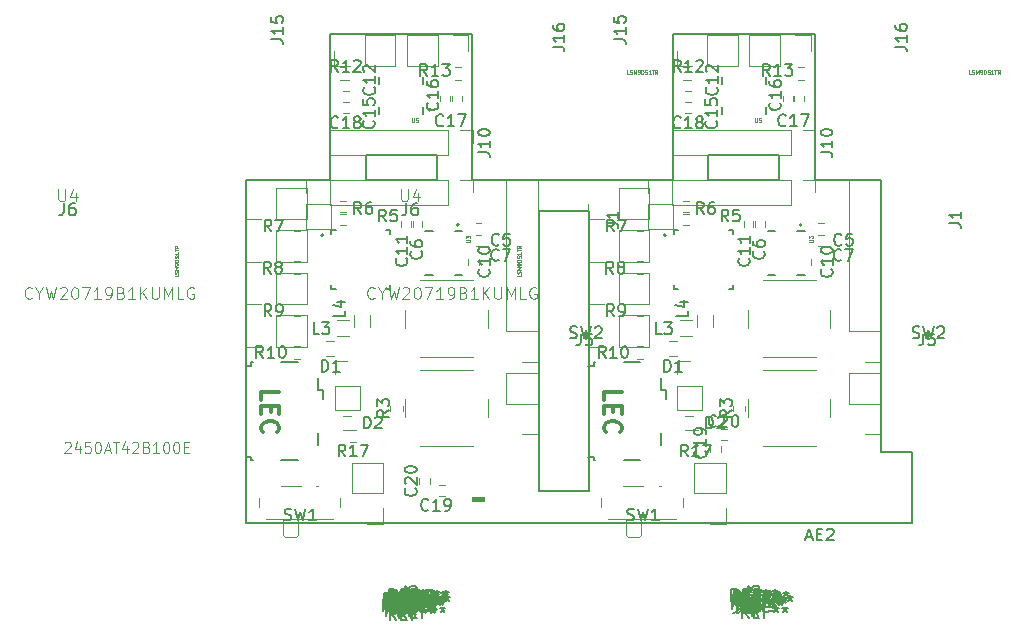
<source format=gbr>
%TF.GenerationSoftware,KiCad,Pcbnew,4.0.7*%
%TF.CreationDate,2019-06-15T20:20:24-05:00*%
%TF.ProjectId,GolfGloveMainBoardV1.0.0,476F6C66476C6F76654D61696E426F61,rev?*%
%TF.FileFunction,Legend,Top*%
%FSLAX46Y46*%
G04 Gerber Fmt 4.6, Leading zero omitted, Abs format (unit mm)*
G04 Created by KiCad (PCBNEW 4.0.7) date 06/15/19 20:20:24*
%MOMM*%
%LPD*%
G01*
G04 APERTURE LIST*
%ADD10C,0.100000*%
%ADD11C,0.150000*%
%ADD12C,0.300000*%
%ADD13C,0.120000*%
%ADD14C,0.200000*%
%ADD15C,0.127000*%
%ADD16C,0.050000*%
G04 APERTURE END LIST*
D10*
D11*
X156650000Y-73250000D02*
X156650000Y-50250000D01*
X159250000Y-79300000D02*
X156650000Y-79300000D01*
X159250000Y-73250000D02*
X159250000Y-79300000D01*
X156650000Y-73250000D02*
X159250000Y-73250000D01*
X131900000Y-76625000D02*
X131900000Y-75525000D01*
X127650000Y-76625000D02*
X131900000Y-76625000D01*
X127650000Y-52875000D02*
X127650000Y-76625000D01*
X131900000Y-75525000D02*
X131900000Y-52875000D01*
X127650000Y-52875000D02*
X131900000Y-52875000D01*
X131900000Y-50250000D02*
X127650000Y-50250000D01*
X156650000Y-79300000D02*
X102900000Y-79300000D01*
X139000000Y-48100000D02*
X139000000Y-37900000D01*
X139000000Y-37900000D02*
X151000000Y-37900000D01*
X151000000Y-37900000D02*
X151000000Y-48100000D01*
X131900000Y-50250000D02*
X139000000Y-50250000D01*
X139000000Y-50250000D02*
X139000000Y-48100000D01*
X151000000Y-48100000D02*
X151000000Y-50250000D01*
X151000000Y-50250000D02*
X156650000Y-50250000D01*
X142000000Y-48100000D02*
X142000000Y-50275000D01*
X148000000Y-48100000D02*
X148000000Y-50250000D01*
X148000000Y-50275000D02*
X142000000Y-50275000D01*
X142000000Y-48100000D02*
X148000000Y-48100000D01*
D12*
X133171429Y-68885715D02*
X133171429Y-68171429D01*
X134671429Y-68171429D01*
X133957143Y-69385715D02*
X133957143Y-69885715D01*
X133171429Y-70100001D02*
X133171429Y-69385715D01*
X134671429Y-69385715D01*
X134671429Y-70100001D01*
X133314286Y-71600001D02*
X133242857Y-71528572D01*
X133171429Y-71314286D01*
X133171429Y-71171429D01*
X133242857Y-70957144D01*
X133385714Y-70814286D01*
X133528571Y-70742858D01*
X133814286Y-70671429D01*
X134028571Y-70671429D01*
X134314286Y-70742858D01*
X134457143Y-70814286D01*
X134600000Y-70957144D01*
X134671429Y-71171429D01*
X134671429Y-71314286D01*
X134600000Y-71528572D01*
X134528571Y-71600001D01*
X104171429Y-68885715D02*
X104171429Y-68171429D01*
X105671429Y-68171429D01*
X104957143Y-69385715D02*
X104957143Y-69885715D01*
X104171429Y-70100001D02*
X104171429Y-69385715D01*
X105671429Y-69385715D01*
X105671429Y-70100001D01*
X104314286Y-71600001D02*
X104242857Y-71528572D01*
X104171429Y-71314286D01*
X104171429Y-71171429D01*
X104242857Y-70957144D01*
X104385714Y-70814286D01*
X104528571Y-70742858D01*
X104814286Y-70671429D01*
X105028571Y-70671429D01*
X105314286Y-70742858D01*
X105457143Y-70814286D01*
X105600000Y-70957144D01*
X105671429Y-71171429D01*
X105671429Y-71314286D01*
X105600000Y-71528572D01*
X105528571Y-71600001D01*
D11*
X113000000Y-48100000D02*
X119000000Y-48100000D01*
X119000000Y-50275000D02*
X113000000Y-50275000D01*
X119000000Y-48100000D02*
X119000000Y-50250000D01*
X113000000Y-48100000D02*
X113000000Y-50275000D01*
X122000000Y-50250000D02*
X127650000Y-50250000D01*
X122000000Y-48100000D02*
X122000000Y-50250000D01*
X110000000Y-50250000D02*
X110000000Y-48100000D01*
X102900000Y-50250000D02*
X110000000Y-50250000D01*
X102900000Y-50250000D02*
X102900000Y-50350000D01*
X102900000Y-50350000D02*
X102900000Y-79300000D01*
X122000000Y-37900000D02*
X122000000Y-48100000D01*
X110000000Y-37900000D02*
X122000000Y-37900000D01*
X110000000Y-48100000D02*
X110000000Y-37900000D01*
D13*
X139365000Y-69735000D02*
X141485000Y-69735000D01*
X139365000Y-67675000D02*
X139365000Y-69735000D01*
X141485000Y-67675000D02*
X141485000Y-69735000D01*
X139365000Y-67675000D02*
X141485000Y-67675000D01*
X139365000Y-66675000D02*
X139365000Y-65615000D01*
X139365000Y-65615000D02*
X140425000Y-65615000D01*
X136915000Y-54385000D02*
X139035000Y-54385000D01*
X136915000Y-52325000D02*
X136915000Y-54385000D01*
X139035000Y-52325000D02*
X139035000Y-54385000D01*
X136915000Y-52325000D02*
X139035000Y-52325000D01*
X136915000Y-51325000D02*
X136915000Y-50265000D01*
X136915000Y-50265000D02*
X137975000Y-50265000D01*
X138940000Y-46040000D02*
X138940000Y-48160000D01*
X149000000Y-46040000D02*
X138940000Y-46040000D01*
X149000000Y-48160000D02*
X138940000Y-48160000D01*
X149000000Y-46040000D02*
X149000000Y-48160000D01*
X150000000Y-46040000D02*
X151060000Y-46040000D01*
X151060000Y-46040000D02*
X151060000Y-47100000D01*
X138940000Y-50240000D02*
X138940000Y-52360000D01*
X149000000Y-50240000D02*
X138940000Y-50240000D01*
X149000000Y-52360000D02*
X138940000Y-52360000D01*
X149000000Y-50240000D02*
X149000000Y-52360000D01*
X150000000Y-50240000D02*
X151060000Y-50240000D01*
X151060000Y-50240000D02*
X151060000Y-51300000D01*
X151100000Y-58750000D02*
X146600000Y-58750000D01*
X152350000Y-62750000D02*
X152350000Y-61250000D01*
X146600000Y-65250000D02*
X151100000Y-65250000D01*
X145350000Y-61250000D02*
X145350000Y-62750000D01*
X146600000Y-72800000D02*
X151100000Y-72800000D01*
X145350000Y-68800000D02*
X145350000Y-70300000D01*
X151100000Y-66300000D02*
X146600000Y-66300000D01*
X152350000Y-70300000D02*
X152350000Y-68800000D01*
X137800000Y-76130000D02*
X138000000Y-76130000D01*
X135000000Y-80270000D02*
X135200000Y-80480000D01*
X136300000Y-80270000D02*
X136100000Y-80480000D01*
X135000000Y-78980000D02*
X135000000Y-80270000D01*
X135200000Y-80480000D02*
X136100000Y-80480000D01*
X136300000Y-80270000D02*
X136300000Y-78980000D01*
X133550000Y-78980000D02*
X139250000Y-78980000D01*
X134800000Y-76130000D02*
X136500000Y-76130000D01*
X132950000Y-77180000D02*
X132950000Y-77970000D01*
X139850000Y-77970000D02*
X139850000Y-77180000D01*
X141175000Y-71395000D02*
X140675000Y-71395000D01*
X140675000Y-72455000D02*
X141175000Y-72455000D01*
X149600000Y-41780000D02*
X150100000Y-41780000D01*
X150100000Y-40720000D02*
X149600000Y-40720000D01*
X140350000Y-40720000D02*
X139850000Y-40720000D01*
X139850000Y-41780000D02*
X140350000Y-41780000D01*
X135950000Y-65380000D02*
X136450000Y-65380000D01*
X136450000Y-64320000D02*
X135950000Y-64320000D01*
X135950000Y-61780000D02*
X136450000Y-61780000D01*
X136450000Y-60720000D02*
X135950000Y-60720000D01*
X135950000Y-58180000D02*
X136450000Y-58180000D01*
X136450000Y-57120000D02*
X135950000Y-57120000D01*
X135950000Y-54580000D02*
X136450000Y-54580000D01*
X136450000Y-53520000D02*
X135950000Y-53520000D01*
X139850000Y-53130000D02*
X140350000Y-53130000D01*
X140350000Y-52070000D02*
X139850000Y-52070000D01*
X139850000Y-54030000D02*
X140350000Y-54030000D01*
X140350000Y-52970000D02*
X139850000Y-52970000D01*
X145130000Y-69850000D02*
X145130000Y-69350000D01*
X144070000Y-69350000D02*
X144070000Y-69850000D01*
X142380000Y-61700000D02*
X142380000Y-62700000D01*
X141020000Y-62700000D02*
X141020000Y-61700000D01*
X139600000Y-62120000D02*
X140600000Y-62120000D01*
X140600000Y-63480000D02*
X139600000Y-63480000D01*
X156580000Y-66580000D02*
X153920000Y-66580000D01*
X156580000Y-69180000D02*
X156580000Y-66580000D01*
X153920000Y-69180000D02*
X153920000Y-66580000D01*
X156580000Y-69180000D02*
X153920000Y-69180000D01*
X156580000Y-70450000D02*
X156580000Y-71780000D01*
X156580000Y-71780000D02*
X155250000Y-71780000D01*
X145480000Y-37970000D02*
X145480000Y-40630000D01*
X148080000Y-37970000D02*
X145480000Y-37970000D01*
X148080000Y-40630000D02*
X145480000Y-40630000D01*
X148080000Y-37970000D02*
X148080000Y-40630000D01*
X149350000Y-37970000D02*
X150680000Y-37970000D01*
X150680000Y-37970000D02*
X150680000Y-39300000D01*
X144520000Y-40630000D02*
X144520000Y-37970000D01*
X141920000Y-40630000D02*
X144520000Y-40630000D01*
X141920000Y-37970000D02*
X144520000Y-37970000D01*
X141920000Y-40630000D02*
X141920000Y-37970000D01*
X140650000Y-40630000D02*
X139320000Y-40630000D01*
X139320000Y-40630000D02*
X139320000Y-39300000D01*
X137020000Y-64380000D02*
X137020000Y-61720000D01*
X134420000Y-64380000D02*
X137020000Y-64380000D01*
X134420000Y-61720000D02*
X137020000Y-61720000D01*
X134420000Y-64380000D02*
X134420000Y-61720000D01*
X133150000Y-64380000D02*
X131820000Y-64380000D01*
X131820000Y-64380000D02*
X131820000Y-63050000D01*
X137020000Y-60780000D02*
X137020000Y-58120000D01*
X134420000Y-60780000D02*
X137020000Y-60780000D01*
X134420000Y-58120000D02*
X137020000Y-58120000D01*
X134420000Y-60780000D02*
X134420000Y-58120000D01*
X133150000Y-60780000D02*
X131820000Y-60780000D01*
X131820000Y-60780000D02*
X131820000Y-59450000D01*
X137020000Y-57180000D02*
X137020000Y-54520000D01*
X134420000Y-57180000D02*
X137020000Y-57180000D01*
X134420000Y-54520000D02*
X137020000Y-54520000D01*
X134420000Y-57180000D02*
X134420000Y-54520000D01*
X133150000Y-57180000D02*
X131820000Y-57180000D01*
X131820000Y-57180000D02*
X131820000Y-55850000D01*
X137020000Y-53580000D02*
X137020000Y-50920000D01*
X134420000Y-53580000D02*
X137020000Y-53580000D01*
X134420000Y-50920000D02*
X137020000Y-50920000D01*
X134420000Y-53580000D02*
X134420000Y-50920000D01*
X133150000Y-53580000D02*
X131820000Y-53580000D01*
X131820000Y-53580000D02*
X131820000Y-52250000D01*
X143480000Y-74180000D02*
X140820000Y-74180000D01*
X143480000Y-76780000D02*
X143480000Y-74180000D01*
X140820000Y-76780000D02*
X140820000Y-74180000D01*
X143480000Y-76780000D02*
X140820000Y-76780000D01*
X143480000Y-78050000D02*
X143480000Y-79380000D01*
X143480000Y-79380000D02*
X142150000Y-79380000D01*
D11*
X136250000Y-65700000D02*
X134850000Y-65700000D01*
X132450000Y-65700000D02*
X132300000Y-65700000D01*
X132300000Y-65700000D02*
X132300000Y-66000000D01*
X132300000Y-66000000D02*
X131850000Y-66000000D01*
X131850000Y-73700000D02*
X132300000Y-73700000D01*
X132300000Y-73700000D02*
X132300000Y-74000000D01*
X132300000Y-74000000D02*
X132450000Y-74000000D01*
X134850000Y-74000000D02*
X136250000Y-74000000D01*
X138425000Y-68775000D02*
X138425000Y-68050000D01*
X138425000Y-68050000D02*
X138000000Y-68050000D01*
X138000000Y-68050000D02*
X138000000Y-67050000D01*
X138000000Y-71650000D02*
X138000000Y-72650000D01*
D13*
X156580000Y-50270000D02*
X153920000Y-50270000D01*
X156580000Y-63030000D02*
X156580000Y-50270000D01*
X153920000Y-63030000D02*
X153920000Y-50270000D01*
X156580000Y-63030000D02*
X153920000Y-63030000D01*
X156580000Y-64300000D02*
X156580000Y-65630000D01*
X156580000Y-65630000D02*
X155250000Y-65630000D01*
X140750000Y-71425000D02*
X140050000Y-71425000D01*
X140050000Y-70225000D02*
X140750000Y-70225000D01*
X138650000Y-63925000D02*
X139350000Y-63925000D01*
X139350000Y-65125000D02*
X138650000Y-65125000D01*
X143050000Y-72270000D02*
X143550000Y-72270000D01*
X143550000Y-71330000D02*
X143050000Y-71330000D01*
X143070000Y-73275000D02*
X143070000Y-72775000D01*
X142130000Y-72775000D02*
X142130000Y-73275000D01*
X140050000Y-44620000D02*
X140550000Y-44620000D01*
X140550000Y-43680000D02*
X140050000Y-43680000D01*
X150120000Y-43600000D02*
X150120000Y-43100000D01*
X149180000Y-43100000D02*
X149180000Y-43600000D01*
X149270000Y-43600000D02*
X149270000Y-43100000D01*
X148330000Y-43100000D02*
X148330000Y-43600000D01*
X140050000Y-42720000D02*
X140550000Y-42720000D01*
X140550000Y-41780000D02*
X140050000Y-41780000D01*
X140550000Y-42730000D02*
X140050000Y-42730000D01*
X140050000Y-43670000D02*
X140550000Y-43670000D01*
X150680000Y-56950000D02*
X150680000Y-57450000D01*
X151620000Y-57450000D02*
X151620000Y-56950000D01*
X151300000Y-55870000D02*
X151800000Y-55870000D01*
X151800000Y-54930000D02*
X151300000Y-54930000D01*
X145830000Y-53750000D02*
X145830000Y-54250000D01*
X146770000Y-54250000D02*
X146770000Y-53750000D01*
X151300000Y-54870000D02*
X151800000Y-54870000D01*
X151800000Y-53930000D02*
X151300000Y-53930000D01*
D14*
X147500000Y-44300000D02*
G75*
G03X147500000Y-44300000I-100000J0D01*
G01*
D15*
X146860000Y-44680000D02*
X146860000Y-44040000D01*
X143140000Y-44680000D02*
X143140000Y-44040000D01*
X146860000Y-41520000D02*
X146860000Y-42160000D01*
X143140000Y-41520000D02*
X143140000Y-42160000D01*
D14*
X138430000Y-54930000D02*
G75*
G03X138430000Y-54930000I-100000J0D01*
G01*
D15*
X144100000Y-59450000D02*
X143750000Y-59450000D01*
X144100000Y-54450000D02*
X143750000Y-54450000D01*
X139100000Y-59450000D02*
X139450000Y-59450000D01*
X139100000Y-54450000D02*
X139450000Y-54450000D01*
X144100000Y-59450000D02*
X144100000Y-59100000D01*
X144100000Y-54450000D02*
X144100000Y-54800000D01*
X139100000Y-59450000D02*
X139100000Y-59100000D01*
X139100000Y-54450000D02*
X139100000Y-54800000D01*
D14*
X149900000Y-54050000D02*
G75*
G03X149900000Y-54050000I-100000J0D01*
G01*
D15*
X150180000Y-54590000D02*
X149540000Y-54590000D01*
X150180000Y-58310000D02*
X149540000Y-58310000D01*
X147020000Y-54590000D02*
X147660000Y-54590000D01*
X147020000Y-58310000D02*
X147660000Y-58310000D01*
D13*
X145030000Y-53750000D02*
X145030000Y-54250000D01*
X145970000Y-54250000D02*
X145970000Y-53750000D01*
X116030000Y-53750000D02*
X116030000Y-54250000D01*
X116970000Y-54250000D02*
X116970000Y-53750000D01*
D14*
X120900000Y-54050000D02*
G75*
G03X120900000Y-54050000I-100000J0D01*
G01*
D15*
X121180000Y-54590000D02*
X120540000Y-54590000D01*
X121180000Y-58310000D02*
X120540000Y-58310000D01*
X118020000Y-54590000D02*
X118660000Y-54590000D01*
X118020000Y-58310000D02*
X118660000Y-58310000D01*
D14*
X109430000Y-54930000D02*
G75*
G03X109430000Y-54930000I-100000J0D01*
G01*
D15*
X115100000Y-59450000D02*
X114750000Y-59450000D01*
X115100000Y-54450000D02*
X114750000Y-54450000D01*
X110100000Y-59450000D02*
X110450000Y-59450000D01*
X110100000Y-54450000D02*
X110450000Y-54450000D01*
X115100000Y-59450000D02*
X115100000Y-59100000D01*
X115100000Y-54450000D02*
X115100000Y-54800000D01*
X110100000Y-59450000D02*
X110100000Y-59100000D01*
X110100000Y-54450000D02*
X110100000Y-54800000D01*
D14*
X118500000Y-44300000D02*
G75*
G03X118500000Y-44300000I-100000J0D01*
G01*
D15*
X117860000Y-44680000D02*
X117860000Y-44040000D01*
X114140000Y-44680000D02*
X114140000Y-44040000D01*
X117860000Y-41520000D02*
X117860000Y-42160000D01*
X114140000Y-41520000D02*
X114140000Y-42160000D01*
D13*
X122300000Y-54870000D02*
X122800000Y-54870000D01*
X122800000Y-53930000D02*
X122300000Y-53930000D01*
X116830000Y-53750000D02*
X116830000Y-54250000D01*
X117770000Y-54250000D02*
X117770000Y-53750000D01*
X122300000Y-55870000D02*
X122800000Y-55870000D01*
X122800000Y-54930000D02*
X122300000Y-54930000D01*
X121680000Y-56950000D02*
X121680000Y-57450000D01*
X122620000Y-57450000D02*
X122620000Y-56950000D01*
X111550000Y-42730000D02*
X111050000Y-42730000D01*
X111050000Y-43670000D02*
X111550000Y-43670000D01*
X111050000Y-42720000D02*
X111550000Y-42720000D01*
X111550000Y-41780000D02*
X111050000Y-41780000D01*
X120270000Y-43600000D02*
X120270000Y-43100000D01*
X119330000Y-43100000D02*
X119330000Y-43600000D01*
X121120000Y-43600000D02*
X121120000Y-43100000D01*
X120180000Y-43100000D02*
X120180000Y-43600000D01*
X111050000Y-44620000D02*
X111550000Y-44620000D01*
X111550000Y-43680000D02*
X111050000Y-43680000D01*
X119700000Y-76105000D02*
X119200000Y-76105000D01*
X119200000Y-77045000D02*
X119700000Y-77045000D01*
X118420000Y-75975000D02*
X118420000Y-75475000D01*
X117480000Y-75475000D02*
X117480000Y-75975000D01*
X109650000Y-63925000D02*
X110350000Y-63925000D01*
X110350000Y-65125000D02*
X109650000Y-65125000D01*
X111750000Y-71425000D02*
X111050000Y-71425000D01*
X111050000Y-70225000D02*
X111750000Y-70225000D01*
X127580000Y-50270000D02*
X124920000Y-50270000D01*
X127580000Y-63030000D02*
X127580000Y-50270000D01*
X124920000Y-63030000D02*
X124920000Y-50270000D01*
X127580000Y-63030000D02*
X124920000Y-63030000D01*
X127580000Y-64300000D02*
X127580000Y-65630000D01*
X127580000Y-65630000D02*
X126250000Y-65630000D01*
D11*
X107250000Y-65700000D02*
X105850000Y-65700000D01*
X103450000Y-65700000D02*
X103300000Y-65700000D01*
X103300000Y-65700000D02*
X103300000Y-66000000D01*
X103300000Y-66000000D02*
X102850000Y-66000000D01*
X102850000Y-73700000D02*
X103300000Y-73700000D01*
X103300000Y-73700000D02*
X103300000Y-74000000D01*
X103300000Y-74000000D02*
X103450000Y-74000000D01*
X105850000Y-74000000D02*
X107250000Y-74000000D01*
X109425000Y-68775000D02*
X109425000Y-68050000D01*
X109425000Y-68050000D02*
X109000000Y-68050000D01*
X109000000Y-68050000D02*
X109000000Y-67050000D01*
X109000000Y-71650000D02*
X109000000Y-72650000D01*
D13*
X114480000Y-74180000D02*
X111820000Y-74180000D01*
X114480000Y-76780000D02*
X114480000Y-74180000D01*
X111820000Y-76780000D02*
X111820000Y-74180000D01*
X114480000Y-76780000D02*
X111820000Y-76780000D01*
X114480000Y-78050000D02*
X114480000Y-79380000D01*
X114480000Y-79380000D02*
X113150000Y-79380000D01*
X108020000Y-53580000D02*
X108020000Y-50920000D01*
X105420000Y-53580000D02*
X108020000Y-53580000D01*
X105420000Y-50920000D02*
X108020000Y-50920000D01*
X105420000Y-53580000D02*
X105420000Y-50920000D01*
X104150000Y-53580000D02*
X102820000Y-53580000D01*
X102820000Y-53580000D02*
X102820000Y-52250000D01*
X108020000Y-57180000D02*
X108020000Y-54520000D01*
X105420000Y-57180000D02*
X108020000Y-57180000D01*
X105420000Y-54520000D02*
X108020000Y-54520000D01*
X105420000Y-57180000D02*
X105420000Y-54520000D01*
X104150000Y-57180000D02*
X102820000Y-57180000D01*
X102820000Y-57180000D02*
X102820000Y-55850000D01*
X108020000Y-60780000D02*
X108020000Y-58120000D01*
X105420000Y-60780000D02*
X108020000Y-60780000D01*
X105420000Y-58120000D02*
X108020000Y-58120000D01*
X105420000Y-60780000D02*
X105420000Y-58120000D01*
X104150000Y-60780000D02*
X102820000Y-60780000D01*
X102820000Y-60780000D02*
X102820000Y-59450000D01*
X108020000Y-64380000D02*
X108020000Y-61720000D01*
X105420000Y-64380000D02*
X108020000Y-64380000D01*
X105420000Y-61720000D02*
X108020000Y-61720000D01*
X105420000Y-64380000D02*
X105420000Y-61720000D01*
X104150000Y-64380000D02*
X102820000Y-64380000D01*
X102820000Y-64380000D02*
X102820000Y-63050000D01*
X115520000Y-40630000D02*
X115520000Y-37970000D01*
X112920000Y-40630000D02*
X115520000Y-40630000D01*
X112920000Y-37970000D02*
X115520000Y-37970000D01*
X112920000Y-40630000D02*
X112920000Y-37970000D01*
X111650000Y-40630000D02*
X110320000Y-40630000D01*
X110320000Y-40630000D02*
X110320000Y-39300000D01*
X116480000Y-37970000D02*
X116480000Y-40630000D01*
X119080000Y-37970000D02*
X116480000Y-37970000D01*
X119080000Y-40630000D02*
X116480000Y-40630000D01*
X119080000Y-37970000D02*
X119080000Y-40630000D01*
X120350000Y-37970000D02*
X121680000Y-37970000D01*
X121680000Y-37970000D02*
X121680000Y-39300000D01*
X127580000Y-66580000D02*
X124920000Y-66580000D01*
X127580000Y-69180000D02*
X127580000Y-66580000D01*
X124920000Y-69180000D02*
X124920000Y-66580000D01*
X127580000Y-69180000D02*
X124920000Y-69180000D01*
X127580000Y-70450000D02*
X127580000Y-71780000D01*
X127580000Y-71780000D02*
X126250000Y-71780000D01*
X110600000Y-62120000D02*
X111600000Y-62120000D01*
X111600000Y-63480000D02*
X110600000Y-63480000D01*
X113380000Y-61700000D02*
X113380000Y-62700000D01*
X112020000Y-62700000D02*
X112020000Y-61700000D01*
X116130000Y-69850000D02*
X116130000Y-69350000D01*
X115070000Y-69350000D02*
X115070000Y-69850000D01*
X110850000Y-54030000D02*
X111350000Y-54030000D01*
X111350000Y-52970000D02*
X110850000Y-52970000D01*
X110850000Y-53130000D02*
X111350000Y-53130000D01*
X111350000Y-52070000D02*
X110850000Y-52070000D01*
X106950000Y-54580000D02*
X107450000Y-54580000D01*
X107450000Y-53520000D02*
X106950000Y-53520000D01*
X106950000Y-58180000D02*
X107450000Y-58180000D01*
X107450000Y-57120000D02*
X106950000Y-57120000D01*
X106950000Y-61780000D02*
X107450000Y-61780000D01*
X107450000Y-60720000D02*
X106950000Y-60720000D01*
X106950000Y-65380000D02*
X107450000Y-65380000D01*
X107450000Y-64320000D02*
X106950000Y-64320000D01*
X111350000Y-40720000D02*
X110850000Y-40720000D01*
X110850000Y-41780000D02*
X111350000Y-41780000D01*
X120600000Y-41780000D02*
X121100000Y-41780000D01*
X121100000Y-40720000D02*
X120600000Y-40720000D01*
X112175000Y-71395000D02*
X111675000Y-71395000D01*
X111675000Y-72455000D02*
X112175000Y-72455000D01*
X108800000Y-76130000D02*
X109000000Y-76130000D01*
X106000000Y-80270000D02*
X106200000Y-80480000D01*
X107300000Y-80270000D02*
X107100000Y-80480000D01*
X106000000Y-78980000D02*
X106000000Y-80270000D01*
X106200000Y-80480000D02*
X107100000Y-80480000D01*
X107300000Y-80270000D02*
X107300000Y-78980000D01*
X104550000Y-78980000D02*
X110250000Y-78980000D01*
X105800000Y-76130000D02*
X107500000Y-76130000D01*
X103950000Y-77180000D02*
X103950000Y-77970000D01*
X110850000Y-77970000D02*
X110850000Y-77180000D01*
X117600000Y-72800000D02*
X122100000Y-72800000D01*
X116350000Y-68800000D02*
X116350000Y-70300000D01*
X122100000Y-66300000D02*
X117600000Y-66300000D01*
X123350000Y-70300000D02*
X123350000Y-68800000D01*
X122100000Y-58750000D02*
X117600000Y-58750000D01*
X123350000Y-62750000D02*
X123350000Y-61250000D01*
X117600000Y-65250000D02*
X122100000Y-65250000D01*
X116350000Y-61250000D02*
X116350000Y-62750000D01*
X109940000Y-50240000D02*
X109940000Y-52360000D01*
X120000000Y-50240000D02*
X109940000Y-50240000D01*
X120000000Y-52360000D02*
X109940000Y-52360000D01*
X120000000Y-50240000D02*
X120000000Y-52360000D01*
X121000000Y-50240000D02*
X122060000Y-50240000D01*
X122060000Y-50240000D02*
X122060000Y-51300000D01*
X109940000Y-46040000D02*
X109940000Y-48160000D01*
X120000000Y-46040000D02*
X109940000Y-46040000D01*
X120000000Y-48160000D02*
X109940000Y-48160000D01*
X120000000Y-46040000D02*
X120000000Y-48160000D01*
X121000000Y-46040000D02*
X122060000Y-46040000D01*
X122060000Y-46040000D02*
X122060000Y-47100000D01*
X107915000Y-54385000D02*
X110035000Y-54385000D01*
X107915000Y-52325000D02*
X107915000Y-54385000D01*
X110035000Y-52325000D02*
X110035000Y-54385000D01*
X107915000Y-52325000D02*
X110035000Y-52325000D01*
X107915000Y-51325000D02*
X107915000Y-50265000D01*
X107915000Y-50265000D02*
X108975000Y-50265000D01*
X110365000Y-69735000D02*
X112485000Y-69735000D01*
X110365000Y-67675000D02*
X110365000Y-69735000D01*
X112485000Y-67675000D02*
X112485000Y-69735000D01*
X110365000Y-67675000D02*
X112485000Y-67675000D01*
X110365000Y-66675000D02*
X110365000Y-65615000D01*
X110365000Y-65615000D02*
X111425000Y-65615000D01*
D10*
G36*
X121996920Y-77125000D02*
X123100000Y-77125000D01*
X123100000Y-77525342D01*
X121996920Y-77525342D01*
X121996920Y-77125000D01*
G37*
D11*
X160191667Y-63252381D02*
X160191667Y-63966667D01*
X160144047Y-64109524D01*
X160048809Y-64204762D01*
X159905952Y-64252381D01*
X159810714Y-64252381D01*
X161144048Y-63252381D02*
X160667857Y-63252381D01*
X160620238Y-63728571D01*
X160667857Y-63680952D01*
X160763095Y-63633333D01*
X161001191Y-63633333D01*
X161096429Y-63680952D01*
X161144048Y-63728571D01*
X161191667Y-63823810D01*
X161191667Y-64061905D01*
X161144048Y-64157143D01*
X161096429Y-64204762D01*
X161001191Y-64252381D01*
X160763095Y-64252381D01*
X160667857Y-64204762D01*
X160620238Y-64157143D01*
X116441667Y-52227381D02*
X116441667Y-52941667D01*
X116394047Y-53084524D01*
X116298809Y-53179762D01*
X116155952Y-53227381D01*
X116060714Y-53227381D01*
X117346429Y-52227381D02*
X117155952Y-52227381D01*
X117060714Y-52275000D01*
X117013095Y-52322619D01*
X116917857Y-52465476D01*
X116870238Y-52655952D01*
X116870238Y-53036905D01*
X116917857Y-53132143D01*
X116965476Y-53179762D01*
X117060714Y-53227381D01*
X117251191Y-53227381D01*
X117346429Y-53179762D01*
X117394048Y-53132143D01*
X117441667Y-53036905D01*
X117441667Y-52798810D01*
X117394048Y-52703571D01*
X117346429Y-52655952D01*
X117251191Y-52608333D01*
X117060714Y-52608333D01*
X116965476Y-52655952D01*
X116917857Y-52703571D01*
X116870238Y-52798810D01*
X151512381Y-47909523D02*
X152226667Y-47909523D01*
X152369524Y-47957143D01*
X152464762Y-48052381D01*
X152512381Y-48195238D01*
X152512381Y-48290476D01*
X152512381Y-46909523D02*
X152512381Y-47480952D01*
X152512381Y-47195238D02*
X151512381Y-47195238D01*
X151655238Y-47290476D01*
X151750476Y-47385714D01*
X151798095Y-47480952D01*
X151512381Y-46290476D02*
X151512381Y-46195237D01*
X151560000Y-46099999D01*
X151607619Y-46052380D01*
X151702857Y-46004761D01*
X151893333Y-45957142D01*
X152131429Y-45957142D01*
X152321905Y-46004761D01*
X152417143Y-46052380D01*
X152464762Y-46099999D01*
X152512381Y-46195237D01*
X152512381Y-46290476D01*
X152464762Y-46385714D01*
X152417143Y-46433333D01*
X152321905Y-46480952D01*
X152131429Y-46528571D01*
X151893333Y-46528571D01*
X151702857Y-46480952D01*
X151607619Y-46433333D01*
X151560000Y-46385714D01*
X151512381Y-46290476D01*
X162402381Y-53933333D02*
X163116667Y-53933333D01*
X163259524Y-53980953D01*
X163354762Y-54076191D01*
X163402381Y-54219048D01*
X163402381Y-54314286D01*
X163402381Y-52933333D02*
X163402381Y-53504762D01*
X163402381Y-53219048D02*
X162402381Y-53219048D01*
X162545238Y-53314286D01*
X162640476Y-53409524D01*
X162688095Y-53504762D01*
X145091667Y-86729762D02*
X145234524Y-86777381D01*
X145472620Y-86777381D01*
X145567858Y-86729762D01*
X145615477Y-86682143D01*
X145663096Y-86586905D01*
X145663096Y-86491667D01*
X145615477Y-86396429D01*
X145567858Y-86348810D01*
X145472620Y-86301190D01*
X145282143Y-86253571D01*
X145186905Y-86205952D01*
X145139286Y-86158333D01*
X145091667Y-86063095D01*
X145091667Y-85967857D01*
X145139286Y-85872619D01*
X145186905Y-85825000D01*
X145282143Y-85777381D01*
X145520239Y-85777381D01*
X145663096Y-85825000D01*
X145996429Y-85777381D02*
X146234524Y-86777381D01*
X146425001Y-86063095D01*
X146615477Y-86777381D01*
X146853572Y-85777381D01*
X147139286Y-85777381D02*
X147758334Y-85777381D01*
X147425000Y-86158333D01*
X147567858Y-86158333D01*
X147663096Y-86205952D01*
X147710715Y-86253571D01*
X147758334Y-86348810D01*
X147758334Y-86586905D01*
X147710715Y-86682143D01*
X147663096Y-86729762D01*
X147567858Y-86777381D01*
X147282143Y-86777381D01*
X147186905Y-86729762D01*
X147139286Y-86682143D01*
X159316667Y-63604762D02*
X159459524Y-63652381D01*
X159697620Y-63652381D01*
X159792858Y-63604762D01*
X159840477Y-63557143D01*
X159888096Y-63461905D01*
X159888096Y-63366667D01*
X159840477Y-63271429D01*
X159792858Y-63223810D01*
X159697620Y-63176190D01*
X159507143Y-63128571D01*
X159411905Y-63080952D01*
X159364286Y-63033333D01*
X159316667Y-62938095D01*
X159316667Y-62842857D01*
X159364286Y-62747619D01*
X159411905Y-62700000D01*
X159507143Y-62652381D01*
X159745239Y-62652381D01*
X159888096Y-62700000D01*
X160221429Y-62652381D02*
X160459524Y-63652381D01*
X160650001Y-62938095D01*
X160840477Y-63652381D01*
X161078572Y-62652381D01*
X161411905Y-62747619D02*
X161459524Y-62700000D01*
X161554762Y-62652381D01*
X161792858Y-62652381D01*
X161888096Y-62700000D01*
X161935715Y-62747619D01*
X161983334Y-62842857D01*
X161983334Y-62938095D01*
X161935715Y-63080952D01*
X161364286Y-63652381D01*
X161983334Y-63652381D01*
X135141667Y-79029762D02*
X135284524Y-79077381D01*
X135522620Y-79077381D01*
X135617858Y-79029762D01*
X135665477Y-78982143D01*
X135713096Y-78886905D01*
X135713096Y-78791667D01*
X135665477Y-78696429D01*
X135617858Y-78648810D01*
X135522620Y-78601190D01*
X135332143Y-78553571D01*
X135236905Y-78505952D01*
X135189286Y-78458333D01*
X135141667Y-78363095D01*
X135141667Y-78267857D01*
X135189286Y-78172619D01*
X135236905Y-78125000D01*
X135332143Y-78077381D01*
X135570239Y-78077381D01*
X135713096Y-78125000D01*
X136046429Y-78077381D02*
X136284524Y-79077381D01*
X136475001Y-78363095D01*
X136665477Y-79077381D01*
X136903572Y-78077381D01*
X137808334Y-79077381D02*
X137236905Y-79077381D01*
X137522619Y-79077381D02*
X137522619Y-78077381D01*
X137427381Y-78220238D01*
X137332143Y-78315476D01*
X137236905Y-78363095D01*
X140282143Y-73652381D02*
X139948809Y-73176190D01*
X139710714Y-73652381D02*
X139710714Y-72652381D01*
X140091667Y-72652381D01*
X140186905Y-72700000D01*
X140234524Y-72747619D01*
X140282143Y-72842857D01*
X140282143Y-72985714D01*
X140234524Y-73080952D01*
X140186905Y-73128571D01*
X140091667Y-73176190D01*
X139710714Y-73176190D01*
X141234524Y-73652381D02*
X140663095Y-73652381D01*
X140948809Y-73652381D02*
X140948809Y-72652381D01*
X140853571Y-72795238D01*
X140758333Y-72890476D01*
X140663095Y-72938095D01*
X141567857Y-72652381D02*
X142234524Y-72652381D01*
X141805952Y-73652381D01*
X147207143Y-41427381D02*
X146873809Y-40951190D01*
X146635714Y-41427381D02*
X146635714Y-40427381D01*
X147016667Y-40427381D01*
X147111905Y-40475000D01*
X147159524Y-40522619D01*
X147207143Y-40617857D01*
X147207143Y-40760714D01*
X147159524Y-40855952D01*
X147111905Y-40903571D01*
X147016667Y-40951190D01*
X146635714Y-40951190D01*
X148159524Y-41427381D02*
X147588095Y-41427381D01*
X147873809Y-41427381D02*
X147873809Y-40427381D01*
X147778571Y-40570238D01*
X147683333Y-40665476D01*
X147588095Y-40713095D01*
X148492857Y-40427381D02*
X149111905Y-40427381D01*
X148778571Y-40808333D01*
X148921429Y-40808333D01*
X149016667Y-40855952D01*
X149064286Y-40903571D01*
X149111905Y-40998810D01*
X149111905Y-41236905D01*
X149064286Y-41332143D01*
X149016667Y-41379762D01*
X148921429Y-41427381D01*
X148635714Y-41427381D01*
X148540476Y-41379762D01*
X148492857Y-41332143D01*
X139657143Y-41102381D02*
X139323809Y-40626190D01*
X139085714Y-41102381D02*
X139085714Y-40102381D01*
X139466667Y-40102381D01*
X139561905Y-40150000D01*
X139609524Y-40197619D01*
X139657143Y-40292857D01*
X139657143Y-40435714D01*
X139609524Y-40530952D01*
X139561905Y-40578571D01*
X139466667Y-40626190D01*
X139085714Y-40626190D01*
X140609524Y-41102381D02*
X140038095Y-41102381D01*
X140323809Y-41102381D02*
X140323809Y-40102381D01*
X140228571Y-40245238D01*
X140133333Y-40340476D01*
X140038095Y-40388095D01*
X140990476Y-40197619D02*
X141038095Y-40150000D01*
X141133333Y-40102381D01*
X141371429Y-40102381D01*
X141466667Y-40150000D01*
X141514286Y-40197619D01*
X141561905Y-40292857D01*
X141561905Y-40388095D01*
X141514286Y-40530952D01*
X140942857Y-41102381D01*
X141561905Y-41102381D01*
X133307143Y-65327381D02*
X132973809Y-64851190D01*
X132735714Y-65327381D02*
X132735714Y-64327381D01*
X133116667Y-64327381D01*
X133211905Y-64375000D01*
X133259524Y-64422619D01*
X133307143Y-64517857D01*
X133307143Y-64660714D01*
X133259524Y-64755952D01*
X133211905Y-64803571D01*
X133116667Y-64851190D01*
X132735714Y-64851190D01*
X134259524Y-65327381D02*
X133688095Y-65327381D01*
X133973809Y-65327381D02*
X133973809Y-64327381D01*
X133878571Y-64470238D01*
X133783333Y-64565476D01*
X133688095Y-64613095D01*
X134878571Y-64327381D02*
X134973810Y-64327381D01*
X135069048Y-64375000D01*
X135116667Y-64422619D01*
X135164286Y-64517857D01*
X135211905Y-64708333D01*
X135211905Y-64946429D01*
X135164286Y-65136905D01*
X135116667Y-65232143D01*
X135069048Y-65279762D01*
X134973810Y-65327381D01*
X134878571Y-65327381D01*
X134783333Y-65279762D01*
X134735714Y-65232143D01*
X134688095Y-65136905D01*
X134640476Y-64946429D01*
X134640476Y-64708333D01*
X134688095Y-64517857D01*
X134735714Y-64422619D01*
X134783333Y-64375000D01*
X134878571Y-64327381D01*
X134008334Y-61777381D02*
X133675000Y-61301190D01*
X133436905Y-61777381D02*
X133436905Y-60777381D01*
X133817858Y-60777381D01*
X133913096Y-60825000D01*
X133960715Y-60872619D01*
X134008334Y-60967857D01*
X134008334Y-61110714D01*
X133960715Y-61205952D01*
X133913096Y-61253571D01*
X133817858Y-61301190D01*
X133436905Y-61301190D01*
X134484524Y-61777381D02*
X134675000Y-61777381D01*
X134770239Y-61729762D01*
X134817858Y-61682143D01*
X134913096Y-61539286D01*
X134960715Y-61348810D01*
X134960715Y-60967857D01*
X134913096Y-60872619D01*
X134865477Y-60825000D01*
X134770239Y-60777381D01*
X134579762Y-60777381D01*
X134484524Y-60825000D01*
X134436905Y-60872619D01*
X134389286Y-60967857D01*
X134389286Y-61205952D01*
X134436905Y-61301190D01*
X134484524Y-61348810D01*
X134579762Y-61396429D01*
X134770239Y-61396429D01*
X134865477Y-61348810D01*
X134913096Y-61301190D01*
X134960715Y-61205952D01*
X133958334Y-58177381D02*
X133625000Y-57701190D01*
X133386905Y-58177381D02*
X133386905Y-57177381D01*
X133767858Y-57177381D01*
X133863096Y-57225000D01*
X133910715Y-57272619D01*
X133958334Y-57367857D01*
X133958334Y-57510714D01*
X133910715Y-57605952D01*
X133863096Y-57653571D01*
X133767858Y-57701190D01*
X133386905Y-57701190D01*
X134529762Y-57605952D02*
X134434524Y-57558333D01*
X134386905Y-57510714D01*
X134339286Y-57415476D01*
X134339286Y-57367857D01*
X134386905Y-57272619D01*
X134434524Y-57225000D01*
X134529762Y-57177381D01*
X134720239Y-57177381D01*
X134815477Y-57225000D01*
X134863096Y-57272619D01*
X134910715Y-57367857D01*
X134910715Y-57415476D01*
X134863096Y-57510714D01*
X134815477Y-57558333D01*
X134720239Y-57605952D01*
X134529762Y-57605952D01*
X134434524Y-57653571D01*
X134386905Y-57701190D01*
X134339286Y-57796429D01*
X134339286Y-57986905D01*
X134386905Y-58082143D01*
X134434524Y-58129762D01*
X134529762Y-58177381D01*
X134720239Y-58177381D01*
X134815477Y-58129762D01*
X134863096Y-58082143D01*
X134910715Y-57986905D01*
X134910715Y-57796429D01*
X134863096Y-57701190D01*
X134815477Y-57653571D01*
X134720239Y-57605952D01*
X134008334Y-54602381D02*
X133675000Y-54126190D01*
X133436905Y-54602381D02*
X133436905Y-53602381D01*
X133817858Y-53602381D01*
X133913096Y-53650000D01*
X133960715Y-53697619D01*
X134008334Y-53792857D01*
X134008334Y-53935714D01*
X133960715Y-54030952D01*
X133913096Y-54078571D01*
X133817858Y-54126190D01*
X133436905Y-54126190D01*
X134341667Y-53602381D02*
X135008334Y-53602381D01*
X134579762Y-54602381D01*
X141608334Y-53127381D02*
X141275000Y-52651190D01*
X141036905Y-53127381D02*
X141036905Y-52127381D01*
X141417858Y-52127381D01*
X141513096Y-52175000D01*
X141560715Y-52222619D01*
X141608334Y-52317857D01*
X141608334Y-52460714D01*
X141560715Y-52555952D01*
X141513096Y-52603571D01*
X141417858Y-52651190D01*
X141036905Y-52651190D01*
X142465477Y-52127381D02*
X142275000Y-52127381D01*
X142179762Y-52175000D01*
X142132143Y-52222619D01*
X142036905Y-52365476D01*
X141989286Y-52555952D01*
X141989286Y-52936905D01*
X142036905Y-53032143D01*
X142084524Y-53079762D01*
X142179762Y-53127381D01*
X142370239Y-53127381D01*
X142465477Y-53079762D01*
X142513096Y-53032143D01*
X142560715Y-52936905D01*
X142560715Y-52698810D01*
X142513096Y-52603571D01*
X142465477Y-52555952D01*
X142370239Y-52508333D01*
X142179762Y-52508333D01*
X142084524Y-52555952D01*
X142036905Y-52603571D01*
X141989286Y-52698810D01*
X143708334Y-53752381D02*
X143375000Y-53276190D01*
X143136905Y-53752381D02*
X143136905Y-52752381D01*
X143517858Y-52752381D01*
X143613096Y-52800000D01*
X143660715Y-52847619D01*
X143708334Y-52942857D01*
X143708334Y-53085714D01*
X143660715Y-53180952D01*
X143613096Y-53228571D01*
X143517858Y-53276190D01*
X143136905Y-53276190D01*
X144613096Y-52752381D02*
X144136905Y-52752381D01*
X144089286Y-53228571D01*
X144136905Y-53180952D01*
X144232143Y-53133333D01*
X144470239Y-53133333D01*
X144565477Y-53180952D01*
X144613096Y-53228571D01*
X144660715Y-53323810D01*
X144660715Y-53561905D01*
X144613096Y-53657143D01*
X144565477Y-53704762D01*
X144470239Y-53752381D01*
X144232143Y-53752381D01*
X144136905Y-53704762D01*
X144089286Y-53657143D01*
X143977381Y-69741666D02*
X143501190Y-70075000D01*
X143977381Y-70313095D02*
X142977381Y-70313095D01*
X142977381Y-69932142D01*
X143025000Y-69836904D01*
X143072619Y-69789285D01*
X143167857Y-69741666D01*
X143310714Y-69741666D01*
X143405952Y-69789285D01*
X143453571Y-69836904D01*
X143501190Y-69932142D01*
X143501190Y-70313095D01*
X142977381Y-69408333D02*
X142977381Y-68789285D01*
X143358333Y-69122619D01*
X143358333Y-68979761D01*
X143405952Y-68884523D01*
X143453571Y-68836904D01*
X143548810Y-68789285D01*
X143786905Y-68789285D01*
X143882143Y-68836904D01*
X143929762Y-68884523D01*
X143977381Y-68979761D01*
X143977381Y-69265476D01*
X143929762Y-69360714D01*
X143882143Y-69408333D01*
X140252381Y-61316666D02*
X140252381Y-61792857D01*
X139252381Y-61792857D01*
X139585714Y-60554761D02*
X140252381Y-60554761D01*
X139204762Y-60792857D02*
X139919048Y-61030952D01*
X139919048Y-60411904D01*
X138058334Y-63302381D02*
X137582143Y-63302381D01*
X137582143Y-62302381D01*
X138296429Y-62302381D02*
X138915477Y-62302381D01*
X138582143Y-62683333D01*
X138725001Y-62683333D01*
X138820239Y-62730952D01*
X138867858Y-62778571D01*
X138915477Y-62873810D01*
X138915477Y-63111905D01*
X138867858Y-63207143D01*
X138820239Y-63254762D01*
X138725001Y-63302381D01*
X138439286Y-63302381D01*
X138344048Y-63254762D01*
X138296429Y-63207143D01*
X144490477Y-85902381D02*
X144490477Y-86616667D01*
X144442857Y-86759524D01*
X144347619Y-86854762D01*
X144204762Y-86902381D01*
X144109524Y-86902381D01*
X145490477Y-86902381D02*
X144919048Y-86902381D01*
X145204762Y-86902381D02*
X145204762Y-85902381D01*
X145109524Y-86045238D01*
X145014286Y-86140476D01*
X144919048Y-86188095D01*
X145823810Y-85902381D02*
X146490477Y-85902381D01*
X146061905Y-86902381D01*
X157827381Y-38984523D02*
X158541667Y-38984523D01*
X158684524Y-39032143D01*
X158779762Y-39127381D01*
X158827381Y-39270238D01*
X158827381Y-39365476D01*
X158827381Y-37984523D02*
X158827381Y-38555952D01*
X158827381Y-38270238D02*
X157827381Y-38270238D01*
X157970238Y-38365476D01*
X158065476Y-38460714D01*
X158113095Y-38555952D01*
X157827381Y-37127380D02*
X157827381Y-37317857D01*
X157875000Y-37413095D01*
X157922619Y-37460714D01*
X158065476Y-37555952D01*
X158255952Y-37603571D01*
X158636905Y-37603571D01*
X158732143Y-37555952D01*
X158779762Y-37508333D01*
X158827381Y-37413095D01*
X158827381Y-37222618D01*
X158779762Y-37127380D01*
X158732143Y-37079761D01*
X158636905Y-37032142D01*
X158398810Y-37032142D01*
X158303571Y-37079761D01*
X158255952Y-37127380D01*
X158208333Y-37222618D01*
X158208333Y-37413095D01*
X158255952Y-37508333D01*
X158303571Y-37555952D01*
X158398810Y-37603571D01*
X134002381Y-38334523D02*
X134716667Y-38334523D01*
X134859524Y-38382143D01*
X134954762Y-38477381D01*
X135002381Y-38620238D01*
X135002381Y-38715476D01*
X135002381Y-37334523D02*
X135002381Y-37905952D01*
X135002381Y-37620238D02*
X134002381Y-37620238D01*
X134145238Y-37715476D01*
X134240476Y-37810714D01*
X134288095Y-37905952D01*
X134002381Y-36429761D02*
X134002381Y-36905952D01*
X134478571Y-36953571D01*
X134430952Y-36905952D01*
X134383333Y-36810714D01*
X134383333Y-36572618D01*
X134430952Y-36477380D01*
X134478571Y-36429761D01*
X134573810Y-36382142D01*
X134811905Y-36382142D01*
X134907143Y-36429761D01*
X134954762Y-36477380D01*
X135002381Y-36572618D01*
X135002381Y-36810714D01*
X134954762Y-36905952D01*
X134907143Y-36953571D01*
X145177381Y-86859523D02*
X145891667Y-86859523D01*
X146034524Y-86907143D01*
X146129762Y-87002381D01*
X146177381Y-87145238D01*
X146177381Y-87240476D01*
X146177381Y-85859523D02*
X146177381Y-86430952D01*
X146177381Y-86145238D02*
X145177381Y-86145238D01*
X145320238Y-86240476D01*
X145415476Y-86335714D01*
X145463095Y-86430952D01*
X145510714Y-85002380D02*
X146177381Y-85002380D01*
X145129762Y-85240476D02*
X145844048Y-85478571D01*
X145844048Y-84859523D01*
X144677381Y-86758333D02*
X145391667Y-86758333D01*
X145534524Y-86805953D01*
X145629762Y-86901191D01*
X145677381Y-87044048D01*
X145677381Y-87139286D01*
X145677381Y-86234524D02*
X145677381Y-86044048D01*
X145629762Y-85948809D01*
X145582143Y-85901190D01*
X145439286Y-85805952D01*
X145248810Y-85758333D01*
X144867857Y-85758333D01*
X144772619Y-85805952D01*
X144725000Y-85853571D01*
X144677381Y-85948809D01*
X144677381Y-86139286D01*
X144725000Y-86234524D01*
X144772619Y-86282143D01*
X144867857Y-86329762D01*
X145105952Y-86329762D01*
X145201190Y-86282143D01*
X145248810Y-86234524D01*
X145296429Y-86139286D01*
X145296429Y-85948809D01*
X145248810Y-85853571D01*
X145201190Y-85805952D01*
X145105952Y-85758333D01*
X144877381Y-86383333D02*
X145591667Y-86383333D01*
X145734524Y-86430953D01*
X145829762Y-86526191D01*
X145877381Y-86669048D01*
X145877381Y-86764286D01*
X145305952Y-85764286D02*
X145258333Y-85859524D01*
X145210714Y-85907143D01*
X145115476Y-85954762D01*
X145067857Y-85954762D01*
X144972619Y-85907143D01*
X144925000Y-85859524D01*
X144877381Y-85764286D01*
X144877381Y-85573809D01*
X144925000Y-85478571D01*
X144972619Y-85430952D01*
X145067857Y-85383333D01*
X145115476Y-85383333D01*
X145210714Y-85430952D01*
X145258333Y-85478571D01*
X145305952Y-85573809D01*
X145305952Y-85764286D01*
X145353571Y-85859524D01*
X145401190Y-85907143D01*
X145496429Y-85954762D01*
X145686905Y-85954762D01*
X145782143Y-85907143D01*
X145829762Y-85859524D01*
X145877381Y-85764286D01*
X145877381Y-85573809D01*
X145829762Y-85478571D01*
X145782143Y-85430952D01*
X145686905Y-85383333D01*
X145496429Y-85383333D01*
X145401190Y-85430952D01*
X145353571Y-85478571D01*
X145305952Y-85573809D01*
X144977381Y-86408333D02*
X145691667Y-86408333D01*
X145834524Y-86455953D01*
X145929762Y-86551191D01*
X145977381Y-86694048D01*
X145977381Y-86789286D01*
X144977381Y-86027381D02*
X144977381Y-85360714D01*
X145977381Y-85789286D01*
X144791667Y-85902381D02*
X144791667Y-86616667D01*
X144744047Y-86759524D01*
X144648809Y-86854762D01*
X144505952Y-86902381D01*
X144410714Y-86902381D01*
X145696429Y-86235714D02*
X145696429Y-86902381D01*
X145458333Y-85854762D02*
X145220238Y-86569048D01*
X145839286Y-86569048D01*
X145327381Y-85608333D02*
X146041667Y-85608333D01*
X146184524Y-85655953D01*
X146279762Y-85751191D01*
X146327381Y-85894048D01*
X146327381Y-85989286D01*
X145327381Y-85227381D02*
X145327381Y-84608333D01*
X145708333Y-84941667D01*
X145708333Y-84798809D01*
X145755952Y-84703571D01*
X145803571Y-84655952D01*
X145898810Y-84608333D01*
X146136905Y-84608333D01*
X146232143Y-84655952D01*
X146279762Y-84703571D01*
X146327381Y-84798809D01*
X146327381Y-85084524D01*
X146279762Y-85179762D01*
X146232143Y-85227381D01*
X146666667Y-85377381D02*
X146666667Y-86091667D01*
X146619047Y-86234524D01*
X146523809Y-86329762D01*
X146380952Y-86377381D01*
X146285714Y-86377381D01*
X147095238Y-85472619D02*
X147142857Y-85425000D01*
X147238095Y-85377381D01*
X147476191Y-85377381D01*
X147571429Y-85425000D01*
X147619048Y-85472619D01*
X147666667Y-85567857D01*
X147666667Y-85663095D01*
X147619048Y-85805952D01*
X147047619Y-86377381D01*
X147666667Y-86377381D01*
X141836905Y-71277381D02*
X141836905Y-70277381D01*
X142075000Y-70277381D01*
X142217858Y-70325000D01*
X142313096Y-70420238D01*
X142360715Y-70515476D01*
X142408334Y-70705952D01*
X142408334Y-70848810D01*
X142360715Y-71039286D01*
X142313096Y-71134524D01*
X142217858Y-71229762D01*
X142075000Y-71277381D01*
X141836905Y-71277381D01*
X142789286Y-70372619D02*
X142836905Y-70325000D01*
X142932143Y-70277381D01*
X143170239Y-70277381D01*
X143265477Y-70325000D01*
X143313096Y-70372619D01*
X143360715Y-70467857D01*
X143360715Y-70563095D01*
X143313096Y-70705952D01*
X142741667Y-71277381D01*
X143360715Y-71277381D01*
X138261905Y-66477381D02*
X138261905Y-65477381D01*
X138500000Y-65477381D01*
X138642858Y-65525000D01*
X138738096Y-65620238D01*
X138785715Y-65715476D01*
X138833334Y-65905952D01*
X138833334Y-66048810D01*
X138785715Y-66239286D01*
X138738096Y-66334524D01*
X138642858Y-66429762D01*
X138500000Y-66477381D01*
X138261905Y-66477381D01*
X139785715Y-66477381D02*
X139214286Y-66477381D01*
X139500000Y-66477381D02*
X139500000Y-65477381D01*
X139404762Y-65620238D01*
X139309524Y-65715476D01*
X139214286Y-65763095D01*
X142657143Y-71057143D02*
X142609524Y-71104762D01*
X142466667Y-71152381D01*
X142371429Y-71152381D01*
X142228571Y-71104762D01*
X142133333Y-71009524D01*
X142085714Y-70914286D01*
X142038095Y-70723810D01*
X142038095Y-70580952D01*
X142085714Y-70390476D01*
X142133333Y-70295238D01*
X142228571Y-70200000D01*
X142371429Y-70152381D01*
X142466667Y-70152381D01*
X142609524Y-70200000D01*
X142657143Y-70247619D01*
X143038095Y-70247619D02*
X143085714Y-70200000D01*
X143180952Y-70152381D01*
X143419048Y-70152381D01*
X143514286Y-70200000D01*
X143561905Y-70247619D01*
X143609524Y-70342857D01*
X143609524Y-70438095D01*
X143561905Y-70580952D01*
X142990476Y-71152381D01*
X143609524Y-71152381D01*
X144228571Y-70152381D02*
X144323810Y-70152381D01*
X144419048Y-70200000D01*
X144466667Y-70247619D01*
X144514286Y-70342857D01*
X144561905Y-70533333D01*
X144561905Y-70771429D01*
X144514286Y-70961905D01*
X144466667Y-71057143D01*
X144419048Y-71104762D01*
X144323810Y-71152381D01*
X144228571Y-71152381D01*
X144133333Y-71104762D01*
X144085714Y-71057143D01*
X144038095Y-70961905D01*
X143990476Y-70771429D01*
X143990476Y-70533333D01*
X144038095Y-70342857D01*
X144085714Y-70247619D01*
X144133333Y-70200000D01*
X144228571Y-70152381D01*
X141732143Y-73167857D02*
X141779762Y-73215476D01*
X141827381Y-73358333D01*
X141827381Y-73453571D01*
X141779762Y-73596429D01*
X141684524Y-73691667D01*
X141589286Y-73739286D01*
X141398810Y-73786905D01*
X141255952Y-73786905D01*
X141065476Y-73739286D01*
X140970238Y-73691667D01*
X140875000Y-73596429D01*
X140827381Y-73453571D01*
X140827381Y-73358333D01*
X140875000Y-73215476D01*
X140922619Y-73167857D01*
X141827381Y-72215476D02*
X141827381Y-72786905D01*
X141827381Y-72501191D02*
X140827381Y-72501191D01*
X140970238Y-72596429D01*
X141065476Y-72691667D01*
X141113095Y-72786905D01*
X141827381Y-71739286D02*
X141827381Y-71548810D01*
X141779762Y-71453571D01*
X141732143Y-71405952D01*
X141589286Y-71310714D01*
X141398810Y-71263095D01*
X141017857Y-71263095D01*
X140922619Y-71310714D01*
X140875000Y-71358333D01*
X140827381Y-71453571D01*
X140827381Y-71644048D01*
X140875000Y-71739286D01*
X140922619Y-71786905D01*
X141017857Y-71834524D01*
X141255952Y-71834524D01*
X141351190Y-71786905D01*
X141398810Y-71739286D01*
X141446429Y-71644048D01*
X141446429Y-71453571D01*
X141398810Y-71358333D01*
X141351190Y-71310714D01*
X141255952Y-71263095D01*
X139657143Y-45777143D02*
X139609524Y-45824762D01*
X139466667Y-45872381D01*
X139371429Y-45872381D01*
X139228571Y-45824762D01*
X139133333Y-45729524D01*
X139085714Y-45634286D01*
X139038095Y-45443810D01*
X139038095Y-45300952D01*
X139085714Y-45110476D01*
X139133333Y-45015238D01*
X139228571Y-44920000D01*
X139371429Y-44872381D01*
X139466667Y-44872381D01*
X139609524Y-44920000D01*
X139657143Y-44967619D01*
X140609524Y-45872381D02*
X140038095Y-45872381D01*
X140323809Y-45872381D02*
X140323809Y-44872381D01*
X140228571Y-45015238D01*
X140133333Y-45110476D01*
X140038095Y-45158095D01*
X141180952Y-45300952D02*
X141085714Y-45253333D01*
X141038095Y-45205714D01*
X140990476Y-45110476D01*
X140990476Y-45062857D01*
X141038095Y-44967619D01*
X141085714Y-44920000D01*
X141180952Y-44872381D01*
X141371429Y-44872381D01*
X141466667Y-44920000D01*
X141514286Y-44967619D01*
X141561905Y-45062857D01*
X141561905Y-45110476D01*
X141514286Y-45205714D01*
X141466667Y-45253333D01*
X141371429Y-45300952D01*
X141180952Y-45300952D01*
X141085714Y-45348571D01*
X141038095Y-45396190D01*
X140990476Y-45491429D01*
X140990476Y-45681905D01*
X141038095Y-45777143D01*
X141085714Y-45824762D01*
X141180952Y-45872381D01*
X141371429Y-45872381D01*
X141466667Y-45824762D01*
X141514286Y-45777143D01*
X141561905Y-45681905D01*
X141561905Y-45491429D01*
X141514286Y-45396190D01*
X141466667Y-45348571D01*
X141371429Y-45300952D01*
X148557143Y-45607143D02*
X148509524Y-45654762D01*
X148366667Y-45702381D01*
X148271429Y-45702381D01*
X148128571Y-45654762D01*
X148033333Y-45559524D01*
X147985714Y-45464286D01*
X147938095Y-45273810D01*
X147938095Y-45130952D01*
X147985714Y-44940476D01*
X148033333Y-44845238D01*
X148128571Y-44750000D01*
X148271429Y-44702381D01*
X148366667Y-44702381D01*
X148509524Y-44750000D01*
X148557143Y-44797619D01*
X149509524Y-45702381D02*
X148938095Y-45702381D01*
X149223809Y-45702381D02*
X149223809Y-44702381D01*
X149128571Y-44845238D01*
X149033333Y-44940476D01*
X148938095Y-44988095D01*
X149842857Y-44702381D02*
X150509524Y-44702381D01*
X150080952Y-45702381D01*
X148057143Y-43692857D02*
X148104762Y-43740476D01*
X148152381Y-43883333D01*
X148152381Y-43978571D01*
X148104762Y-44121429D01*
X148009524Y-44216667D01*
X147914286Y-44264286D01*
X147723810Y-44311905D01*
X147580952Y-44311905D01*
X147390476Y-44264286D01*
X147295238Y-44216667D01*
X147200000Y-44121429D01*
X147152381Y-43978571D01*
X147152381Y-43883333D01*
X147200000Y-43740476D01*
X147247619Y-43692857D01*
X148152381Y-42740476D02*
X148152381Y-43311905D01*
X148152381Y-43026191D02*
X147152381Y-43026191D01*
X147295238Y-43121429D01*
X147390476Y-43216667D01*
X147438095Y-43311905D01*
X147152381Y-41883333D02*
X147152381Y-42073810D01*
X147200000Y-42169048D01*
X147247619Y-42216667D01*
X147390476Y-42311905D01*
X147580952Y-42359524D01*
X147961905Y-42359524D01*
X148057143Y-42311905D01*
X148104762Y-42264286D01*
X148152381Y-42169048D01*
X148152381Y-41978571D01*
X148104762Y-41883333D01*
X148057143Y-41835714D01*
X147961905Y-41788095D01*
X147723810Y-41788095D01*
X147628571Y-41835714D01*
X147580952Y-41883333D01*
X147533333Y-41978571D01*
X147533333Y-42169048D01*
X147580952Y-42264286D01*
X147628571Y-42311905D01*
X147723810Y-42359524D01*
X142657143Y-45242857D02*
X142704762Y-45290476D01*
X142752381Y-45433333D01*
X142752381Y-45528571D01*
X142704762Y-45671429D01*
X142609524Y-45766667D01*
X142514286Y-45814286D01*
X142323810Y-45861905D01*
X142180952Y-45861905D01*
X141990476Y-45814286D01*
X141895238Y-45766667D01*
X141800000Y-45671429D01*
X141752381Y-45528571D01*
X141752381Y-45433333D01*
X141800000Y-45290476D01*
X141847619Y-45242857D01*
X142752381Y-44290476D02*
X142752381Y-44861905D01*
X142752381Y-44576191D02*
X141752381Y-44576191D01*
X141895238Y-44671429D01*
X141990476Y-44766667D01*
X142038095Y-44861905D01*
X141752381Y-43385714D02*
X141752381Y-43861905D01*
X142228571Y-43909524D01*
X142180952Y-43861905D01*
X142133333Y-43766667D01*
X142133333Y-43528571D01*
X142180952Y-43433333D01*
X142228571Y-43385714D01*
X142323810Y-43338095D01*
X142561905Y-43338095D01*
X142657143Y-43385714D01*
X142704762Y-43433333D01*
X142752381Y-43528571D01*
X142752381Y-43766667D01*
X142704762Y-43861905D01*
X142657143Y-43909524D01*
X142707143Y-42417857D02*
X142754762Y-42465476D01*
X142802381Y-42608333D01*
X142802381Y-42703571D01*
X142754762Y-42846429D01*
X142659524Y-42941667D01*
X142564286Y-42989286D01*
X142373810Y-43036905D01*
X142230952Y-43036905D01*
X142040476Y-42989286D01*
X141945238Y-42941667D01*
X141850000Y-42846429D01*
X141802381Y-42703571D01*
X141802381Y-42608333D01*
X141850000Y-42465476D01*
X141897619Y-42417857D01*
X142802381Y-41465476D02*
X142802381Y-42036905D01*
X142802381Y-41751191D02*
X141802381Y-41751191D01*
X141945238Y-41846429D01*
X142040476Y-41941667D01*
X142088095Y-42036905D01*
X141897619Y-41084524D02*
X141850000Y-41036905D01*
X141802381Y-40941667D01*
X141802381Y-40703571D01*
X141850000Y-40608333D01*
X141897619Y-40560714D01*
X141992857Y-40513095D01*
X142088095Y-40513095D01*
X142230952Y-40560714D01*
X142802381Y-41132143D01*
X142802381Y-40513095D01*
X152432143Y-57817857D02*
X152479762Y-57865476D01*
X152527381Y-58008333D01*
X152527381Y-58103571D01*
X152479762Y-58246429D01*
X152384524Y-58341667D01*
X152289286Y-58389286D01*
X152098810Y-58436905D01*
X151955952Y-58436905D01*
X151765476Y-58389286D01*
X151670238Y-58341667D01*
X151575000Y-58246429D01*
X151527381Y-58103571D01*
X151527381Y-58008333D01*
X151575000Y-57865476D01*
X151622619Y-57817857D01*
X152527381Y-56865476D02*
X152527381Y-57436905D01*
X152527381Y-57151191D02*
X151527381Y-57151191D01*
X151670238Y-57246429D01*
X151765476Y-57341667D01*
X151813095Y-57436905D01*
X151527381Y-56246429D02*
X151527381Y-56151190D01*
X151575000Y-56055952D01*
X151622619Y-56008333D01*
X151717857Y-55960714D01*
X151908333Y-55913095D01*
X152146429Y-55913095D01*
X152336905Y-55960714D01*
X152432143Y-56008333D01*
X152479762Y-56055952D01*
X152527381Y-56151190D01*
X152527381Y-56246429D01*
X152479762Y-56341667D01*
X152432143Y-56389286D01*
X152336905Y-56436905D01*
X152146429Y-56484524D01*
X151908333Y-56484524D01*
X151717857Y-56436905D01*
X151622619Y-56389286D01*
X151575000Y-56341667D01*
X151527381Y-56246429D01*
X153258334Y-57007143D02*
X153210715Y-57054762D01*
X153067858Y-57102381D01*
X152972620Y-57102381D01*
X152829762Y-57054762D01*
X152734524Y-56959524D01*
X152686905Y-56864286D01*
X152639286Y-56673810D01*
X152639286Y-56530952D01*
X152686905Y-56340476D01*
X152734524Y-56245238D01*
X152829762Y-56150000D01*
X152972620Y-56102381D01*
X153067858Y-56102381D01*
X153210715Y-56150000D01*
X153258334Y-56197619D01*
X153591667Y-56102381D02*
X154258334Y-56102381D01*
X153829762Y-57102381D01*
X146682143Y-56291666D02*
X146729762Y-56339285D01*
X146777381Y-56482142D01*
X146777381Y-56577380D01*
X146729762Y-56720238D01*
X146634524Y-56815476D01*
X146539286Y-56863095D01*
X146348810Y-56910714D01*
X146205952Y-56910714D01*
X146015476Y-56863095D01*
X145920238Y-56815476D01*
X145825000Y-56720238D01*
X145777381Y-56577380D01*
X145777381Y-56482142D01*
X145825000Y-56339285D01*
X145872619Y-56291666D01*
X145777381Y-55434523D02*
X145777381Y-55625000D01*
X145825000Y-55720238D01*
X145872619Y-55767857D01*
X146015476Y-55863095D01*
X146205952Y-55910714D01*
X146586905Y-55910714D01*
X146682143Y-55863095D01*
X146729762Y-55815476D01*
X146777381Y-55720238D01*
X146777381Y-55529761D01*
X146729762Y-55434523D01*
X146682143Y-55386904D01*
X146586905Y-55339285D01*
X146348810Y-55339285D01*
X146253571Y-55386904D01*
X146205952Y-55434523D01*
X146158333Y-55529761D01*
X146158333Y-55720238D01*
X146205952Y-55815476D01*
X146253571Y-55863095D01*
X146348810Y-55910714D01*
X153283334Y-55707143D02*
X153235715Y-55754762D01*
X153092858Y-55802381D01*
X152997620Y-55802381D01*
X152854762Y-55754762D01*
X152759524Y-55659524D01*
X152711905Y-55564286D01*
X152664286Y-55373810D01*
X152664286Y-55230952D01*
X152711905Y-55040476D01*
X152759524Y-54945238D01*
X152854762Y-54850000D01*
X152997620Y-54802381D01*
X153092858Y-54802381D01*
X153235715Y-54850000D01*
X153283334Y-54897619D01*
X154188096Y-54802381D02*
X153711905Y-54802381D01*
X153664286Y-55278571D01*
X153711905Y-55230952D01*
X153807143Y-55183333D01*
X154045239Y-55183333D01*
X154140477Y-55230952D01*
X154188096Y-55278571D01*
X154235715Y-55373810D01*
X154235715Y-55611905D01*
X154188096Y-55707143D01*
X154140477Y-55754762D01*
X154045239Y-55802381D01*
X153807143Y-55802381D01*
X153711905Y-55754762D01*
X153664286Y-55707143D01*
D16*
X145944907Y-45031069D02*
X145944907Y-45290535D01*
X145960170Y-45321060D01*
X145975433Y-45336323D01*
X146005958Y-45351585D01*
X146067009Y-45351585D01*
X146097534Y-45336323D01*
X146112797Y-45321060D01*
X146128059Y-45290535D01*
X146128059Y-45031069D01*
X146433313Y-45031069D02*
X146280686Y-45031069D01*
X146265424Y-45183696D01*
X146280686Y-45168433D01*
X146311212Y-45153171D01*
X146387525Y-45153171D01*
X146418050Y-45168433D01*
X146433313Y-45183696D01*
X146448576Y-45214221D01*
X146448576Y-45290535D01*
X146433313Y-45321060D01*
X146418050Y-45336323D01*
X146387525Y-45351585D01*
X146311212Y-45351585D01*
X146280686Y-45336323D01*
X146265424Y-45321060D01*
X164263853Y-41269878D02*
X164111350Y-41269878D01*
X164111350Y-40949622D01*
X164355355Y-41254627D02*
X164401106Y-41269878D01*
X164477357Y-41269878D01*
X164507858Y-41254627D01*
X164523108Y-41239377D01*
X164538359Y-41208877D01*
X164538359Y-41178376D01*
X164523108Y-41147875D01*
X164507858Y-41132625D01*
X164477357Y-41117375D01*
X164416356Y-41102125D01*
X164385856Y-41086874D01*
X164370605Y-41071624D01*
X164355355Y-41041123D01*
X164355355Y-41010623D01*
X164370605Y-40980122D01*
X164385856Y-40964872D01*
X164416356Y-40949622D01*
X164492608Y-40949622D01*
X164538359Y-40964872D01*
X164675611Y-41269878D02*
X164675611Y-40949622D01*
X164782363Y-41178376D01*
X164889115Y-40949622D01*
X164889115Y-41269878D01*
X165056869Y-41269878D02*
X165117870Y-41269878D01*
X165148370Y-41254627D01*
X165163621Y-41239377D01*
X165194121Y-41193626D01*
X165209372Y-41132625D01*
X165209372Y-41010623D01*
X165194121Y-40980122D01*
X165178871Y-40964872D01*
X165148370Y-40949622D01*
X165087369Y-40949622D01*
X165056869Y-40964872D01*
X165041618Y-40980122D01*
X165026368Y-41010623D01*
X165026368Y-41086874D01*
X165041618Y-41117375D01*
X165056869Y-41132625D01*
X165087369Y-41147875D01*
X165148370Y-41147875D01*
X165178871Y-41132625D01*
X165194121Y-41117375D01*
X165209372Y-41086874D01*
X165346624Y-41269878D02*
X165346624Y-40949622D01*
X165422876Y-40949622D01*
X165468627Y-40964872D01*
X165499127Y-40995373D01*
X165514378Y-41025873D01*
X165529628Y-41086874D01*
X165529628Y-41132625D01*
X165514378Y-41193626D01*
X165499127Y-41224127D01*
X165468627Y-41254627D01*
X165422876Y-41269878D01*
X165346624Y-41269878D01*
X165651630Y-41254627D02*
X165697381Y-41269878D01*
X165773632Y-41269878D01*
X165804133Y-41254627D01*
X165819383Y-41239377D01*
X165834634Y-41208877D01*
X165834634Y-41178376D01*
X165819383Y-41147875D01*
X165804133Y-41132625D01*
X165773632Y-41117375D01*
X165712631Y-41102125D01*
X165682131Y-41086874D01*
X165666880Y-41071624D01*
X165651630Y-41041123D01*
X165651630Y-41010623D01*
X165666880Y-40980122D01*
X165682131Y-40964872D01*
X165712631Y-40949622D01*
X165788883Y-40949622D01*
X165834634Y-40964872D01*
X166139640Y-41269878D02*
X165956636Y-41269878D01*
X166048138Y-41269878D02*
X166048138Y-40949622D01*
X166017637Y-40995373D01*
X165987137Y-41025873D01*
X165956636Y-41041123D01*
X166231142Y-40949622D02*
X166414145Y-40949622D01*
X166322643Y-41269878D02*
X166322643Y-40949622D01*
X166703901Y-41269878D02*
X166597149Y-41117375D01*
X166520897Y-41269878D02*
X166520897Y-40949622D01*
X166642900Y-40949622D01*
X166673400Y-40964872D01*
X166688651Y-40980122D01*
X166703901Y-41010623D01*
X166703901Y-41056374D01*
X166688651Y-41086874D01*
X166673400Y-41102125D01*
X166642900Y-41117375D01*
X166520897Y-41117375D01*
X115987440Y-51051910D02*
X115987440Y-51862130D01*
X116035100Y-51957450D01*
X116082760Y-52005110D01*
X116178080Y-52052770D01*
X116368720Y-52052770D01*
X116464040Y-52005110D01*
X116511700Y-51957450D01*
X116559360Y-51862130D01*
X116559360Y-51051910D01*
X117464900Y-51385530D02*
X117464900Y-52052770D01*
X117226600Y-51004250D02*
X116988300Y-51719150D01*
X117607880Y-51719150D01*
X113748846Y-60232336D02*
X113701201Y-60279980D01*
X113558267Y-60327625D01*
X113462977Y-60327625D01*
X113320043Y-60279980D01*
X113224754Y-60184691D01*
X113177109Y-60089401D01*
X113129464Y-59898822D01*
X113129464Y-59755888D01*
X113177109Y-59565309D01*
X113224754Y-59470020D01*
X113320043Y-59374730D01*
X113462977Y-59327085D01*
X113558267Y-59327085D01*
X113701201Y-59374730D01*
X113748846Y-59422375D01*
X114368228Y-59851178D02*
X114368228Y-60327625D01*
X114034715Y-59327085D02*
X114368228Y-59851178D01*
X114701741Y-59327085D01*
X114939965Y-59327085D02*
X115178189Y-60327625D01*
X115368768Y-59612954D01*
X115559347Y-60327625D01*
X115797571Y-59327085D01*
X116131084Y-59422375D02*
X116178729Y-59374730D01*
X116274018Y-59327085D01*
X116512242Y-59327085D01*
X116607532Y-59374730D01*
X116655176Y-59422375D01*
X116702821Y-59517664D01*
X116702821Y-59612954D01*
X116655176Y-59755888D01*
X116083439Y-60327625D01*
X116702821Y-60327625D01*
X117322203Y-59327085D02*
X117417492Y-59327085D01*
X117512782Y-59374730D01*
X117560427Y-59422375D01*
X117608071Y-59517664D01*
X117655716Y-59708243D01*
X117655716Y-59946467D01*
X117608071Y-60137046D01*
X117560427Y-60232336D01*
X117512782Y-60279980D01*
X117417492Y-60327625D01*
X117322203Y-60327625D01*
X117226913Y-60279980D01*
X117179269Y-60232336D01*
X117131624Y-60137046D01*
X117083979Y-59946467D01*
X117083979Y-59708243D01*
X117131624Y-59517664D01*
X117179269Y-59422375D01*
X117226913Y-59374730D01*
X117322203Y-59327085D01*
X117989229Y-59327085D02*
X118656256Y-59327085D01*
X118227453Y-60327625D01*
X119561506Y-60327625D02*
X118989769Y-60327625D01*
X119275638Y-60327625D02*
X119275638Y-59327085D01*
X119180348Y-59470020D01*
X119085059Y-59565309D01*
X118989769Y-59612954D01*
X120037954Y-60327625D02*
X120228533Y-60327625D01*
X120323822Y-60279980D01*
X120371467Y-60232336D01*
X120466756Y-60089401D01*
X120514401Y-59898822D01*
X120514401Y-59517664D01*
X120466756Y-59422375D01*
X120419112Y-59374730D01*
X120323822Y-59327085D01*
X120133243Y-59327085D01*
X120037954Y-59374730D01*
X119990309Y-59422375D01*
X119942664Y-59517664D01*
X119942664Y-59755888D01*
X119990309Y-59851178D01*
X120037954Y-59898822D01*
X120133243Y-59946467D01*
X120323822Y-59946467D01*
X120419112Y-59898822D01*
X120466756Y-59851178D01*
X120514401Y-59755888D01*
X121276717Y-59803533D02*
X121419651Y-59851178D01*
X121467296Y-59898822D01*
X121514941Y-59994112D01*
X121514941Y-60137046D01*
X121467296Y-60232336D01*
X121419651Y-60279980D01*
X121324362Y-60327625D01*
X120943204Y-60327625D01*
X120943204Y-59327085D01*
X121276717Y-59327085D01*
X121372007Y-59374730D01*
X121419651Y-59422375D01*
X121467296Y-59517664D01*
X121467296Y-59612954D01*
X121419651Y-59708243D01*
X121372007Y-59755888D01*
X121276717Y-59803533D01*
X120943204Y-59803533D01*
X122467836Y-60327625D02*
X121896099Y-60327625D01*
X122181968Y-60327625D02*
X122181968Y-59327085D01*
X122086678Y-59470020D01*
X121991389Y-59565309D01*
X121896099Y-59612954D01*
X122896639Y-60327625D02*
X122896639Y-59327085D01*
X123468376Y-60327625D02*
X123039573Y-59755888D01*
X123468376Y-59327085D02*
X122896639Y-59898822D01*
X123897179Y-59327085D02*
X123897179Y-60137046D01*
X123944824Y-60232336D01*
X123992468Y-60279980D01*
X124087758Y-60327625D01*
X124278337Y-60327625D01*
X124373626Y-60279980D01*
X124421271Y-60232336D01*
X124468916Y-60137046D01*
X124468916Y-59327085D01*
X124945364Y-60327625D02*
X124945364Y-59327085D01*
X125278877Y-60041757D01*
X125612390Y-59327085D01*
X125612390Y-60327625D01*
X126565285Y-60327625D02*
X126088838Y-60327625D01*
X126088838Y-59327085D01*
X127422891Y-59374730D02*
X127327602Y-59327085D01*
X127184667Y-59327085D01*
X127041733Y-59374730D01*
X126946444Y-59470020D01*
X126898799Y-59565309D01*
X126851154Y-59755888D01*
X126851154Y-59898822D01*
X126898799Y-60089401D01*
X126946444Y-60184691D01*
X127041733Y-60279980D01*
X127184667Y-60327625D01*
X127279957Y-60327625D01*
X127422891Y-60279980D01*
X127470536Y-60232336D01*
X127470536Y-59898822D01*
X127279957Y-59898822D01*
X150531069Y-55505093D02*
X150790535Y-55505093D01*
X150821060Y-55489830D01*
X150836323Y-55474567D01*
X150851585Y-55444042D01*
X150851585Y-55382991D01*
X150836323Y-55352466D01*
X150821060Y-55337203D01*
X150790535Y-55321941D01*
X150531069Y-55321941D01*
X150531069Y-55199839D02*
X150531069Y-55001424D01*
X150653171Y-55108263D01*
X150653171Y-55062475D01*
X150668433Y-55031950D01*
X150683696Y-55016687D01*
X150714221Y-55001424D01*
X150790535Y-55001424D01*
X150821060Y-55016687D01*
X150836323Y-55031950D01*
X150851585Y-55062475D01*
X150851585Y-55154051D01*
X150836323Y-55184576D01*
X150821060Y-55199839D01*
X126144878Y-58261147D02*
X126144878Y-58413650D01*
X125824622Y-58413650D01*
X126129627Y-58169645D02*
X126144878Y-58123894D01*
X126144878Y-58047643D01*
X126129627Y-58017142D01*
X126114377Y-58001892D01*
X126083877Y-57986641D01*
X126053376Y-57986641D01*
X126022875Y-58001892D01*
X126007625Y-58017142D01*
X125992375Y-58047643D01*
X125977125Y-58108644D01*
X125961874Y-58139144D01*
X125946624Y-58154395D01*
X125916123Y-58169645D01*
X125885623Y-58169645D01*
X125855122Y-58154395D01*
X125839872Y-58139144D01*
X125824622Y-58108644D01*
X125824622Y-58032392D01*
X125839872Y-57986641D01*
X126144878Y-57849389D02*
X125824622Y-57849389D01*
X126053376Y-57742637D01*
X125824622Y-57635885D01*
X126144878Y-57635885D01*
X126144878Y-57468131D02*
X126144878Y-57407130D01*
X126129627Y-57376630D01*
X126114377Y-57361379D01*
X126068626Y-57330879D01*
X126007625Y-57315628D01*
X125885623Y-57315628D01*
X125855122Y-57330879D01*
X125839872Y-57346129D01*
X125824622Y-57376630D01*
X125824622Y-57437631D01*
X125839872Y-57468131D01*
X125855122Y-57483382D01*
X125885623Y-57498632D01*
X125961874Y-57498632D01*
X125992375Y-57483382D01*
X126007625Y-57468131D01*
X126022875Y-57437631D01*
X126022875Y-57376630D01*
X126007625Y-57346129D01*
X125992375Y-57330879D01*
X125961874Y-57315628D01*
X126144878Y-57178376D02*
X125824622Y-57178376D01*
X125824622Y-57102124D01*
X125839872Y-57056373D01*
X125870373Y-57025873D01*
X125900873Y-57010622D01*
X125961874Y-56995372D01*
X126007625Y-56995372D01*
X126068626Y-57010622D01*
X126099127Y-57025873D01*
X126129627Y-57056373D01*
X126144878Y-57102124D01*
X126144878Y-57178376D01*
X126129627Y-56873370D02*
X126144878Y-56827619D01*
X126144878Y-56751368D01*
X126129627Y-56720867D01*
X126114377Y-56705617D01*
X126083877Y-56690366D01*
X126053376Y-56690366D01*
X126022875Y-56705617D01*
X126007625Y-56720867D01*
X125992375Y-56751368D01*
X125977125Y-56812369D01*
X125961874Y-56842869D01*
X125946624Y-56858120D01*
X125916123Y-56873370D01*
X125885623Y-56873370D01*
X125855122Y-56858120D01*
X125839872Y-56842869D01*
X125824622Y-56812369D01*
X125824622Y-56736117D01*
X125839872Y-56690366D01*
X126144878Y-56385360D02*
X126144878Y-56568364D01*
X126144878Y-56476862D02*
X125824622Y-56476862D01*
X125870373Y-56507363D01*
X125900873Y-56537863D01*
X125916123Y-56568364D01*
X125824622Y-56293858D02*
X125824622Y-56110855D01*
X126144878Y-56202357D02*
X125824622Y-56202357D01*
X126144878Y-55821099D02*
X125992375Y-55927851D01*
X126144878Y-56004103D02*
X125824622Y-56004103D01*
X125824622Y-55882100D01*
X125839872Y-55851600D01*
X125855122Y-55836349D01*
X125885623Y-55821099D01*
X125931374Y-55821099D01*
X125961874Y-55836349D01*
X125977125Y-55851600D01*
X125992375Y-55882100D01*
X125992375Y-56004103D01*
D11*
X145432143Y-56892857D02*
X145479762Y-56940476D01*
X145527381Y-57083333D01*
X145527381Y-57178571D01*
X145479762Y-57321429D01*
X145384524Y-57416667D01*
X145289286Y-57464286D01*
X145098810Y-57511905D01*
X144955952Y-57511905D01*
X144765476Y-57464286D01*
X144670238Y-57416667D01*
X144575000Y-57321429D01*
X144527381Y-57178571D01*
X144527381Y-57083333D01*
X144575000Y-56940476D01*
X144622619Y-56892857D01*
X145527381Y-55940476D02*
X145527381Y-56511905D01*
X145527381Y-56226191D02*
X144527381Y-56226191D01*
X144670238Y-56321429D01*
X144765476Y-56416667D01*
X144813095Y-56511905D01*
X145527381Y-54988095D02*
X145527381Y-55559524D01*
X145527381Y-55273810D02*
X144527381Y-55273810D01*
X144670238Y-55369048D01*
X144765476Y-55464286D01*
X144813095Y-55559524D01*
X144991667Y-86727381D02*
X144658333Y-86251190D01*
X144420238Y-86727381D02*
X144420238Y-85727381D01*
X144801191Y-85727381D01*
X144896429Y-85775000D01*
X144944048Y-85822619D01*
X144991667Y-85917857D01*
X144991667Y-86060714D01*
X144944048Y-86155952D01*
X144896429Y-86203571D01*
X144801191Y-86251190D01*
X144420238Y-86251190D01*
X145420238Y-86203571D02*
X145753572Y-86203571D01*
X145896429Y-86727381D02*
X145420238Y-86727381D01*
X145420238Y-85727381D01*
X145896429Y-85727381D01*
X146658334Y-86203571D02*
X146325000Y-86203571D01*
X146325000Y-86727381D02*
X146325000Y-85727381D01*
X146801191Y-85727381D01*
X147325000Y-85727381D02*
X147325000Y-85965476D01*
X147086905Y-85870238D02*
X147325000Y-85965476D01*
X147563096Y-85870238D01*
X147182143Y-86155952D02*
X147325000Y-85965476D01*
X147467858Y-86155952D01*
X148086905Y-85727381D02*
X148086905Y-85965476D01*
X147848810Y-85870238D02*
X148086905Y-85965476D01*
X148325001Y-85870238D01*
X147944048Y-86155952D02*
X148086905Y-85965476D01*
X148229763Y-86155952D01*
X145491667Y-86052381D02*
X145158333Y-85576190D01*
X144920238Y-86052381D02*
X144920238Y-85052381D01*
X145301191Y-85052381D01*
X145396429Y-85100000D01*
X145444048Y-85147619D01*
X145491667Y-85242857D01*
X145491667Y-85385714D01*
X145444048Y-85480952D01*
X145396429Y-85528571D01*
X145301191Y-85576190D01*
X144920238Y-85576190D01*
X145920238Y-85528571D02*
X146253572Y-85528571D01*
X146396429Y-86052381D02*
X145920238Y-86052381D01*
X145920238Y-85052381D01*
X146396429Y-85052381D01*
X147158334Y-85528571D02*
X146825000Y-85528571D01*
X146825000Y-86052381D02*
X146825000Y-85052381D01*
X147301191Y-85052381D01*
X147825000Y-85052381D02*
X147825000Y-85290476D01*
X147586905Y-85195238D02*
X147825000Y-85290476D01*
X148063096Y-85195238D01*
X147682143Y-85480952D02*
X147825000Y-85290476D01*
X147967858Y-85480952D01*
X148586905Y-85052381D02*
X148586905Y-85290476D01*
X148348810Y-85195238D02*
X148586905Y-85290476D01*
X148825001Y-85195238D01*
X148444048Y-85480952D02*
X148586905Y-85290476D01*
X148729763Y-85480952D01*
X145341667Y-86627381D02*
X145008333Y-86151190D01*
X144770238Y-86627381D02*
X144770238Y-85627381D01*
X145151191Y-85627381D01*
X145246429Y-85675000D01*
X145294048Y-85722619D01*
X145341667Y-85817857D01*
X145341667Y-85960714D01*
X145294048Y-86055952D01*
X145246429Y-86103571D01*
X145151191Y-86151190D01*
X144770238Y-86151190D01*
X145770238Y-86103571D02*
X146103572Y-86103571D01*
X146246429Y-86627381D02*
X145770238Y-86627381D01*
X145770238Y-85627381D01*
X146246429Y-85627381D01*
X147008334Y-86103571D02*
X146675000Y-86103571D01*
X146675000Y-86627381D02*
X146675000Y-85627381D01*
X147151191Y-85627381D01*
X147675000Y-85627381D02*
X147675000Y-85865476D01*
X147436905Y-85770238D02*
X147675000Y-85865476D01*
X147913096Y-85770238D01*
X147532143Y-86055952D02*
X147675000Y-85865476D01*
X147817858Y-86055952D01*
X148436905Y-85627381D02*
X148436905Y-85865476D01*
X148198810Y-85770238D02*
X148436905Y-85865476D01*
X148675001Y-85770238D01*
X148294048Y-86055952D02*
X148436905Y-85865476D01*
X148579763Y-86055952D01*
X145341667Y-86502381D02*
X145008333Y-86026190D01*
X144770238Y-86502381D02*
X144770238Y-85502381D01*
X145151191Y-85502381D01*
X145246429Y-85550000D01*
X145294048Y-85597619D01*
X145341667Y-85692857D01*
X145341667Y-85835714D01*
X145294048Y-85930952D01*
X145246429Y-85978571D01*
X145151191Y-86026190D01*
X144770238Y-86026190D01*
X145770238Y-85978571D02*
X146103572Y-85978571D01*
X146246429Y-86502381D02*
X145770238Y-86502381D01*
X145770238Y-85502381D01*
X146246429Y-85502381D01*
X147008334Y-85978571D02*
X146675000Y-85978571D01*
X146675000Y-86502381D02*
X146675000Y-85502381D01*
X147151191Y-85502381D01*
X147675000Y-85502381D02*
X147675000Y-85740476D01*
X147436905Y-85645238D02*
X147675000Y-85740476D01*
X147913096Y-85645238D01*
X147532143Y-85930952D02*
X147675000Y-85740476D01*
X147817858Y-85930952D01*
X148436905Y-85502381D02*
X148436905Y-85740476D01*
X148198810Y-85645238D02*
X148436905Y-85740476D01*
X148675001Y-85645238D01*
X148294048Y-85930952D02*
X148436905Y-85740476D01*
X148579763Y-85930952D01*
X145816667Y-86427381D02*
X145483333Y-85951190D01*
X145245238Y-86427381D02*
X145245238Y-85427381D01*
X145626191Y-85427381D01*
X145721429Y-85475000D01*
X145769048Y-85522619D01*
X145816667Y-85617857D01*
X145816667Y-85760714D01*
X145769048Y-85855952D01*
X145721429Y-85903571D01*
X145626191Y-85951190D01*
X145245238Y-85951190D01*
X146245238Y-85903571D02*
X146578572Y-85903571D01*
X146721429Y-86427381D02*
X146245238Y-86427381D01*
X146245238Y-85427381D01*
X146721429Y-85427381D01*
X147483334Y-85903571D02*
X147150000Y-85903571D01*
X147150000Y-86427381D02*
X147150000Y-85427381D01*
X147626191Y-85427381D01*
X148150000Y-85427381D02*
X148150000Y-85665476D01*
X147911905Y-85570238D02*
X148150000Y-85665476D01*
X148388096Y-85570238D01*
X148007143Y-85855952D02*
X148150000Y-85665476D01*
X148292858Y-85855952D01*
X148911905Y-85427381D02*
X148911905Y-85665476D01*
X148673810Y-85570238D02*
X148911905Y-85665476D01*
X149150001Y-85570238D01*
X148769048Y-85855952D02*
X148911905Y-85665476D01*
X149054763Y-85855952D01*
X144791667Y-86127381D02*
X144458333Y-85651190D01*
X144220238Y-86127381D02*
X144220238Y-85127381D01*
X144601191Y-85127381D01*
X144696429Y-85175000D01*
X144744048Y-85222619D01*
X144791667Y-85317857D01*
X144791667Y-85460714D01*
X144744048Y-85555952D01*
X144696429Y-85603571D01*
X144601191Y-85651190D01*
X144220238Y-85651190D01*
X145220238Y-85603571D02*
X145553572Y-85603571D01*
X145696429Y-86127381D02*
X145220238Y-86127381D01*
X145220238Y-85127381D01*
X145696429Y-85127381D01*
X146458334Y-85603571D02*
X146125000Y-85603571D01*
X146125000Y-86127381D02*
X146125000Y-85127381D01*
X146601191Y-85127381D01*
X147125000Y-85127381D02*
X147125000Y-85365476D01*
X146886905Y-85270238D02*
X147125000Y-85365476D01*
X147363096Y-85270238D01*
X146982143Y-85555952D02*
X147125000Y-85365476D01*
X147267858Y-85555952D01*
X147886905Y-85127381D02*
X147886905Y-85365476D01*
X147648810Y-85270238D02*
X147886905Y-85365476D01*
X148125001Y-85270238D01*
X147744048Y-85555952D02*
X147886905Y-85365476D01*
X148029763Y-85555952D01*
X144566667Y-86577381D02*
X144233333Y-86101190D01*
X143995238Y-86577381D02*
X143995238Y-85577381D01*
X144376191Y-85577381D01*
X144471429Y-85625000D01*
X144519048Y-85672619D01*
X144566667Y-85767857D01*
X144566667Y-85910714D01*
X144519048Y-86005952D01*
X144471429Y-86053571D01*
X144376191Y-86101190D01*
X143995238Y-86101190D01*
X144995238Y-86053571D02*
X145328572Y-86053571D01*
X145471429Y-86577381D02*
X144995238Y-86577381D01*
X144995238Y-85577381D01*
X145471429Y-85577381D01*
X146233334Y-86053571D02*
X145900000Y-86053571D01*
X145900000Y-86577381D02*
X145900000Y-85577381D01*
X146376191Y-85577381D01*
X146900000Y-85577381D02*
X146900000Y-85815476D01*
X146661905Y-85720238D02*
X146900000Y-85815476D01*
X147138096Y-85720238D01*
X146757143Y-86005952D02*
X146900000Y-85815476D01*
X147042858Y-86005952D01*
X147661905Y-85577381D02*
X147661905Y-85815476D01*
X147423810Y-85720238D02*
X147661905Y-85815476D01*
X147900001Y-85720238D01*
X147519048Y-86005952D02*
X147661905Y-85815476D01*
X147804763Y-86005952D01*
X144541667Y-85877381D02*
X144208333Y-85401190D01*
X143970238Y-85877381D02*
X143970238Y-84877381D01*
X144351191Y-84877381D01*
X144446429Y-84925000D01*
X144494048Y-84972619D01*
X144541667Y-85067857D01*
X144541667Y-85210714D01*
X144494048Y-85305952D01*
X144446429Y-85353571D01*
X144351191Y-85401190D01*
X143970238Y-85401190D01*
X144970238Y-85353571D02*
X145303572Y-85353571D01*
X145446429Y-85877381D02*
X144970238Y-85877381D01*
X144970238Y-84877381D01*
X145446429Y-84877381D01*
X146208334Y-85353571D02*
X145875000Y-85353571D01*
X145875000Y-85877381D02*
X145875000Y-84877381D01*
X146351191Y-84877381D01*
X146875000Y-84877381D02*
X146875000Y-85115476D01*
X146636905Y-85020238D02*
X146875000Y-85115476D01*
X147113096Y-85020238D01*
X146732143Y-85305952D02*
X146875000Y-85115476D01*
X147017858Y-85305952D01*
X147636905Y-84877381D02*
X147636905Y-85115476D01*
X147398810Y-85020238D02*
X147636905Y-85115476D01*
X147875001Y-85020238D01*
X147494048Y-85305952D02*
X147636905Y-85115476D01*
X147779763Y-85305952D01*
X145416667Y-87377381D02*
X145083333Y-86901190D01*
X144845238Y-87377381D02*
X144845238Y-86377381D01*
X145226191Y-86377381D01*
X145321429Y-86425000D01*
X145369048Y-86472619D01*
X145416667Y-86567857D01*
X145416667Y-86710714D01*
X145369048Y-86805952D01*
X145321429Y-86853571D01*
X145226191Y-86901190D01*
X144845238Y-86901190D01*
X145845238Y-86853571D02*
X146178572Y-86853571D01*
X146321429Y-87377381D02*
X145845238Y-87377381D01*
X145845238Y-86377381D01*
X146321429Y-86377381D01*
X147083334Y-86853571D02*
X146750000Y-86853571D01*
X146750000Y-87377381D02*
X146750000Y-86377381D01*
X147226191Y-86377381D01*
X147750000Y-86377381D02*
X147750000Y-86615476D01*
X147511905Y-86520238D02*
X147750000Y-86615476D01*
X147988096Y-86520238D01*
X147607143Y-86805952D02*
X147750000Y-86615476D01*
X147892858Y-86805952D01*
X148511905Y-86377381D02*
X148511905Y-86615476D01*
X148273810Y-86520238D02*
X148511905Y-86615476D01*
X148750001Y-86520238D01*
X148369048Y-86805952D02*
X148511905Y-86615476D01*
X148654763Y-86805952D01*
X145041667Y-86777381D02*
X144708333Y-86301190D01*
X144470238Y-86777381D02*
X144470238Y-85777381D01*
X144851191Y-85777381D01*
X144946429Y-85825000D01*
X144994048Y-85872619D01*
X145041667Y-85967857D01*
X145041667Y-86110714D01*
X144994048Y-86205952D01*
X144946429Y-86253571D01*
X144851191Y-86301190D01*
X144470238Y-86301190D01*
X145470238Y-86253571D02*
X145803572Y-86253571D01*
X145946429Y-86777381D02*
X145470238Y-86777381D01*
X145470238Y-85777381D01*
X145946429Y-85777381D01*
X146708334Y-86253571D02*
X146375000Y-86253571D01*
X146375000Y-86777381D02*
X146375000Y-85777381D01*
X146851191Y-85777381D01*
X147375000Y-85777381D02*
X147375000Y-86015476D01*
X147136905Y-85920238D02*
X147375000Y-86015476D01*
X147613096Y-85920238D01*
X147232143Y-86205952D02*
X147375000Y-86015476D01*
X147517858Y-86205952D01*
X148136905Y-85777381D02*
X148136905Y-86015476D01*
X147898810Y-85920238D02*
X148136905Y-86015476D01*
X148375001Y-85920238D01*
X147994048Y-86205952D02*
X148136905Y-86015476D01*
X148279763Y-86205952D01*
X144716667Y-86002381D02*
X144383333Y-85526190D01*
X144145238Y-86002381D02*
X144145238Y-85002381D01*
X144526191Y-85002381D01*
X144621429Y-85050000D01*
X144669048Y-85097619D01*
X144716667Y-85192857D01*
X144716667Y-85335714D01*
X144669048Y-85430952D01*
X144621429Y-85478571D01*
X144526191Y-85526190D01*
X144145238Y-85526190D01*
X145145238Y-85478571D02*
X145478572Y-85478571D01*
X145621429Y-86002381D02*
X145145238Y-86002381D01*
X145145238Y-85002381D01*
X145621429Y-85002381D01*
X146383334Y-85478571D02*
X146050000Y-85478571D01*
X146050000Y-86002381D02*
X146050000Y-85002381D01*
X146526191Y-85002381D01*
X147050000Y-85002381D02*
X147050000Y-85240476D01*
X146811905Y-85145238D02*
X147050000Y-85240476D01*
X147288096Y-85145238D01*
X146907143Y-85430952D02*
X147050000Y-85240476D01*
X147192858Y-85430952D01*
X147811905Y-85002381D02*
X147811905Y-85240476D01*
X147573810Y-85145238D02*
X147811905Y-85240476D01*
X148050001Y-85145238D01*
X147669048Y-85430952D02*
X147811905Y-85240476D01*
X147954763Y-85430952D01*
X144641667Y-86327381D02*
X144308333Y-85851190D01*
X144070238Y-86327381D02*
X144070238Y-85327381D01*
X144451191Y-85327381D01*
X144546429Y-85375000D01*
X144594048Y-85422619D01*
X144641667Y-85517857D01*
X144641667Y-85660714D01*
X144594048Y-85755952D01*
X144546429Y-85803571D01*
X144451191Y-85851190D01*
X144070238Y-85851190D01*
X145070238Y-85803571D02*
X145403572Y-85803571D01*
X145546429Y-86327381D02*
X145070238Y-86327381D01*
X145070238Y-85327381D01*
X145546429Y-85327381D01*
X146308334Y-85803571D02*
X145975000Y-85803571D01*
X145975000Y-86327381D02*
X145975000Y-85327381D01*
X146451191Y-85327381D01*
X146975000Y-85327381D02*
X146975000Y-85565476D01*
X146736905Y-85470238D02*
X146975000Y-85565476D01*
X147213096Y-85470238D01*
X146832143Y-85755952D02*
X146975000Y-85565476D01*
X147117858Y-85755952D01*
X147736905Y-85327381D02*
X147736905Y-85565476D01*
X147498810Y-85470238D02*
X147736905Y-85565476D01*
X147975001Y-85470238D01*
X147594048Y-85755952D02*
X147736905Y-85565476D01*
X147879763Y-85755952D01*
X115641667Y-86327381D02*
X115308333Y-85851190D01*
X115070238Y-86327381D02*
X115070238Y-85327381D01*
X115451191Y-85327381D01*
X115546429Y-85375000D01*
X115594048Y-85422619D01*
X115641667Y-85517857D01*
X115641667Y-85660714D01*
X115594048Y-85755952D01*
X115546429Y-85803571D01*
X115451191Y-85851190D01*
X115070238Y-85851190D01*
X116070238Y-85803571D02*
X116403572Y-85803571D01*
X116546429Y-86327381D02*
X116070238Y-86327381D01*
X116070238Y-85327381D01*
X116546429Y-85327381D01*
X117308334Y-85803571D02*
X116975000Y-85803571D01*
X116975000Y-86327381D02*
X116975000Y-85327381D01*
X117451191Y-85327381D01*
X117975000Y-85327381D02*
X117975000Y-85565476D01*
X117736905Y-85470238D02*
X117975000Y-85565476D01*
X118213096Y-85470238D01*
X117832143Y-85755952D02*
X117975000Y-85565476D01*
X118117858Y-85755952D01*
X118736905Y-85327381D02*
X118736905Y-85565476D01*
X118498810Y-85470238D02*
X118736905Y-85565476D01*
X118975001Y-85470238D01*
X118594048Y-85755952D02*
X118736905Y-85565476D01*
X118879763Y-85755952D01*
X115641667Y-86952381D02*
X115308333Y-86476190D01*
X115070238Y-86952381D02*
X115070238Y-85952381D01*
X115451191Y-85952381D01*
X115546429Y-86000000D01*
X115594048Y-86047619D01*
X115641667Y-86142857D01*
X115641667Y-86285714D01*
X115594048Y-86380952D01*
X115546429Y-86428571D01*
X115451191Y-86476190D01*
X115070238Y-86476190D01*
X116070238Y-86428571D02*
X116403572Y-86428571D01*
X116546429Y-86952381D02*
X116070238Y-86952381D01*
X116070238Y-85952381D01*
X116546429Y-85952381D01*
X117308334Y-86428571D02*
X116975000Y-86428571D01*
X116975000Y-86952381D02*
X116975000Y-85952381D01*
X117451191Y-85952381D01*
X117975000Y-85952381D02*
X117975000Y-86190476D01*
X117736905Y-86095238D02*
X117975000Y-86190476D01*
X118213096Y-86095238D01*
X117832143Y-86380952D02*
X117975000Y-86190476D01*
X118117858Y-86380952D01*
X118736905Y-85952381D02*
X118736905Y-86190476D01*
X118498810Y-86095238D02*
X118736905Y-86190476D01*
X118975001Y-86095238D01*
X118594048Y-86380952D02*
X118736905Y-86190476D01*
X118879763Y-86380952D01*
X115291667Y-87202381D02*
X114958333Y-86726190D01*
X114720238Y-87202381D02*
X114720238Y-86202381D01*
X115101191Y-86202381D01*
X115196429Y-86250000D01*
X115244048Y-86297619D01*
X115291667Y-86392857D01*
X115291667Y-86535714D01*
X115244048Y-86630952D01*
X115196429Y-86678571D01*
X115101191Y-86726190D01*
X114720238Y-86726190D01*
X115720238Y-86678571D02*
X116053572Y-86678571D01*
X116196429Y-87202381D02*
X115720238Y-87202381D01*
X115720238Y-86202381D01*
X116196429Y-86202381D01*
X116958334Y-86678571D02*
X116625000Y-86678571D01*
X116625000Y-87202381D02*
X116625000Y-86202381D01*
X117101191Y-86202381D01*
X117625000Y-86202381D02*
X117625000Y-86440476D01*
X117386905Y-86345238D02*
X117625000Y-86440476D01*
X117863096Y-86345238D01*
X117482143Y-86630952D02*
X117625000Y-86440476D01*
X117767858Y-86630952D01*
X118386905Y-86202381D02*
X118386905Y-86440476D01*
X118148810Y-86345238D02*
X118386905Y-86440476D01*
X118625001Y-86345238D01*
X118244048Y-86630952D02*
X118386905Y-86440476D01*
X118529763Y-86630952D01*
X115716667Y-86002381D02*
X115383333Y-85526190D01*
X115145238Y-86002381D02*
X115145238Y-85002381D01*
X115526191Y-85002381D01*
X115621429Y-85050000D01*
X115669048Y-85097619D01*
X115716667Y-85192857D01*
X115716667Y-85335714D01*
X115669048Y-85430952D01*
X115621429Y-85478571D01*
X115526191Y-85526190D01*
X115145238Y-85526190D01*
X116145238Y-85478571D02*
X116478572Y-85478571D01*
X116621429Y-86002381D02*
X116145238Y-86002381D01*
X116145238Y-85002381D01*
X116621429Y-85002381D01*
X117383334Y-85478571D02*
X117050000Y-85478571D01*
X117050000Y-86002381D02*
X117050000Y-85002381D01*
X117526191Y-85002381D01*
X118050000Y-85002381D02*
X118050000Y-85240476D01*
X117811905Y-85145238D02*
X118050000Y-85240476D01*
X118288096Y-85145238D01*
X117907143Y-85430952D02*
X118050000Y-85240476D01*
X118192858Y-85430952D01*
X118811905Y-85002381D02*
X118811905Y-85240476D01*
X118573810Y-85145238D02*
X118811905Y-85240476D01*
X119050001Y-85145238D01*
X118669048Y-85430952D02*
X118811905Y-85240476D01*
X118954763Y-85430952D01*
X116041667Y-86777381D02*
X115708333Y-86301190D01*
X115470238Y-86777381D02*
X115470238Y-85777381D01*
X115851191Y-85777381D01*
X115946429Y-85825000D01*
X115994048Y-85872619D01*
X116041667Y-85967857D01*
X116041667Y-86110714D01*
X115994048Y-86205952D01*
X115946429Y-86253571D01*
X115851191Y-86301190D01*
X115470238Y-86301190D01*
X116470238Y-86253571D02*
X116803572Y-86253571D01*
X116946429Y-86777381D02*
X116470238Y-86777381D01*
X116470238Y-85777381D01*
X116946429Y-85777381D01*
X117708334Y-86253571D02*
X117375000Y-86253571D01*
X117375000Y-86777381D02*
X117375000Y-85777381D01*
X117851191Y-85777381D01*
X118375000Y-85777381D02*
X118375000Y-86015476D01*
X118136905Y-85920238D02*
X118375000Y-86015476D01*
X118613096Y-85920238D01*
X118232143Y-86205952D02*
X118375000Y-86015476D01*
X118517858Y-86205952D01*
X119136905Y-85777381D02*
X119136905Y-86015476D01*
X118898810Y-85920238D02*
X119136905Y-86015476D01*
X119375001Y-85920238D01*
X118994048Y-86205952D02*
X119136905Y-86015476D01*
X119279763Y-86205952D01*
X115541667Y-86377381D02*
X115208333Y-85901190D01*
X114970238Y-86377381D02*
X114970238Y-85377381D01*
X115351191Y-85377381D01*
X115446429Y-85425000D01*
X115494048Y-85472619D01*
X115541667Y-85567857D01*
X115541667Y-85710714D01*
X115494048Y-85805952D01*
X115446429Y-85853571D01*
X115351191Y-85901190D01*
X114970238Y-85901190D01*
X115970238Y-85853571D02*
X116303572Y-85853571D01*
X116446429Y-86377381D02*
X115970238Y-86377381D01*
X115970238Y-85377381D01*
X116446429Y-85377381D01*
X117208334Y-85853571D02*
X116875000Y-85853571D01*
X116875000Y-86377381D02*
X116875000Y-85377381D01*
X117351191Y-85377381D01*
X117875000Y-85377381D02*
X117875000Y-85615476D01*
X117636905Y-85520238D02*
X117875000Y-85615476D01*
X118113096Y-85520238D01*
X117732143Y-85805952D02*
X117875000Y-85615476D01*
X118017858Y-85805952D01*
X118636905Y-85377381D02*
X118636905Y-85615476D01*
X118398810Y-85520238D02*
X118636905Y-85615476D01*
X118875001Y-85520238D01*
X118494048Y-85805952D02*
X118636905Y-85615476D01*
X118779763Y-85805952D01*
X116416667Y-87377381D02*
X116083333Y-86901190D01*
X115845238Y-87377381D02*
X115845238Y-86377381D01*
X116226191Y-86377381D01*
X116321429Y-86425000D01*
X116369048Y-86472619D01*
X116416667Y-86567857D01*
X116416667Y-86710714D01*
X116369048Y-86805952D01*
X116321429Y-86853571D01*
X116226191Y-86901190D01*
X115845238Y-86901190D01*
X116845238Y-86853571D02*
X117178572Y-86853571D01*
X117321429Y-87377381D02*
X116845238Y-87377381D01*
X116845238Y-86377381D01*
X117321429Y-86377381D01*
X118083334Y-86853571D02*
X117750000Y-86853571D01*
X117750000Y-87377381D02*
X117750000Y-86377381D01*
X118226191Y-86377381D01*
X118750000Y-86377381D02*
X118750000Y-86615476D01*
X118511905Y-86520238D02*
X118750000Y-86615476D01*
X118988096Y-86520238D01*
X118607143Y-86805952D02*
X118750000Y-86615476D01*
X118892858Y-86805952D01*
X119511905Y-86377381D02*
X119511905Y-86615476D01*
X119273810Y-86520238D02*
X119511905Y-86615476D01*
X119750001Y-86520238D01*
X119369048Y-86805952D02*
X119511905Y-86615476D01*
X119654763Y-86805952D01*
X115541667Y-85877381D02*
X115208333Y-85401190D01*
X114970238Y-85877381D02*
X114970238Y-84877381D01*
X115351191Y-84877381D01*
X115446429Y-84925000D01*
X115494048Y-84972619D01*
X115541667Y-85067857D01*
X115541667Y-85210714D01*
X115494048Y-85305952D01*
X115446429Y-85353571D01*
X115351191Y-85401190D01*
X114970238Y-85401190D01*
X115970238Y-85353571D02*
X116303572Y-85353571D01*
X116446429Y-85877381D02*
X115970238Y-85877381D01*
X115970238Y-84877381D01*
X116446429Y-84877381D01*
X117208334Y-85353571D02*
X116875000Y-85353571D01*
X116875000Y-85877381D02*
X116875000Y-84877381D01*
X117351191Y-84877381D01*
X117875000Y-84877381D02*
X117875000Y-85115476D01*
X117636905Y-85020238D02*
X117875000Y-85115476D01*
X118113096Y-85020238D01*
X117732143Y-85305952D02*
X117875000Y-85115476D01*
X118017858Y-85305952D01*
X118636905Y-84877381D02*
X118636905Y-85115476D01*
X118398810Y-85020238D02*
X118636905Y-85115476D01*
X118875001Y-85020238D01*
X118494048Y-85305952D02*
X118636905Y-85115476D01*
X118779763Y-85305952D01*
X115566667Y-86577381D02*
X115233333Y-86101190D01*
X114995238Y-86577381D02*
X114995238Y-85577381D01*
X115376191Y-85577381D01*
X115471429Y-85625000D01*
X115519048Y-85672619D01*
X115566667Y-85767857D01*
X115566667Y-85910714D01*
X115519048Y-86005952D01*
X115471429Y-86053571D01*
X115376191Y-86101190D01*
X114995238Y-86101190D01*
X115995238Y-86053571D02*
X116328572Y-86053571D01*
X116471429Y-86577381D02*
X115995238Y-86577381D01*
X115995238Y-85577381D01*
X116471429Y-85577381D01*
X117233334Y-86053571D02*
X116900000Y-86053571D01*
X116900000Y-86577381D02*
X116900000Y-85577381D01*
X117376191Y-85577381D01*
X117900000Y-85577381D02*
X117900000Y-85815476D01*
X117661905Y-85720238D02*
X117900000Y-85815476D01*
X118138096Y-85720238D01*
X117757143Y-86005952D02*
X117900000Y-85815476D01*
X118042858Y-86005952D01*
X118661905Y-85577381D02*
X118661905Y-85815476D01*
X118423810Y-85720238D02*
X118661905Y-85815476D01*
X118900001Y-85720238D01*
X118519048Y-86005952D02*
X118661905Y-85815476D01*
X118804763Y-86005952D01*
X115791667Y-86127381D02*
X115458333Y-85651190D01*
X115220238Y-86127381D02*
X115220238Y-85127381D01*
X115601191Y-85127381D01*
X115696429Y-85175000D01*
X115744048Y-85222619D01*
X115791667Y-85317857D01*
X115791667Y-85460714D01*
X115744048Y-85555952D01*
X115696429Y-85603571D01*
X115601191Y-85651190D01*
X115220238Y-85651190D01*
X116220238Y-85603571D02*
X116553572Y-85603571D01*
X116696429Y-86127381D02*
X116220238Y-86127381D01*
X116220238Y-85127381D01*
X116696429Y-85127381D01*
X117458334Y-85603571D02*
X117125000Y-85603571D01*
X117125000Y-86127381D02*
X117125000Y-85127381D01*
X117601191Y-85127381D01*
X118125000Y-85127381D02*
X118125000Y-85365476D01*
X117886905Y-85270238D02*
X118125000Y-85365476D01*
X118363096Y-85270238D01*
X117982143Y-85555952D02*
X118125000Y-85365476D01*
X118267858Y-85555952D01*
X118886905Y-85127381D02*
X118886905Y-85365476D01*
X118648810Y-85270238D02*
X118886905Y-85365476D01*
X119125001Y-85270238D01*
X118744048Y-85555952D02*
X118886905Y-85365476D01*
X119029763Y-85555952D01*
X116816667Y-86427381D02*
X116483333Y-85951190D01*
X116245238Y-86427381D02*
X116245238Y-85427381D01*
X116626191Y-85427381D01*
X116721429Y-85475000D01*
X116769048Y-85522619D01*
X116816667Y-85617857D01*
X116816667Y-85760714D01*
X116769048Y-85855952D01*
X116721429Y-85903571D01*
X116626191Y-85951190D01*
X116245238Y-85951190D01*
X117245238Y-85903571D02*
X117578572Y-85903571D01*
X117721429Y-86427381D02*
X117245238Y-86427381D01*
X117245238Y-85427381D01*
X117721429Y-85427381D01*
X118483334Y-85903571D02*
X118150000Y-85903571D01*
X118150000Y-86427381D02*
X118150000Y-85427381D01*
X118626191Y-85427381D01*
X119150000Y-85427381D02*
X119150000Y-85665476D01*
X118911905Y-85570238D02*
X119150000Y-85665476D01*
X119388096Y-85570238D01*
X119007143Y-85855952D02*
X119150000Y-85665476D01*
X119292858Y-85855952D01*
X119911905Y-85427381D02*
X119911905Y-85665476D01*
X119673810Y-85570238D02*
X119911905Y-85665476D01*
X120150001Y-85570238D01*
X119769048Y-85855952D02*
X119911905Y-85665476D01*
X120054763Y-85855952D01*
X115266667Y-86552381D02*
X114933333Y-86076190D01*
X114695238Y-86552381D02*
X114695238Y-85552381D01*
X115076191Y-85552381D01*
X115171429Y-85600000D01*
X115219048Y-85647619D01*
X115266667Y-85742857D01*
X115266667Y-85885714D01*
X115219048Y-85980952D01*
X115171429Y-86028571D01*
X115076191Y-86076190D01*
X114695238Y-86076190D01*
X115695238Y-86028571D02*
X116028572Y-86028571D01*
X116171429Y-86552381D02*
X115695238Y-86552381D01*
X115695238Y-85552381D01*
X116171429Y-85552381D01*
X116933334Y-86028571D02*
X116600000Y-86028571D01*
X116600000Y-86552381D02*
X116600000Y-85552381D01*
X117076191Y-85552381D01*
X117600000Y-85552381D02*
X117600000Y-85790476D01*
X117361905Y-85695238D02*
X117600000Y-85790476D01*
X117838096Y-85695238D01*
X117457143Y-85980952D02*
X117600000Y-85790476D01*
X117742858Y-85980952D01*
X118361905Y-85552381D02*
X118361905Y-85790476D01*
X118123810Y-85695238D02*
X118361905Y-85790476D01*
X118600001Y-85695238D01*
X118219048Y-85980952D02*
X118361905Y-85790476D01*
X118504763Y-85980952D01*
X115141667Y-86252381D02*
X114808333Y-85776190D01*
X114570238Y-86252381D02*
X114570238Y-85252381D01*
X114951191Y-85252381D01*
X115046429Y-85300000D01*
X115094048Y-85347619D01*
X115141667Y-85442857D01*
X115141667Y-85585714D01*
X115094048Y-85680952D01*
X115046429Y-85728571D01*
X114951191Y-85776190D01*
X114570238Y-85776190D01*
X115570238Y-85728571D02*
X115903572Y-85728571D01*
X116046429Y-86252381D02*
X115570238Y-86252381D01*
X115570238Y-85252381D01*
X116046429Y-85252381D01*
X116808334Y-85728571D02*
X116475000Y-85728571D01*
X116475000Y-86252381D02*
X116475000Y-85252381D01*
X116951191Y-85252381D01*
X117475000Y-85252381D02*
X117475000Y-85490476D01*
X117236905Y-85395238D02*
X117475000Y-85490476D01*
X117713096Y-85395238D01*
X117332143Y-85680952D02*
X117475000Y-85490476D01*
X117617858Y-85680952D01*
X118236905Y-85252381D02*
X118236905Y-85490476D01*
X117998810Y-85395238D02*
X118236905Y-85490476D01*
X118475001Y-85395238D01*
X118094048Y-85680952D02*
X118236905Y-85490476D01*
X118379763Y-85680952D01*
X115066667Y-86727381D02*
X114733333Y-86251190D01*
X114495238Y-86727381D02*
X114495238Y-85727381D01*
X114876191Y-85727381D01*
X114971429Y-85775000D01*
X115019048Y-85822619D01*
X115066667Y-85917857D01*
X115066667Y-86060714D01*
X115019048Y-86155952D01*
X114971429Y-86203571D01*
X114876191Y-86251190D01*
X114495238Y-86251190D01*
X115495238Y-86203571D02*
X115828572Y-86203571D01*
X115971429Y-86727381D02*
X115495238Y-86727381D01*
X115495238Y-85727381D01*
X115971429Y-85727381D01*
X116733334Y-86203571D02*
X116400000Y-86203571D01*
X116400000Y-86727381D02*
X116400000Y-85727381D01*
X116876191Y-85727381D01*
X117400000Y-85727381D02*
X117400000Y-85965476D01*
X117161905Y-85870238D02*
X117400000Y-85965476D01*
X117638096Y-85870238D01*
X117257143Y-86155952D02*
X117400000Y-85965476D01*
X117542858Y-86155952D01*
X118161905Y-85727381D02*
X118161905Y-85965476D01*
X117923810Y-85870238D02*
X118161905Y-85965476D01*
X118400001Y-85870238D01*
X118019048Y-86155952D02*
X118161905Y-85965476D01*
X118304763Y-86155952D01*
X115616667Y-86852381D02*
X115283333Y-86376190D01*
X115045238Y-86852381D02*
X115045238Y-85852381D01*
X115426191Y-85852381D01*
X115521429Y-85900000D01*
X115569048Y-85947619D01*
X115616667Y-86042857D01*
X115616667Y-86185714D01*
X115569048Y-86280952D01*
X115521429Y-86328571D01*
X115426191Y-86376190D01*
X115045238Y-86376190D01*
X116045238Y-86328571D02*
X116378572Y-86328571D01*
X116521429Y-86852381D02*
X116045238Y-86852381D01*
X116045238Y-85852381D01*
X116521429Y-85852381D01*
X117283334Y-86328571D02*
X116950000Y-86328571D01*
X116950000Y-86852381D02*
X116950000Y-85852381D01*
X117426191Y-85852381D01*
X117950000Y-85852381D02*
X117950000Y-86090476D01*
X117711905Y-85995238D02*
X117950000Y-86090476D01*
X118188096Y-85995238D01*
X117807143Y-86280952D02*
X117950000Y-86090476D01*
X118092858Y-86280952D01*
X118711905Y-85852381D02*
X118711905Y-86090476D01*
X118473810Y-85995238D02*
X118711905Y-86090476D01*
X118950001Y-85995238D01*
X118569048Y-86280952D02*
X118711905Y-86090476D01*
X118854763Y-86280952D01*
X116341667Y-86502381D02*
X116008333Y-86026190D01*
X115770238Y-86502381D02*
X115770238Y-85502381D01*
X116151191Y-85502381D01*
X116246429Y-85550000D01*
X116294048Y-85597619D01*
X116341667Y-85692857D01*
X116341667Y-85835714D01*
X116294048Y-85930952D01*
X116246429Y-85978571D01*
X116151191Y-86026190D01*
X115770238Y-86026190D01*
X116770238Y-85978571D02*
X117103572Y-85978571D01*
X117246429Y-86502381D02*
X116770238Y-86502381D01*
X116770238Y-85502381D01*
X117246429Y-85502381D01*
X118008334Y-85978571D02*
X117675000Y-85978571D01*
X117675000Y-86502381D02*
X117675000Y-85502381D01*
X118151191Y-85502381D01*
X118675000Y-85502381D02*
X118675000Y-85740476D01*
X118436905Y-85645238D02*
X118675000Y-85740476D01*
X118913096Y-85645238D01*
X118532143Y-85930952D02*
X118675000Y-85740476D01*
X118817858Y-85930952D01*
X119436905Y-85502381D02*
X119436905Y-85740476D01*
X119198810Y-85645238D02*
X119436905Y-85740476D01*
X119675001Y-85645238D01*
X119294048Y-85930952D02*
X119436905Y-85740476D01*
X119579763Y-85930952D01*
X116341667Y-86627381D02*
X116008333Y-86151190D01*
X115770238Y-86627381D02*
X115770238Y-85627381D01*
X116151191Y-85627381D01*
X116246429Y-85675000D01*
X116294048Y-85722619D01*
X116341667Y-85817857D01*
X116341667Y-85960714D01*
X116294048Y-86055952D01*
X116246429Y-86103571D01*
X116151191Y-86151190D01*
X115770238Y-86151190D01*
X116770238Y-86103571D02*
X117103572Y-86103571D01*
X117246429Y-86627381D02*
X116770238Y-86627381D01*
X116770238Y-85627381D01*
X117246429Y-85627381D01*
X118008334Y-86103571D02*
X117675000Y-86103571D01*
X117675000Y-86627381D02*
X117675000Y-85627381D01*
X118151191Y-85627381D01*
X118675000Y-85627381D02*
X118675000Y-85865476D01*
X118436905Y-85770238D02*
X118675000Y-85865476D01*
X118913096Y-85770238D01*
X118532143Y-86055952D02*
X118675000Y-85865476D01*
X118817858Y-86055952D01*
X119436905Y-85627381D02*
X119436905Y-85865476D01*
X119198810Y-85770238D02*
X119436905Y-85865476D01*
X119675001Y-85770238D01*
X119294048Y-86055952D02*
X119436905Y-85865476D01*
X119579763Y-86055952D01*
X116491667Y-86052381D02*
X116158333Y-85576190D01*
X115920238Y-86052381D02*
X115920238Y-85052381D01*
X116301191Y-85052381D01*
X116396429Y-85100000D01*
X116444048Y-85147619D01*
X116491667Y-85242857D01*
X116491667Y-85385714D01*
X116444048Y-85480952D01*
X116396429Y-85528571D01*
X116301191Y-85576190D01*
X115920238Y-85576190D01*
X116920238Y-85528571D02*
X117253572Y-85528571D01*
X117396429Y-86052381D02*
X116920238Y-86052381D01*
X116920238Y-85052381D01*
X117396429Y-85052381D01*
X118158334Y-85528571D02*
X117825000Y-85528571D01*
X117825000Y-86052381D02*
X117825000Y-85052381D01*
X118301191Y-85052381D01*
X118825000Y-85052381D02*
X118825000Y-85290476D01*
X118586905Y-85195238D02*
X118825000Y-85290476D01*
X119063096Y-85195238D01*
X118682143Y-85480952D02*
X118825000Y-85290476D01*
X118967858Y-85480952D01*
X119586905Y-85052381D02*
X119586905Y-85290476D01*
X119348810Y-85195238D02*
X119586905Y-85290476D01*
X119825001Y-85195238D01*
X119444048Y-85480952D02*
X119586905Y-85290476D01*
X119729763Y-85480952D01*
X116441667Y-86552381D02*
X116108333Y-86076190D01*
X115870238Y-86552381D02*
X115870238Y-85552381D01*
X116251191Y-85552381D01*
X116346429Y-85600000D01*
X116394048Y-85647619D01*
X116441667Y-85742857D01*
X116441667Y-85885714D01*
X116394048Y-85980952D01*
X116346429Y-86028571D01*
X116251191Y-86076190D01*
X115870238Y-86076190D01*
X116870238Y-86028571D02*
X117203572Y-86028571D01*
X117346429Y-86552381D02*
X116870238Y-86552381D01*
X116870238Y-85552381D01*
X117346429Y-85552381D01*
X118108334Y-86028571D02*
X117775000Y-86028571D01*
X117775000Y-86552381D02*
X117775000Y-85552381D01*
X118251191Y-85552381D01*
X118775000Y-85552381D02*
X118775000Y-85790476D01*
X118536905Y-85695238D02*
X118775000Y-85790476D01*
X119013096Y-85695238D01*
X118632143Y-85980952D02*
X118775000Y-85790476D01*
X118917858Y-85980952D01*
X119536905Y-85552381D02*
X119536905Y-85790476D01*
X119298810Y-85695238D02*
X119536905Y-85790476D01*
X119775001Y-85695238D01*
X119394048Y-85980952D02*
X119536905Y-85790476D01*
X119679763Y-85980952D01*
X116416667Y-86552381D02*
X116083333Y-86076190D01*
X115845238Y-86552381D02*
X115845238Y-85552381D01*
X116226191Y-85552381D01*
X116321429Y-85600000D01*
X116369048Y-85647619D01*
X116416667Y-85742857D01*
X116416667Y-85885714D01*
X116369048Y-85980952D01*
X116321429Y-86028571D01*
X116226191Y-86076190D01*
X115845238Y-86076190D01*
X116845238Y-86028571D02*
X117178572Y-86028571D01*
X117321429Y-86552381D02*
X116845238Y-86552381D01*
X116845238Y-85552381D01*
X117321429Y-85552381D01*
X118083334Y-86028571D02*
X117750000Y-86028571D01*
X117750000Y-86552381D02*
X117750000Y-85552381D01*
X118226191Y-85552381D01*
X118750000Y-85552381D02*
X118750000Y-85790476D01*
X118511905Y-85695238D02*
X118750000Y-85790476D01*
X118988096Y-85695238D01*
X118607143Y-85980952D02*
X118750000Y-85790476D01*
X118892858Y-85980952D01*
X119511905Y-85552381D02*
X119511905Y-85790476D01*
X119273810Y-85695238D02*
X119511905Y-85790476D01*
X119750001Y-85695238D01*
X119369048Y-85980952D02*
X119511905Y-85790476D01*
X119654763Y-85980952D01*
X115666667Y-86827381D02*
X115333333Y-86351190D01*
X115095238Y-86827381D02*
X115095238Y-85827381D01*
X115476191Y-85827381D01*
X115571429Y-85875000D01*
X115619048Y-85922619D01*
X115666667Y-86017857D01*
X115666667Y-86160714D01*
X115619048Y-86255952D01*
X115571429Y-86303571D01*
X115476191Y-86351190D01*
X115095238Y-86351190D01*
X116095238Y-86303571D02*
X116428572Y-86303571D01*
X116571429Y-86827381D02*
X116095238Y-86827381D01*
X116095238Y-85827381D01*
X116571429Y-85827381D01*
X117333334Y-86303571D02*
X117000000Y-86303571D01*
X117000000Y-86827381D02*
X117000000Y-85827381D01*
X117476191Y-85827381D01*
X118000000Y-85827381D02*
X118000000Y-86065476D01*
X117761905Y-85970238D02*
X118000000Y-86065476D01*
X118238096Y-85970238D01*
X117857143Y-86255952D02*
X118000000Y-86065476D01*
X118142858Y-86255952D01*
X118761905Y-85827381D02*
X118761905Y-86065476D01*
X118523810Y-85970238D02*
X118761905Y-86065476D01*
X119000001Y-85970238D01*
X118619048Y-86255952D02*
X118761905Y-86065476D01*
X118904763Y-86255952D01*
X115991667Y-86727381D02*
X115658333Y-86251190D01*
X115420238Y-86727381D02*
X115420238Y-85727381D01*
X115801191Y-85727381D01*
X115896429Y-85775000D01*
X115944048Y-85822619D01*
X115991667Y-85917857D01*
X115991667Y-86060714D01*
X115944048Y-86155952D01*
X115896429Y-86203571D01*
X115801191Y-86251190D01*
X115420238Y-86251190D01*
X116420238Y-86203571D02*
X116753572Y-86203571D01*
X116896429Y-86727381D02*
X116420238Y-86727381D01*
X116420238Y-85727381D01*
X116896429Y-85727381D01*
X117658334Y-86203571D02*
X117325000Y-86203571D01*
X117325000Y-86727381D02*
X117325000Y-85727381D01*
X117801191Y-85727381D01*
X118325000Y-85727381D02*
X118325000Y-85965476D01*
X118086905Y-85870238D02*
X118325000Y-85965476D01*
X118563096Y-85870238D01*
X118182143Y-86155952D02*
X118325000Y-85965476D01*
X118467858Y-86155952D01*
X119086905Y-85727381D02*
X119086905Y-85965476D01*
X118848810Y-85870238D02*
X119086905Y-85965476D01*
X119325001Y-85870238D01*
X118944048Y-86155952D02*
X119086905Y-85965476D01*
X119229763Y-86155952D01*
X115416667Y-86902381D02*
X115083333Y-86426190D01*
X114845238Y-86902381D02*
X114845238Y-85902381D01*
X115226191Y-85902381D01*
X115321429Y-85950000D01*
X115369048Y-85997619D01*
X115416667Y-86092857D01*
X115416667Y-86235714D01*
X115369048Y-86330952D01*
X115321429Y-86378571D01*
X115226191Y-86426190D01*
X114845238Y-86426190D01*
X115845238Y-86378571D02*
X116178572Y-86378571D01*
X116321429Y-86902381D02*
X115845238Y-86902381D01*
X115845238Y-85902381D01*
X116321429Y-85902381D01*
X117083334Y-86378571D02*
X116750000Y-86378571D01*
X116750000Y-86902381D02*
X116750000Y-85902381D01*
X117226191Y-85902381D01*
X117750000Y-85902381D02*
X117750000Y-86140476D01*
X117511905Y-86045238D02*
X117750000Y-86140476D01*
X117988096Y-86045238D01*
X117607143Y-86330952D02*
X117750000Y-86140476D01*
X117892858Y-86330952D01*
X118511905Y-85902381D02*
X118511905Y-86140476D01*
X118273810Y-86045238D02*
X118511905Y-86140476D01*
X118750001Y-86045238D01*
X118369048Y-86330952D02*
X118511905Y-86140476D01*
X118654763Y-86330952D01*
X115541667Y-86652381D02*
X115208333Y-86176190D01*
X114970238Y-86652381D02*
X114970238Y-85652381D01*
X115351191Y-85652381D01*
X115446429Y-85700000D01*
X115494048Y-85747619D01*
X115541667Y-85842857D01*
X115541667Y-85985714D01*
X115494048Y-86080952D01*
X115446429Y-86128571D01*
X115351191Y-86176190D01*
X114970238Y-86176190D01*
X115970238Y-86128571D02*
X116303572Y-86128571D01*
X116446429Y-86652381D02*
X115970238Y-86652381D01*
X115970238Y-85652381D01*
X116446429Y-85652381D01*
X117208334Y-86128571D02*
X116875000Y-86128571D01*
X116875000Y-86652381D02*
X116875000Y-85652381D01*
X117351191Y-85652381D01*
X117875000Y-85652381D02*
X117875000Y-85890476D01*
X117636905Y-85795238D02*
X117875000Y-85890476D01*
X118113096Y-85795238D01*
X117732143Y-86080952D02*
X117875000Y-85890476D01*
X118017858Y-86080952D01*
X118636905Y-85652381D02*
X118636905Y-85890476D01*
X118398810Y-85795238D02*
X118636905Y-85890476D01*
X118875001Y-85795238D01*
X118494048Y-86080952D02*
X118636905Y-85890476D01*
X118779763Y-86080952D01*
X115741667Y-86752381D02*
X115408333Y-86276190D01*
X115170238Y-86752381D02*
X115170238Y-85752381D01*
X115551191Y-85752381D01*
X115646429Y-85800000D01*
X115694048Y-85847619D01*
X115741667Y-85942857D01*
X115741667Y-86085714D01*
X115694048Y-86180952D01*
X115646429Y-86228571D01*
X115551191Y-86276190D01*
X115170238Y-86276190D01*
X116170238Y-86228571D02*
X116503572Y-86228571D01*
X116646429Y-86752381D02*
X116170238Y-86752381D01*
X116170238Y-85752381D01*
X116646429Y-85752381D01*
X117408334Y-86228571D02*
X117075000Y-86228571D01*
X117075000Y-86752381D02*
X117075000Y-85752381D01*
X117551191Y-85752381D01*
X118075000Y-85752381D02*
X118075000Y-85990476D01*
X117836905Y-85895238D02*
X118075000Y-85990476D01*
X118313096Y-85895238D01*
X117932143Y-86180952D02*
X118075000Y-85990476D01*
X118217858Y-86180952D01*
X118836905Y-85752381D02*
X118836905Y-85990476D01*
X118598810Y-85895238D02*
X118836905Y-85990476D01*
X119075001Y-85895238D01*
X118694048Y-86180952D02*
X118836905Y-85990476D01*
X118979763Y-86180952D01*
X115191667Y-86402381D02*
X114858333Y-85926190D01*
X114620238Y-86402381D02*
X114620238Y-85402381D01*
X115001191Y-85402381D01*
X115096429Y-85450000D01*
X115144048Y-85497619D01*
X115191667Y-85592857D01*
X115191667Y-85735714D01*
X115144048Y-85830952D01*
X115096429Y-85878571D01*
X115001191Y-85926190D01*
X114620238Y-85926190D01*
X115620238Y-85878571D02*
X115953572Y-85878571D01*
X116096429Y-86402381D02*
X115620238Y-86402381D01*
X115620238Y-85402381D01*
X116096429Y-85402381D01*
X116858334Y-85878571D02*
X116525000Y-85878571D01*
X116525000Y-86402381D02*
X116525000Y-85402381D01*
X117001191Y-85402381D01*
X117525000Y-85402381D02*
X117525000Y-85640476D01*
X117286905Y-85545238D02*
X117525000Y-85640476D01*
X117763096Y-85545238D01*
X117382143Y-85830952D02*
X117525000Y-85640476D01*
X117667858Y-85830952D01*
X118286905Y-85402381D02*
X118286905Y-85640476D01*
X118048810Y-85545238D02*
X118286905Y-85640476D01*
X118525001Y-85545238D01*
X118144048Y-85830952D02*
X118286905Y-85640476D01*
X118429763Y-85830952D01*
X116266667Y-86452381D02*
X115933333Y-85976190D01*
X115695238Y-86452381D02*
X115695238Y-85452381D01*
X116076191Y-85452381D01*
X116171429Y-85500000D01*
X116219048Y-85547619D01*
X116266667Y-85642857D01*
X116266667Y-85785714D01*
X116219048Y-85880952D01*
X116171429Y-85928571D01*
X116076191Y-85976190D01*
X115695238Y-85976190D01*
X116695238Y-85928571D02*
X117028572Y-85928571D01*
X117171429Y-86452381D02*
X116695238Y-86452381D01*
X116695238Y-85452381D01*
X117171429Y-85452381D01*
X117933334Y-85928571D02*
X117600000Y-85928571D01*
X117600000Y-86452381D02*
X117600000Y-85452381D01*
X118076191Y-85452381D01*
X118600000Y-85452381D02*
X118600000Y-85690476D01*
X118361905Y-85595238D02*
X118600000Y-85690476D01*
X118838096Y-85595238D01*
X118457143Y-85880952D02*
X118600000Y-85690476D01*
X118742858Y-85880952D01*
X119361905Y-85452381D02*
X119361905Y-85690476D01*
X119123810Y-85595238D02*
X119361905Y-85690476D01*
X119600001Y-85595238D01*
X119219048Y-85880952D02*
X119361905Y-85690476D01*
X119504763Y-85880952D01*
X115366667Y-86752381D02*
X115033333Y-86276190D01*
X114795238Y-86752381D02*
X114795238Y-85752381D01*
X115176191Y-85752381D01*
X115271429Y-85800000D01*
X115319048Y-85847619D01*
X115366667Y-85942857D01*
X115366667Y-86085714D01*
X115319048Y-86180952D01*
X115271429Y-86228571D01*
X115176191Y-86276190D01*
X114795238Y-86276190D01*
X115795238Y-86228571D02*
X116128572Y-86228571D01*
X116271429Y-86752381D02*
X115795238Y-86752381D01*
X115795238Y-85752381D01*
X116271429Y-85752381D01*
X117033334Y-86228571D02*
X116700000Y-86228571D01*
X116700000Y-86752381D02*
X116700000Y-85752381D01*
X117176191Y-85752381D01*
X117700000Y-85752381D02*
X117700000Y-85990476D01*
X117461905Y-85895238D02*
X117700000Y-85990476D01*
X117938096Y-85895238D01*
X117557143Y-86180952D02*
X117700000Y-85990476D01*
X117842858Y-86180952D01*
X118461905Y-85752381D02*
X118461905Y-85990476D01*
X118223810Y-85895238D02*
X118461905Y-85990476D01*
X118700001Y-85895238D01*
X118319048Y-86180952D02*
X118461905Y-85990476D01*
X118604763Y-86180952D01*
X115191667Y-86552381D02*
X114858333Y-86076190D01*
X114620238Y-86552381D02*
X114620238Y-85552381D01*
X115001191Y-85552381D01*
X115096429Y-85600000D01*
X115144048Y-85647619D01*
X115191667Y-85742857D01*
X115191667Y-85885714D01*
X115144048Y-85980952D01*
X115096429Y-86028571D01*
X115001191Y-86076190D01*
X114620238Y-86076190D01*
X115620238Y-86028571D02*
X115953572Y-86028571D01*
X116096429Y-86552381D02*
X115620238Y-86552381D01*
X115620238Y-85552381D01*
X116096429Y-85552381D01*
X116858334Y-86028571D02*
X116525000Y-86028571D01*
X116525000Y-86552381D02*
X116525000Y-85552381D01*
X117001191Y-85552381D01*
X117525000Y-85552381D02*
X117525000Y-85790476D01*
X117286905Y-85695238D02*
X117525000Y-85790476D01*
X117763096Y-85695238D01*
X117382143Y-85980952D02*
X117525000Y-85790476D01*
X117667858Y-85980952D01*
X118286905Y-85552381D02*
X118286905Y-85790476D01*
X118048810Y-85695238D02*
X118286905Y-85790476D01*
X118525001Y-85695238D01*
X118144048Y-85980952D02*
X118286905Y-85790476D01*
X118429763Y-85980952D01*
X115541667Y-86527381D02*
X115208333Y-86051190D01*
X114970238Y-86527381D02*
X114970238Y-85527381D01*
X115351191Y-85527381D01*
X115446429Y-85575000D01*
X115494048Y-85622619D01*
X115541667Y-85717857D01*
X115541667Y-85860714D01*
X115494048Y-85955952D01*
X115446429Y-86003571D01*
X115351191Y-86051190D01*
X114970238Y-86051190D01*
X115970238Y-86003571D02*
X116303572Y-86003571D01*
X116446429Y-86527381D02*
X115970238Y-86527381D01*
X115970238Y-85527381D01*
X116446429Y-85527381D01*
X117208334Y-86003571D02*
X116875000Y-86003571D01*
X116875000Y-86527381D02*
X116875000Y-85527381D01*
X117351191Y-85527381D01*
X117875000Y-85527381D02*
X117875000Y-85765476D01*
X117636905Y-85670238D02*
X117875000Y-85765476D01*
X118113096Y-85670238D01*
X117732143Y-85955952D02*
X117875000Y-85765476D01*
X118017858Y-85955952D01*
X118636905Y-85527381D02*
X118636905Y-85765476D01*
X118398810Y-85670238D02*
X118636905Y-85765476D01*
X118875001Y-85670238D01*
X118494048Y-85955952D02*
X118636905Y-85765476D01*
X118779763Y-85955952D01*
X116691667Y-85977381D02*
X116358333Y-85501190D01*
X116120238Y-85977381D02*
X116120238Y-84977381D01*
X116501191Y-84977381D01*
X116596429Y-85025000D01*
X116644048Y-85072619D01*
X116691667Y-85167857D01*
X116691667Y-85310714D01*
X116644048Y-85405952D01*
X116596429Y-85453571D01*
X116501191Y-85501190D01*
X116120238Y-85501190D01*
X117120238Y-85453571D02*
X117453572Y-85453571D01*
X117596429Y-85977381D02*
X117120238Y-85977381D01*
X117120238Y-84977381D01*
X117596429Y-84977381D01*
X118358334Y-85453571D02*
X118025000Y-85453571D01*
X118025000Y-85977381D02*
X118025000Y-84977381D01*
X118501191Y-84977381D01*
X119025000Y-84977381D02*
X119025000Y-85215476D01*
X118786905Y-85120238D02*
X119025000Y-85215476D01*
X119263096Y-85120238D01*
X118882143Y-85405952D02*
X119025000Y-85215476D01*
X119167858Y-85405952D01*
X119786905Y-84977381D02*
X119786905Y-85215476D01*
X119548810Y-85120238D02*
X119786905Y-85215476D01*
X120025001Y-85120238D01*
X119644048Y-85405952D02*
X119786905Y-85215476D01*
X119929763Y-85405952D01*
X115916667Y-86427381D02*
X115583333Y-85951190D01*
X115345238Y-86427381D02*
X115345238Y-85427381D01*
X115726191Y-85427381D01*
X115821429Y-85475000D01*
X115869048Y-85522619D01*
X115916667Y-85617857D01*
X115916667Y-85760714D01*
X115869048Y-85855952D01*
X115821429Y-85903571D01*
X115726191Y-85951190D01*
X115345238Y-85951190D01*
X116345238Y-85903571D02*
X116678572Y-85903571D01*
X116821429Y-86427381D02*
X116345238Y-86427381D01*
X116345238Y-85427381D01*
X116821429Y-85427381D01*
X117583334Y-85903571D02*
X117250000Y-85903571D01*
X117250000Y-86427381D02*
X117250000Y-85427381D01*
X117726191Y-85427381D01*
X118250000Y-85427381D02*
X118250000Y-85665476D01*
X118011905Y-85570238D02*
X118250000Y-85665476D01*
X118488096Y-85570238D01*
X118107143Y-85855952D02*
X118250000Y-85665476D01*
X118392858Y-85855952D01*
X119011905Y-85427381D02*
X119011905Y-85665476D01*
X118773810Y-85570238D02*
X119011905Y-85665476D01*
X119250001Y-85570238D01*
X118869048Y-85855952D02*
X119011905Y-85665476D01*
X119154763Y-85855952D01*
X116041667Y-86652381D02*
X115708333Y-86176190D01*
X115470238Y-86652381D02*
X115470238Y-85652381D01*
X115851191Y-85652381D01*
X115946429Y-85700000D01*
X115994048Y-85747619D01*
X116041667Y-85842857D01*
X116041667Y-85985714D01*
X115994048Y-86080952D01*
X115946429Y-86128571D01*
X115851191Y-86176190D01*
X115470238Y-86176190D01*
X116470238Y-86128571D02*
X116803572Y-86128571D01*
X116946429Y-86652381D02*
X116470238Y-86652381D01*
X116470238Y-85652381D01*
X116946429Y-85652381D01*
X117708334Y-86128571D02*
X117375000Y-86128571D01*
X117375000Y-86652381D02*
X117375000Y-85652381D01*
X117851191Y-85652381D01*
X118375000Y-85652381D02*
X118375000Y-85890476D01*
X118136905Y-85795238D02*
X118375000Y-85890476D01*
X118613096Y-85795238D01*
X118232143Y-86080952D02*
X118375000Y-85890476D01*
X118517858Y-86080952D01*
X119136905Y-85652381D02*
X119136905Y-85890476D01*
X118898810Y-85795238D02*
X119136905Y-85890476D01*
X119375001Y-85795238D01*
X118994048Y-86080952D02*
X119136905Y-85890476D01*
X119279763Y-86080952D01*
X116316667Y-86827381D02*
X115983333Y-86351190D01*
X115745238Y-86827381D02*
X115745238Y-85827381D01*
X116126191Y-85827381D01*
X116221429Y-85875000D01*
X116269048Y-85922619D01*
X116316667Y-86017857D01*
X116316667Y-86160714D01*
X116269048Y-86255952D01*
X116221429Y-86303571D01*
X116126191Y-86351190D01*
X115745238Y-86351190D01*
X116745238Y-86303571D02*
X117078572Y-86303571D01*
X117221429Y-86827381D02*
X116745238Y-86827381D01*
X116745238Y-85827381D01*
X117221429Y-85827381D01*
X117983334Y-86303571D02*
X117650000Y-86303571D01*
X117650000Y-86827381D02*
X117650000Y-85827381D01*
X118126191Y-85827381D01*
X118650000Y-85827381D02*
X118650000Y-86065476D01*
X118411905Y-85970238D02*
X118650000Y-86065476D01*
X118888096Y-85970238D01*
X118507143Y-86255952D02*
X118650000Y-86065476D01*
X118792858Y-86255952D01*
X119411905Y-85827381D02*
X119411905Y-86065476D01*
X119173810Y-85970238D02*
X119411905Y-86065476D01*
X119650001Y-85970238D01*
X119269048Y-86255952D02*
X119411905Y-86065476D01*
X119554763Y-86255952D01*
X115716667Y-86352381D02*
X115383333Y-85876190D01*
X115145238Y-86352381D02*
X115145238Y-85352381D01*
X115526191Y-85352381D01*
X115621429Y-85400000D01*
X115669048Y-85447619D01*
X115716667Y-85542857D01*
X115716667Y-85685714D01*
X115669048Y-85780952D01*
X115621429Y-85828571D01*
X115526191Y-85876190D01*
X115145238Y-85876190D01*
X116145238Y-85828571D02*
X116478572Y-85828571D01*
X116621429Y-86352381D02*
X116145238Y-86352381D01*
X116145238Y-85352381D01*
X116621429Y-85352381D01*
X117383334Y-85828571D02*
X117050000Y-85828571D01*
X117050000Y-86352381D02*
X117050000Y-85352381D01*
X117526191Y-85352381D01*
X118050000Y-85352381D02*
X118050000Y-85590476D01*
X117811905Y-85495238D02*
X118050000Y-85590476D01*
X118288096Y-85495238D01*
X117907143Y-85780952D02*
X118050000Y-85590476D01*
X118192858Y-85780952D01*
X118811905Y-85352381D02*
X118811905Y-85590476D01*
X118573810Y-85495238D02*
X118811905Y-85590476D01*
X119050001Y-85495238D01*
X118669048Y-85780952D02*
X118811905Y-85590476D01*
X118954763Y-85780952D01*
X115891667Y-86327381D02*
X115558333Y-85851190D01*
X115320238Y-86327381D02*
X115320238Y-85327381D01*
X115701191Y-85327381D01*
X115796429Y-85375000D01*
X115844048Y-85422619D01*
X115891667Y-85517857D01*
X115891667Y-85660714D01*
X115844048Y-85755952D01*
X115796429Y-85803571D01*
X115701191Y-85851190D01*
X115320238Y-85851190D01*
X116320238Y-85803571D02*
X116653572Y-85803571D01*
X116796429Y-86327381D02*
X116320238Y-86327381D01*
X116320238Y-85327381D01*
X116796429Y-85327381D01*
X117558334Y-85803571D02*
X117225000Y-85803571D01*
X117225000Y-86327381D02*
X117225000Y-85327381D01*
X117701191Y-85327381D01*
X118225000Y-85327381D02*
X118225000Y-85565476D01*
X117986905Y-85470238D02*
X118225000Y-85565476D01*
X118463096Y-85470238D01*
X118082143Y-85755952D02*
X118225000Y-85565476D01*
X118367858Y-85755952D01*
X118986905Y-85327381D02*
X118986905Y-85565476D01*
X118748810Y-85470238D02*
X118986905Y-85565476D01*
X119225001Y-85470238D01*
X118844048Y-85755952D02*
X118986905Y-85565476D01*
X119129763Y-85755952D01*
X115291667Y-86452381D02*
X114958333Y-85976190D01*
X114720238Y-86452381D02*
X114720238Y-85452381D01*
X115101191Y-85452381D01*
X115196429Y-85500000D01*
X115244048Y-85547619D01*
X115291667Y-85642857D01*
X115291667Y-85785714D01*
X115244048Y-85880952D01*
X115196429Y-85928571D01*
X115101191Y-85976190D01*
X114720238Y-85976190D01*
X115720238Y-85928571D02*
X116053572Y-85928571D01*
X116196429Y-86452381D02*
X115720238Y-86452381D01*
X115720238Y-85452381D01*
X116196429Y-85452381D01*
X116958334Y-85928571D02*
X116625000Y-85928571D01*
X116625000Y-86452381D02*
X116625000Y-85452381D01*
X117101191Y-85452381D01*
X117625000Y-85452381D02*
X117625000Y-85690476D01*
X117386905Y-85595238D02*
X117625000Y-85690476D01*
X117863096Y-85595238D01*
X117482143Y-85880952D02*
X117625000Y-85690476D01*
X117767858Y-85880952D01*
X118386905Y-85452381D02*
X118386905Y-85690476D01*
X118148810Y-85595238D02*
X118386905Y-85690476D01*
X118625001Y-85595238D01*
X118244048Y-85880952D02*
X118386905Y-85690476D01*
X118529763Y-85880952D01*
X115591667Y-87502381D02*
X115258333Y-87026190D01*
X115020238Y-87502381D02*
X115020238Y-86502381D01*
X115401191Y-86502381D01*
X115496429Y-86550000D01*
X115544048Y-86597619D01*
X115591667Y-86692857D01*
X115591667Y-86835714D01*
X115544048Y-86930952D01*
X115496429Y-86978571D01*
X115401191Y-87026190D01*
X115020238Y-87026190D01*
X116020238Y-86978571D02*
X116353572Y-86978571D01*
X116496429Y-87502381D02*
X116020238Y-87502381D01*
X116020238Y-86502381D01*
X116496429Y-86502381D01*
X117258334Y-86978571D02*
X116925000Y-86978571D01*
X116925000Y-87502381D02*
X116925000Y-86502381D01*
X117401191Y-86502381D01*
X117925000Y-86502381D02*
X117925000Y-86740476D01*
X117686905Y-86645238D02*
X117925000Y-86740476D01*
X118163096Y-86645238D01*
X117782143Y-86930952D02*
X117925000Y-86740476D01*
X118067858Y-86930952D01*
X118686905Y-86502381D02*
X118686905Y-86740476D01*
X118448810Y-86645238D02*
X118686905Y-86740476D01*
X118925001Y-86645238D01*
X118544048Y-86930952D02*
X118686905Y-86740476D01*
X118829763Y-86930952D01*
X116432143Y-56892857D02*
X116479762Y-56940476D01*
X116527381Y-57083333D01*
X116527381Y-57178571D01*
X116479762Y-57321429D01*
X116384524Y-57416667D01*
X116289286Y-57464286D01*
X116098810Y-57511905D01*
X115955952Y-57511905D01*
X115765476Y-57464286D01*
X115670238Y-57416667D01*
X115575000Y-57321429D01*
X115527381Y-57178571D01*
X115527381Y-57083333D01*
X115575000Y-56940476D01*
X115622619Y-56892857D01*
X116527381Y-55940476D02*
X116527381Y-56511905D01*
X116527381Y-56226191D02*
X115527381Y-56226191D01*
X115670238Y-56321429D01*
X115765476Y-56416667D01*
X115813095Y-56511905D01*
X116527381Y-54988095D02*
X116527381Y-55559524D01*
X116527381Y-55273810D02*
X115527381Y-55273810D01*
X115670238Y-55369048D01*
X115765476Y-55464286D01*
X115813095Y-55559524D01*
D16*
X121531069Y-55505093D02*
X121790535Y-55505093D01*
X121821060Y-55489830D01*
X121836323Y-55474567D01*
X121851585Y-55444042D01*
X121851585Y-55382991D01*
X121836323Y-55352466D01*
X121821060Y-55337203D01*
X121790535Y-55321941D01*
X121531069Y-55321941D01*
X121531069Y-55199839D02*
X121531069Y-55001424D01*
X121653171Y-55108263D01*
X121653171Y-55062475D01*
X121668433Y-55031950D01*
X121683696Y-55016687D01*
X121714221Y-55001424D01*
X121790535Y-55001424D01*
X121821060Y-55016687D01*
X121836323Y-55031950D01*
X121851585Y-55062475D01*
X121851585Y-55154051D01*
X121836323Y-55184576D01*
X121821060Y-55199839D01*
X97144878Y-58261147D02*
X97144878Y-58413650D01*
X96824622Y-58413650D01*
X97129627Y-58169645D02*
X97144878Y-58123894D01*
X97144878Y-58047643D01*
X97129627Y-58017142D01*
X97114377Y-58001892D01*
X97083877Y-57986641D01*
X97053376Y-57986641D01*
X97022875Y-58001892D01*
X97007625Y-58017142D01*
X96992375Y-58047643D01*
X96977125Y-58108644D01*
X96961874Y-58139144D01*
X96946624Y-58154395D01*
X96916123Y-58169645D01*
X96885623Y-58169645D01*
X96855122Y-58154395D01*
X96839872Y-58139144D01*
X96824622Y-58108644D01*
X96824622Y-58032392D01*
X96839872Y-57986641D01*
X97144878Y-57849389D02*
X96824622Y-57849389D01*
X97053376Y-57742637D01*
X96824622Y-57635885D01*
X97144878Y-57635885D01*
X97144878Y-57468131D02*
X97144878Y-57407130D01*
X97129627Y-57376630D01*
X97114377Y-57361379D01*
X97068626Y-57330879D01*
X97007625Y-57315628D01*
X96885623Y-57315628D01*
X96855122Y-57330879D01*
X96839872Y-57346129D01*
X96824622Y-57376630D01*
X96824622Y-57437631D01*
X96839872Y-57468131D01*
X96855122Y-57483382D01*
X96885623Y-57498632D01*
X96961874Y-57498632D01*
X96992375Y-57483382D01*
X97007625Y-57468131D01*
X97022875Y-57437631D01*
X97022875Y-57376630D01*
X97007625Y-57346129D01*
X96992375Y-57330879D01*
X96961874Y-57315628D01*
X97144878Y-57178376D02*
X96824622Y-57178376D01*
X96824622Y-57102124D01*
X96839872Y-57056373D01*
X96870373Y-57025873D01*
X96900873Y-57010622D01*
X96961874Y-56995372D01*
X97007625Y-56995372D01*
X97068626Y-57010622D01*
X97099127Y-57025873D01*
X97129627Y-57056373D01*
X97144878Y-57102124D01*
X97144878Y-57178376D01*
X97129627Y-56873370D02*
X97144878Y-56827619D01*
X97144878Y-56751368D01*
X97129627Y-56720867D01*
X97114377Y-56705617D01*
X97083877Y-56690366D01*
X97053376Y-56690366D01*
X97022875Y-56705617D01*
X97007625Y-56720867D01*
X96992375Y-56751368D01*
X96977125Y-56812369D01*
X96961874Y-56842869D01*
X96946624Y-56858120D01*
X96916123Y-56873370D01*
X96885623Y-56873370D01*
X96855122Y-56858120D01*
X96839872Y-56842869D01*
X96824622Y-56812369D01*
X96824622Y-56736117D01*
X96839872Y-56690366D01*
X97144878Y-56385360D02*
X97144878Y-56568364D01*
X97144878Y-56476862D02*
X96824622Y-56476862D01*
X96870373Y-56507363D01*
X96900873Y-56537863D01*
X96916123Y-56568364D01*
X96824622Y-56293858D02*
X96824622Y-56110855D01*
X97144878Y-56202357D02*
X96824622Y-56202357D01*
X97144878Y-55821099D02*
X96992375Y-55927851D01*
X97144878Y-56004103D02*
X96824622Y-56004103D01*
X96824622Y-55882100D01*
X96839872Y-55851600D01*
X96855122Y-55836349D01*
X96885623Y-55821099D01*
X96931374Y-55821099D01*
X96961874Y-55836349D01*
X96977125Y-55851600D01*
X96992375Y-55882100D01*
X96992375Y-56004103D01*
X86987440Y-51051910D02*
X86987440Y-51862130D01*
X87035100Y-51957450D01*
X87082760Y-52005110D01*
X87178080Y-52052770D01*
X87368720Y-52052770D01*
X87464040Y-52005110D01*
X87511700Y-51957450D01*
X87559360Y-51862130D01*
X87559360Y-51051910D01*
X88464900Y-51385530D02*
X88464900Y-52052770D01*
X88226600Y-51004250D02*
X87988300Y-51719150D01*
X88607880Y-51719150D01*
X84748846Y-60232336D02*
X84701201Y-60279980D01*
X84558267Y-60327625D01*
X84462977Y-60327625D01*
X84320043Y-60279980D01*
X84224754Y-60184691D01*
X84177109Y-60089401D01*
X84129464Y-59898822D01*
X84129464Y-59755888D01*
X84177109Y-59565309D01*
X84224754Y-59470020D01*
X84320043Y-59374730D01*
X84462977Y-59327085D01*
X84558267Y-59327085D01*
X84701201Y-59374730D01*
X84748846Y-59422375D01*
X85368228Y-59851178D02*
X85368228Y-60327625D01*
X85034715Y-59327085D02*
X85368228Y-59851178D01*
X85701741Y-59327085D01*
X85939965Y-59327085D02*
X86178189Y-60327625D01*
X86368768Y-59612954D01*
X86559347Y-60327625D01*
X86797571Y-59327085D01*
X87131084Y-59422375D02*
X87178729Y-59374730D01*
X87274018Y-59327085D01*
X87512242Y-59327085D01*
X87607532Y-59374730D01*
X87655176Y-59422375D01*
X87702821Y-59517664D01*
X87702821Y-59612954D01*
X87655176Y-59755888D01*
X87083439Y-60327625D01*
X87702821Y-60327625D01*
X88322203Y-59327085D02*
X88417492Y-59327085D01*
X88512782Y-59374730D01*
X88560427Y-59422375D01*
X88608071Y-59517664D01*
X88655716Y-59708243D01*
X88655716Y-59946467D01*
X88608071Y-60137046D01*
X88560427Y-60232336D01*
X88512782Y-60279980D01*
X88417492Y-60327625D01*
X88322203Y-60327625D01*
X88226913Y-60279980D01*
X88179269Y-60232336D01*
X88131624Y-60137046D01*
X88083979Y-59946467D01*
X88083979Y-59708243D01*
X88131624Y-59517664D01*
X88179269Y-59422375D01*
X88226913Y-59374730D01*
X88322203Y-59327085D01*
X88989229Y-59327085D02*
X89656256Y-59327085D01*
X89227453Y-60327625D01*
X90561506Y-60327625D02*
X89989769Y-60327625D01*
X90275638Y-60327625D02*
X90275638Y-59327085D01*
X90180348Y-59470020D01*
X90085059Y-59565309D01*
X89989769Y-59612954D01*
X91037954Y-60327625D02*
X91228533Y-60327625D01*
X91323822Y-60279980D01*
X91371467Y-60232336D01*
X91466756Y-60089401D01*
X91514401Y-59898822D01*
X91514401Y-59517664D01*
X91466756Y-59422375D01*
X91419112Y-59374730D01*
X91323822Y-59327085D01*
X91133243Y-59327085D01*
X91037954Y-59374730D01*
X90990309Y-59422375D01*
X90942664Y-59517664D01*
X90942664Y-59755888D01*
X90990309Y-59851178D01*
X91037954Y-59898822D01*
X91133243Y-59946467D01*
X91323822Y-59946467D01*
X91419112Y-59898822D01*
X91466756Y-59851178D01*
X91514401Y-59755888D01*
X92276717Y-59803533D02*
X92419651Y-59851178D01*
X92467296Y-59898822D01*
X92514941Y-59994112D01*
X92514941Y-60137046D01*
X92467296Y-60232336D01*
X92419651Y-60279980D01*
X92324362Y-60327625D01*
X91943204Y-60327625D01*
X91943204Y-59327085D01*
X92276717Y-59327085D01*
X92372007Y-59374730D01*
X92419651Y-59422375D01*
X92467296Y-59517664D01*
X92467296Y-59612954D01*
X92419651Y-59708243D01*
X92372007Y-59755888D01*
X92276717Y-59803533D01*
X91943204Y-59803533D01*
X93467836Y-60327625D02*
X92896099Y-60327625D01*
X93181968Y-60327625D02*
X93181968Y-59327085D01*
X93086678Y-59470020D01*
X92991389Y-59565309D01*
X92896099Y-59612954D01*
X93896639Y-60327625D02*
X93896639Y-59327085D01*
X94468376Y-60327625D02*
X94039573Y-59755888D01*
X94468376Y-59327085D02*
X93896639Y-59898822D01*
X94897179Y-59327085D02*
X94897179Y-60137046D01*
X94944824Y-60232336D01*
X94992468Y-60279980D01*
X95087758Y-60327625D01*
X95278337Y-60327625D01*
X95373626Y-60279980D01*
X95421271Y-60232336D01*
X95468916Y-60137046D01*
X95468916Y-59327085D01*
X95945364Y-60327625D02*
X95945364Y-59327085D01*
X96278877Y-60041757D01*
X96612390Y-59327085D01*
X96612390Y-60327625D01*
X97565285Y-60327625D02*
X97088838Y-60327625D01*
X97088838Y-59327085D01*
X98422891Y-59374730D02*
X98327602Y-59327085D01*
X98184667Y-59327085D01*
X98041733Y-59374730D01*
X97946444Y-59470020D01*
X97898799Y-59565309D01*
X97851154Y-59755888D01*
X97851154Y-59898822D01*
X97898799Y-60089401D01*
X97946444Y-60184691D01*
X98041733Y-60279980D01*
X98184667Y-60327625D01*
X98279957Y-60327625D01*
X98422891Y-60279980D01*
X98470536Y-60232336D01*
X98470536Y-59898822D01*
X98279957Y-59898822D01*
X116944907Y-45031069D02*
X116944907Y-45290535D01*
X116960170Y-45321060D01*
X116975433Y-45336323D01*
X117005958Y-45351585D01*
X117067009Y-45351585D01*
X117097534Y-45336323D01*
X117112797Y-45321060D01*
X117128059Y-45290535D01*
X117128059Y-45031069D01*
X117433313Y-45031069D02*
X117280686Y-45031069D01*
X117265424Y-45183696D01*
X117280686Y-45168433D01*
X117311212Y-45153171D01*
X117387525Y-45153171D01*
X117418050Y-45168433D01*
X117433313Y-45183696D01*
X117448576Y-45214221D01*
X117448576Y-45290535D01*
X117433313Y-45321060D01*
X117418050Y-45336323D01*
X117387525Y-45351585D01*
X117311212Y-45351585D01*
X117280686Y-45336323D01*
X117265424Y-45321060D01*
X135263853Y-41269878D02*
X135111350Y-41269878D01*
X135111350Y-40949622D01*
X135355355Y-41254627D02*
X135401106Y-41269878D01*
X135477357Y-41269878D01*
X135507858Y-41254627D01*
X135523108Y-41239377D01*
X135538359Y-41208877D01*
X135538359Y-41178376D01*
X135523108Y-41147875D01*
X135507858Y-41132625D01*
X135477357Y-41117375D01*
X135416356Y-41102125D01*
X135385856Y-41086874D01*
X135370605Y-41071624D01*
X135355355Y-41041123D01*
X135355355Y-41010623D01*
X135370605Y-40980122D01*
X135385856Y-40964872D01*
X135416356Y-40949622D01*
X135492608Y-40949622D01*
X135538359Y-40964872D01*
X135675611Y-41269878D02*
X135675611Y-40949622D01*
X135782363Y-41178376D01*
X135889115Y-40949622D01*
X135889115Y-41269878D01*
X136056869Y-41269878D02*
X136117870Y-41269878D01*
X136148370Y-41254627D01*
X136163621Y-41239377D01*
X136194121Y-41193626D01*
X136209372Y-41132625D01*
X136209372Y-41010623D01*
X136194121Y-40980122D01*
X136178871Y-40964872D01*
X136148370Y-40949622D01*
X136087369Y-40949622D01*
X136056869Y-40964872D01*
X136041618Y-40980122D01*
X136026368Y-41010623D01*
X136026368Y-41086874D01*
X136041618Y-41117375D01*
X136056869Y-41132625D01*
X136087369Y-41147875D01*
X136148370Y-41147875D01*
X136178871Y-41132625D01*
X136194121Y-41117375D01*
X136209372Y-41086874D01*
X136346624Y-41269878D02*
X136346624Y-40949622D01*
X136422876Y-40949622D01*
X136468627Y-40964872D01*
X136499127Y-40995373D01*
X136514378Y-41025873D01*
X136529628Y-41086874D01*
X136529628Y-41132625D01*
X136514378Y-41193626D01*
X136499127Y-41224127D01*
X136468627Y-41254627D01*
X136422876Y-41269878D01*
X136346624Y-41269878D01*
X136651630Y-41254627D02*
X136697381Y-41269878D01*
X136773632Y-41269878D01*
X136804133Y-41254627D01*
X136819383Y-41239377D01*
X136834634Y-41208877D01*
X136834634Y-41178376D01*
X136819383Y-41147875D01*
X136804133Y-41132625D01*
X136773632Y-41117375D01*
X136712631Y-41102125D01*
X136682131Y-41086874D01*
X136666880Y-41071624D01*
X136651630Y-41041123D01*
X136651630Y-41010623D01*
X136666880Y-40980122D01*
X136682131Y-40964872D01*
X136712631Y-40949622D01*
X136788883Y-40949622D01*
X136834634Y-40964872D01*
X137139640Y-41269878D02*
X136956636Y-41269878D01*
X137048138Y-41269878D02*
X137048138Y-40949622D01*
X137017637Y-40995373D01*
X136987137Y-41025873D01*
X136956636Y-41041123D01*
X137231142Y-40949622D02*
X137414145Y-40949622D01*
X137322643Y-41269878D02*
X137322643Y-40949622D01*
X137703901Y-41269878D02*
X137597149Y-41117375D01*
X137520897Y-41269878D02*
X137520897Y-40949622D01*
X137642900Y-40949622D01*
X137673400Y-40964872D01*
X137688651Y-40980122D01*
X137703901Y-41010623D01*
X137703901Y-41056374D01*
X137688651Y-41086874D01*
X137673400Y-41102125D01*
X137642900Y-41117375D01*
X137520897Y-41117375D01*
D11*
X124283334Y-55707143D02*
X124235715Y-55754762D01*
X124092858Y-55802381D01*
X123997620Y-55802381D01*
X123854762Y-55754762D01*
X123759524Y-55659524D01*
X123711905Y-55564286D01*
X123664286Y-55373810D01*
X123664286Y-55230952D01*
X123711905Y-55040476D01*
X123759524Y-54945238D01*
X123854762Y-54850000D01*
X123997620Y-54802381D01*
X124092858Y-54802381D01*
X124235715Y-54850000D01*
X124283334Y-54897619D01*
X125188096Y-54802381D02*
X124711905Y-54802381D01*
X124664286Y-55278571D01*
X124711905Y-55230952D01*
X124807143Y-55183333D01*
X125045239Y-55183333D01*
X125140477Y-55230952D01*
X125188096Y-55278571D01*
X125235715Y-55373810D01*
X125235715Y-55611905D01*
X125188096Y-55707143D01*
X125140477Y-55754762D01*
X125045239Y-55802381D01*
X124807143Y-55802381D01*
X124711905Y-55754762D01*
X124664286Y-55707143D01*
X117682143Y-56291666D02*
X117729762Y-56339285D01*
X117777381Y-56482142D01*
X117777381Y-56577380D01*
X117729762Y-56720238D01*
X117634524Y-56815476D01*
X117539286Y-56863095D01*
X117348810Y-56910714D01*
X117205952Y-56910714D01*
X117015476Y-56863095D01*
X116920238Y-56815476D01*
X116825000Y-56720238D01*
X116777381Y-56577380D01*
X116777381Y-56482142D01*
X116825000Y-56339285D01*
X116872619Y-56291666D01*
X116777381Y-55434523D02*
X116777381Y-55625000D01*
X116825000Y-55720238D01*
X116872619Y-55767857D01*
X117015476Y-55863095D01*
X117205952Y-55910714D01*
X117586905Y-55910714D01*
X117682143Y-55863095D01*
X117729762Y-55815476D01*
X117777381Y-55720238D01*
X117777381Y-55529761D01*
X117729762Y-55434523D01*
X117682143Y-55386904D01*
X117586905Y-55339285D01*
X117348810Y-55339285D01*
X117253571Y-55386904D01*
X117205952Y-55434523D01*
X117158333Y-55529761D01*
X117158333Y-55720238D01*
X117205952Y-55815476D01*
X117253571Y-55863095D01*
X117348810Y-55910714D01*
X124258334Y-57007143D02*
X124210715Y-57054762D01*
X124067858Y-57102381D01*
X123972620Y-57102381D01*
X123829762Y-57054762D01*
X123734524Y-56959524D01*
X123686905Y-56864286D01*
X123639286Y-56673810D01*
X123639286Y-56530952D01*
X123686905Y-56340476D01*
X123734524Y-56245238D01*
X123829762Y-56150000D01*
X123972620Y-56102381D01*
X124067858Y-56102381D01*
X124210715Y-56150000D01*
X124258334Y-56197619D01*
X124591667Y-56102381D02*
X125258334Y-56102381D01*
X124829762Y-57102381D01*
X123432143Y-57817857D02*
X123479762Y-57865476D01*
X123527381Y-58008333D01*
X123527381Y-58103571D01*
X123479762Y-58246429D01*
X123384524Y-58341667D01*
X123289286Y-58389286D01*
X123098810Y-58436905D01*
X122955952Y-58436905D01*
X122765476Y-58389286D01*
X122670238Y-58341667D01*
X122575000Y-58246429D01*
X122527381Y-58103571D01*
X122527381Y-58008333D01*
X122575000Y-57865476D01*
X122622619Y-57817857D01*
X123527381Y-56865476D02*
X123527381Y-57436905D01*
X123527381Y-57151191D02*
X122527381Y-57151191D01*
X122670238Y-57246429D01*
X122765476Y-57341667D01*
X122813095Y-57436905D01*
X122527381Y-56246429D02*
X122527381Y-56151190D01*
X122575000Y-56055952D01*
X122622619Y-56008333D01*
X122717857Y-55960714D01*
X122908333Y-55913095D01*
X123146429Y-55913095D01*
X123336905Y-55960714D01*
X123432143Y-56008333D01*
X123479762Y-56055952D01*
X123527381Y-56151190D01*
X123527381Y-56246429D01*
X123479762Y-56341667D01*
X123432143Y-56389286D01*
X123336905Y-56436905D01*
X123146429Y-56484524D01*
X122908333Y-56484524D01*
X122717857Y-56436905D01*
X122622619Y-56389286D01*
X122575000Y-56341667D01*
X122527381Y-56246429D01*
X113707143Y-42417857D02*
X113754762Y-42465476D01*
X113802381Y-42608333D01*
X113802381Y-42703571D01*
X113754762Y-42846429D01*
X113659524Y-42941667D01*
X113564286Y-42989286D01*
X113373810Y-43036905D01*
X113230952Y-43036905D01*
X113040476Y-42989286D01*
X112945238Y-42941667D01*
X112850000Y-42846429D01*
X112802381Y-42703571D01*
X112802381Y-42608333D01*
X112850000Y-42465476D01*
X112897619Y-42417857D01*
X113802381Y-41465476D02*
X113802381Y-42036905D01*
X113802381Y-41751191D02*
X112802381Y-41751191D01*
X112945238Y-41846429D01*
X113040476Y-41941667D01*
X113088095Y-42036905D01*
X112897619Y-41084524D02*
X112850000Y-41036905D01*
X112802381Y-40941667D01*
X112802381Y-40703571D01*
X112850000Y-40608333D01*
X112897619Y-40560714D01*
X112992857Y-40513095D01*
X113088095Y-40513095D01*
X113230952Y-40560714D01*
X113802381Y-41132143D01*
X113802381Y-40513095D01*
X113657143Y-45242857D02*
X113704762Y-45290476D01*
X113752381Y-45433333D01*
X113752381Y-45528571D01*
X113704762Y-45671429D01*
X113609524Y-45766667D01*
X113514286Y-45814286D01*
X113323810Y-45861905D01*
X113180952Y-45861905D01*
X112990476Y-45814286D01*
X112895238Y-45766667D01*
X112800000Y-45671429D01*
X112752381Y-45528571D01*
X112752381Y-45433333D01*
X112800000Y-45290476D01*
X112847619Y-45242857D01*
X113752381Y-44290476D02*
X113752381Y-44861905D01*
X113752381Y-44576191D02*
X112752381Y-44576191D01*
X112895238Y-44671429D01*
X112990476Y-44766667D01*
X113038095Y-44861905D01*
X112752381Y-43385714D02*
X112752381Y-43861905D01*
X113228571Y-43909524D01*
X113180952Y-43861905D01*
X113133333Y-43766667D01*
X113133333Y-43528571D01*
X113180952Y-43433333D01*
X113228571Y-43385714D01*
X113323810Y-43338095D01*
X113561905Y-43338095D01*
X113657143Y-43385714D01*
X113704762Y-43433333D01*
X113752381Y-43528571D01*
X113752381Y-43766667D01*
X113704762Y-43861905D01*
X113657143Y-43909524D01*
X119057143Y-43692857D02*
X119104762Y-43740476D01*
X119152381Y-43883333D01*
X119152381Y-43978571D01*
X119104762Y-44121429D01*
X119009524Y-44216667D01*
X118914286Y-44264286D01*
X118723810Y-44311905D01*
X118580952Y-44311905D01*
X118390476Y-44264286D01*
X118295238Y-44216667D01*
X118200000Y-44121429D01*
X118152381Y-43978571D01*
X118152381Y-43883333D01*
X118200000Y-43740476D01*
X118247619Y-43692857D01*
X119152381Y-42740476D02*
X119152381Y-43311905D01*
X119152381Y-43026191D02*
X118152381Y-43026191D01*
X118295238Y-43121429D01*
X118390476Y-43216667D01*
X118438095Y-43311905D01*
X118152381Y-41883333D02*
X118152381Y-42073810D01*
X118200000Y-42169048D01*
X118247619Y-42216667D01*
X118390476Y-42311905D01*
X118580952Y-42359524D01*
X118961905Y-42359524D01*
X119057143Y-42311905D01*
X119104762Y-42264286D01*
X119152381Y-42169048D01*
X119152381Y-41978571D01*
X119104762Y-41883333D01*
X119057143Y-41835714D01*
X118961905Y-41788095D01*
X118723810Y-41788095D01*
X118628571Y-41835714D01*
X118580952Y-41883333D01*
X118533333Y-41978571D01*
X118533333Y-42169048D01*
X118580952Y-42264286D01*
X118628571Y-42311905D01*
X118723810Y-42359524D01*
X119557143Y-45607143D02*
X119509524Y-45654762D01*
X119366667Y-45702381D01*
X119271429Y-45702381D01*
X119128571Y-45654762D01*
X119033333Y-45559524D01*
X118985714Y-45464286D01*
X118938095Y-45273810D01*
X118938095Y-45130952D01*
X118985714Y-44940476D01*
X119033333Y-44845238D01*
X119128571Y-44750000D01*
X119271429Y-44702381D01*
X119366667Y-44702381D01*
X119509524Y-44750000D01*
X119557143Y-44797619D01*
X120509524Y-45702381D02*
X119938095Y-45702381D01*
X120223809Y-45702381D02*
X120223809Y-44702381D01*
X120128571Y-44845238D01*
X120033333Y-44940476D01*
X119938095Y-44988095D01*
X120842857Y-44702381D02*
X121509524Y-44702381D01*
X121080952Y-45702381D01*
X110657143Y-45777143D02*
X110609524Y-45824762D01*
X110466667Y-45872381D01*
X110371429Y-45872381D01*
X110228571Y-45824762D01*
X110133333Y-45729524D01*
X110085714Y-45634286D01*
X110038095Y-45443810D01*
X110038095Y-45300952D01*
X110085714Y-45110476D01*
X110133333Y-45015238D01*
X110228571Y-44920000D01*
X110371429Y-44872381D01*
X110466667Y-44872381D01*
X110609524Y-44920000D01*
X110657143Y-44967619D01*
X111609524Y-45872381D02*
X111038095Y-45872381D01*
X111323809Y-45872381D02*
X111323809Y-44872381D01*
X111228571Y-45015238D01*
X111133333Y-45110476D01*
X111038095Y-45158095D01*
X112180952Y-45300952D02*
X112085714Y-45253333D01*
X112038095Y-45205714D01*
X111990476Y-45110476D01*
X111990476Y-45062857D01*
X112038095Y-44967619D01*
X112085714Y-44920000D01*
X112180952Y-44872381D01*
X112371429Y-44872381D01*
X112466667Y-44920000D01*
X112514286Y-44967619D01*
X112561905Y-45062857D01*
X112561905Y-45110476D01*
X112514286Y-45205714D01*
X112466667Y-45253333D01*
X112371429Y-45300952D01*
X112180952Y-45300952D01*
X112085714Y-45348571D01*
X112038095Y-45396190D01*
X111990476Y-45491429D01*
X111990476Y-45681905D01*
X112038095Y-45777143D01*
X112085714Y-45824762D01*
X112180952Y-45872381D01*
X112371429Y-45872381D01*
X112466667Y-45824762D01*
X112514286Y-45777143D01*
X112561905Y-45681905D01*
X112561905Y-45491429D01*
X112514286Y-45396190D01*
X112466667Y-45348571D01*
X112371429Y-45300952D01*
X118307143Y-78157143D02*
X118259524Y-78204762D01*
X118116667Y-78252381D01*
X118021429Y-78252381D01*
X117878571Y-78204762D01*
X117783333Y-78109524D01*
X117735714Y-78014286D01*
X117688095Y-77823810D01*
X117688095Y-77680952D01*
X117735714Y-77490476D01*
X117783333Y-77395238D01*
X117878571Y-77300000D01*
X118021429Y-77252381D01*
X118116667Y-77252381D01*
X118259524Y-77300000D01*
X118307143Y-77347619D01*
X119259524Y-78252381D02*
X118688095Y-78252381D01*
X118973809Y-78252381D02*
X118973809Y-77252381D01*
X118878571Y-77395238D01*
X118783333Y-77490476D01*
X118688095Y-77538095D01*
X119735714Y-78252381D02*
X119926190Y-78252381D01*
X120021429Y-78204762D01*
X120069048Y-78157143D01*
X120164286Y-78014286D01*
X120211905Y-77823810D01*
X120211905Y-77442857D01*
X120164286Y-77347619D01*
X120116667Y-77300000D01*
X120021429Y-77252381D01*
X119830952Y-77252381D01*
X119735714Y-77300000D01*
X119688095Y-77347619D01*
X119640476Y-77442857D01*
X119640476Y-77680952D01*
X119688095Y-77776190D01*
X119735714Y-77823810D01*
X119830952Y-77871429D01*
X120021429Y-77871429D01*
X120116667Y-77823810D01*
X120164286Y-77776190D01*
X120211905Y-77680952D01*
X117207143Y-76367857D02*
X117254762Y-76415476D01*
X117302381Y-76558333D01*
X117302381Y-76653571D01*
X117254762Y-76796429D01*
X117159524Y-76891667D01*
X117064286Y-76939286D01*
X116873810Y-76986905D01*
X116730952Y-76986905D01*
X116540476Y-76939286D01*
X116445238Y-76891667D01*
X116350000Y-76796429D01*
X116302381Y-76653571D01*
X116302381Y-76558333D01*
X116350000Y-76415476D01*
X116397619Y-76367857D01*
X116397619Y-75986905D02*
X116350000Y-75939286D01*
X116302381Y-75844048D01*
X116302381Y-75605952D01*
X116350000Y-75510714D01*
X116397619Y-75463095D01*
X116492857Y-75415476D01*
X116588095Y-75415476D01*
X116730952Y-75463095D01*
X117302381Y-76034524D01*
X117302381Y-75415476D01*
X116302381Y-74796429D02*
X116302381Y-74701190D01*
X116350000Y-74605952D01*
X116397619Y-74558333D01*
X116492857Y-74510714D01*
X116683333Y-74463095D01*
X116921429Y-74463095D01*
X117111905Y-74510714D01*
X117207143Y-74558333D01*
X117254762Y-74605952D01*
X117302381Y-74701190D01*
X117302381Y-74796429D01*
X117254762Y-74891667D01*
X117207143Y-74939286D01*
X117111905Y-74986905D01*
X116921429Y-75034524D01*
X116683333Y-75034524D01*
X116492857Y-74986905D01*
X116397619Y-74939286D01*
X116350000Y-74891667D01*
X116302381Y-74796429D01*
X109261905Y-66477381D02*
X109261905Y-65477381D01*
X109500000Y-65477381D01*
X109642858Y-65525000D01*
X109738096Y-65620238D01*
X109785715Y-65715476D01*
X109833334Y-65905952D01*
X109833334Y-66048810D01*
X109785715Y-66239286D01*
X109738096Y-66334524D01*
X109642858Y-66429762D01*
X109500000Y-66477381D01*
X109261905Y-66477381D01*
X110785715Y-66477381D02*
X110214286Y-66477381D01*
X110500000Y-66477381D02*
X110500000Y-65477381D01*
X110404762Y-65620238D01*
X110309524Y-65715476D01*
X110214286Y-65763095D01*
X112836905Y-71277381D02*
X112836905Y-70277381D01*
X113075000Y-70277381D01*
X113217858Y-70325000D01*
X113313096Y-70420238D01*
X113360715Y-70515476D01*
X113408334Y-70705952D01*
X113408334Y-70848810D01*
X113360715Y-71039286D01*
X113313096Y-71134524D01*
X113217858Y-71229762D01*
X113075000Y-71277381D01*
X112836905Y-71277381D01*
X113789286Y-70372619D02*
X113836905Y-70325000D01*
X113932143Y-70277381D01*
X114170239Y-70277381D01*
X114265477Y-70325000D01*
X114313096Y-70372619D01*
X114360715Y-70467857D01*
X114360715Y-70563095D01*
X114313096Y-70705952D01*
X113741667Y-71277381D01*
X114360715Y-71277381D01*
X117666667Y-85377381D02*
X117666667Y-86091667D01*
X117619047Y-86234524D01*
X117523809Y-86329762D01*
X117380952Y-86377381D01*
X117285714Y-86377381D01*
X118095238Y-85472619D02*
X118142857Y-85425000D01*
X118238095Y-85377381D01*
X118476191Y-85377381D01*
X118571429Y-85425000D01*
X118619048Y-85472619D01*
X118666667Y-85567857D01*
X118666667Y-85663095D01*
X118619048Y-85805952D01*
X118047619Y-86377381D01*
X118666667Y-86377381D01*
X116327381Y-85608333D02*
X117041667Y-85608333D01*
X117184524Y-85655953D01*
X117279762Y-85751191D01*
X117327381Y-85894048D01*
X117327381Y-85989286D01*
X116327381Y-85227381D02*
X116327381Y-84608333D01*
X116708333Y-84941667D01*
X116708333Y-84798809D01*
X116755952Y-84703571D01*
X116803571Y-84655952D01*
X116898810Y-84608333D01*
X117136905Y-84608333D01*
X117232143Y-84655952D01*
X117279762Y-84703571D01*
X117327381Y-84798809D01*
X117327381Y-85084524D01*
X117279762Y-85179762D01*
X117232143Y-85227381D01*
X115791667Y-85902381D02*
X115791667Y-86616667D01*
X115744047Y-86759524D01*
X115648809Y-86854762D01*
X115505952Y-86902381D01*
X115410714Y-86902381D01*
X116696429Y-86235714D02*
X116696429Y-86902381D01*
X116458333Y-85854762D02*
X116220238Y-86569048D01*
X116839286Y-86569048D01*
X115977381Y-86408333D02*
X116691667Y-86408333D01*
X116834524Y-86455953D01*
X116929762Y-86551191D01*
X116977381Y-86694048D01*
X116977381Y-86789286D01*
X115977381Y-86027381D02*
X115977381Y-85360714D01*
X116977381Y-85789286D01*
X115877381Y-86383333D02*
X116591667Y-86383333D01*
X116734524Y-86430953D01*
X116829762Y-86526191D01*
X116877381Y-86669048D01*
X116877381Y-86764286D01*
X116305952Y-85764286D02*
X116258333Y-85859524D01*
X116210714Y-85907143D01*
X116115476Y-85954762D01*
X116067857Y-85954762D01*
X115972619Y-85907143D01*
X115925000Y-85859524D01*
X115877381Y-85764286D01*
X115877381Y-85573809D01*
X115925000Y-85478571D01*
X115972619Y-85430952D01*
X116067857Y-85383333D01*
X116115476Y-85383333D01*
X116210714Y-85430952D01*
X116258333Y-85478571D01*
X116305952Y-85573809D01*
X116305952Y-85764286D01*
X116353571Y-85859524D01*
X116401190Y-85907143D01*
X116496429Y-85954762D01*
X116686905Y-85954762D01*
X116782143Y-85907143D01*
X116829762Y-85859524D01*
X116877381Y-85764286D01*
X116877381Y-85573809D01*
X116829762Y-85478571D01*
X116782143Y-85430952D01*
X116686905Y-85383333D01*
X116496429Y-85383333D01*
X116401190Y-85430952D01*
X116353571Y-85478571D01*
X116305952Y-85573809D01*
X115677381Y-86758333D02*
X116391667Y-86758333D01*
X116534524Y-86805953D01*
X116629762Y-86901191D01*
X116677381Y-87044048D01*
X116677381Y-87139286D01*
X116677381Y-86234524D02*
X116677381Y-86044048D01*
X116629762Y-85948809D01*
X116582143Y-85901190D01*
X116439286Y-85805952D01*
X116248810Y-85758333D01*
X115867857Y-85758333D01*
X115772619Y-85805952D01*
X115725000Y-85853571D01*
X115677381Y-85948809D01*
X115677381Y-86139286D01*
X115725000Y-86234524D01*
X115772619Y-86282143D01*
X115867857Y-86329762D01*
X116105952Y-86329762D01*
X116201190Y-86282143D01*
X116248810Y-86234524D01*
X116296429Y-86139286D01*
X116296429Y-85948809D01*
X116248810Y-85853571D01*
X116201190Y-85805952D01*
X116105952Y-85758333D01*
X116177381Y-86859523D02*
X116891667Y-86859523D01*
X117034524Y-86907143D01*
X117129762Y-87002381D01*
X117177381Y-87145238D01*
X117177381Y-87240476D01*
X117177381Y-85859523D02*
X117177381Y-86430952D01*
X117177381Y-86145238D02*
X116177381Y-86145238D01*
X116320238Y-86240476D01*
X116415476Y-86335714D01*
X116463095Y-86430952D01*
X116510714Y-85002380D02*
X117177381Y-85002380D01*
X116129762Y-85240476D02*
X116844048Y-85478571D01*
X116844048Y-84859523D01*
X105002381Y-38334523D02*
X105716667Y-38334523D01*
X105859524Y-38382143D01*
X105954762Y-38477381D01*
X106002381Y-38620238D01*
X106002381Y-38715476D01*
X106002381Y-37334523D02*
X106002381Y-37905952D01*
X106002381Y-37620238D02*
X105002381Y-37620238D01*
X105145238Y-37715476D01*
X105240476Y-37810714D01*
X105288095Y-37905952D01*
X105002381Y-36429761D02*
X105002381Y-36905952D01*
X105478571Y-36953571D01*
X105430952Y-36905952D01*
X105383333Y-36810714D01*
X105383333Y-36572618D01*
X105430952Y-36477380D01*
X105478571Y-36429761D01*
X105573810Y-36382142D01*
X105811905Y-36382142D01*
X105907143Y-36429761D01*
X105954762Y-36477380D01*
X106002381Y-36572618D01*
X106002381Y-36810714D01*
X105954762Y-36905952D01*
X105907143Y-36953571D01*
X128827381Y-38984523D02*
X129541667Y-38984523D01*
X129684524Y-39032143D01*
X129779762Y-39127381D01*
X129827381Y-39270238D01*
X129827381Y-39365476D01*
X129827381Y-37984523D02*
X129827381Y-38555952D01*
X129827381Y-38270238D02*
X128827381Y-38270238D01*
X128970238Y-38365476D01*
X129065476Y-38460714D01*
X129113095Y-38555952D01*
X128827381Y-37127380D02*
X128827381Y-37317857D01*
X128875000Y-37413095D01*
X128922619Y-37460714D01*
X129065476Y-37555952D01*
X129255952Y-37603571D01*
X129636905Y-37603571D01*
X129732143Y-37555952D01*
X129779762Y-37508333D01*
X129827381Y-37413095D01*
X129827381Y-37222618D01*
X129779762Y-37127380D01*
X129732143Y-37079761D01*
X129636905Y-37032142D01*
X129398810Y-37032142D01*
X129303571Y-37079761D01*
X129255952Y-37127380D01*
X129208333Y-37222618D01*
X129208333Y-37413095D01*
X129255952Y-37508333D01*
X129303571Y-37555952D01*
X129398810Y-37603571D01*
X115490477Y-85902381D02*
X115490477Y-86616667D01*
X115442857Y-86759524D01*
X115347619Y-86854762D01*
X115204762Y-86902381D01*
X115109524Y-86902381D01*
X116490477Y-86902381D02*
X115919048Y-86902381D01*
X116204762Y-86902381D02*
X116204762Y-85902381D01*
X116109524Y-86045238D01*
X116014286Y-86140476D01*
X115919048Y-86188095D01*
X116823810Y-85902381D02*
X117490477Y-85902381D01*
X117061905Y-86902381D01*
X109058334Y-63302381D02*
X108582143Y-63302381D01*
X108582143Y-62302381D01*
X109296429Y-62302381D02*
X109915477Y-62302381D01*
X109582143Y-62683333D01*
X109725001Y-62683333D01*
X109820239Y-62730952D01*
X109867858Y-62778571D01*
X109915477Y-62873810D01*
X109915477Y-63111905D01*
X109867858Y-63207143D01*
X109820239Y-63254762D01*
X109725001Y-63302381D01*
X109439286Y-63302381D01*
X109344048Y-63254762D01*
X109296429Y-63207143D01*
X111252381Y-61316666D02*
X111252381Y-61792857D01*
X110252381Y-61792857D01*
X110585714Y-60554761D02*
X111252381Y-60554761D01*
X110204762Y-60792857D02*
X110919048Y-61030952D01*
X110919048Y-60411904D01*
X114977381Y-69741666D02*
X114501190Y-70075000D01*
X114977381Y-70313095D02*
X113977381Y-70313095D01*
X113977381Y-69932142D01*
X114025000Y-69836904D01*
X114072619Y-69789285D01*
X114167857Y-69741666D01*
X114310714Y-69741666D01*
X114405952Y-69789285D01*
X114453571Y-69836904D01*
X114501190Y-69932142D01*
X114501190Y-70313095D01*
X113977381Y-69408333D02*
X113977381Y-68789285D01*
X114358333Y-69122619D01*
X114358333Y-68979761D01*
X114405952Y-68884523D01*
X114453571Y-68836904D01*
X114548810Y-68789285D01*
X114786905Y-68789285D01*
X114882143Y-68836904D01*
X114929762Y-68884523D01*
X114977381Y-68979761D01*
X114977381Y-69265476D01*
X114929762Y-69360714D01*
X114882143Y-69408333D01*
X114708334Y-53752381D02*
X114375000Y-53276190D01*
X114136905Y-53752381D02*
X114136905Y-52752381D01*
X114517858Y-52752381D01*
X114613096Y-52800000D01*
X114660715Y-52847619D01*
X114708334Y-52942857D01*
X114708334Y-53085714D01*
X114660715Y-53180952D01*
X114613096Y-53228571D01*
X114517858Y-53276190D01*
X114136905Y-53276190D01*
X115613096Y-52752381D02*
X115136905Y-52752381D01*
X115089286Y-53228571D01*
X115136905Y-53180952D01*
X115232143Y-53133333D01*
X115470239Y-53133333D01*
X115565477Y-53180952D01*
X115613096Y-53228571D01*
X115660715Y-53323810D01*
X115660715Y-53561905D01*
X115613096Y-53657143D01*
X115565477Y-53704762D01*
X115470239Y-53752381D01*
X115232143Y-53752381D01*
X115136905Y-53704762D01*
X115089286Y-53657143D01*
X112608334Y-53127381D02*
X112275000Y-52651190D01*
X112036905Y-53127381D02*
X112036905Y-52127381D01*
X112417858Y-52127381D01*
X112513096Y-52175000D01*
X112560715Y-52222619D01*
X112608334Y-52317857D01*
X112608334Y-52460714D01*
X112560715Y-52555952D01*
X112513096Y-52603571D01*
X112417858Y-52651190D01*
X112036905Y-52651190D01*
X113465477Y-52127381D02*
X113275000Y-52127381D01*
X113179762Y-52175000D01*
X113132143Y-52222619D01*
X113036905Y-52365476D01*
X112989286Y-52555952D01*
X112989286Y-52936905D01*
X113036905Y-53032143D01*
X113084524Y-53079762D01*
X113179762Y-53127381D01*
X113370239Y-53127381D01*
X113465477Y-53079762D01*
X113513096Y-53032143D01*
X113560715Y-52936905D01*
X113560715Y-52698810D01*
X113513096Y-52603571D01*
X113465477Y-52555952D01*
X113370239Y-52508333D01*
X113179762Y-52508333D01*
X113084524Y-52555952D01*
X113036905Y-52603571D01*
X112989286Y-52698810D01*
X105008334Y-54602381D02*
X104675000Y-54126190D01*
X104436905Y-54602381D02*
X104436905Y-53602381D01*
X104817858Y-53602381D01*
X104913096Y-53650000D01*
X104960715Y-53697619D01*
X105008334Y-53792857D01*
X105008334Y-53935714D01*
X104960715Y-54030952D01*
X104913096Y-54078571D01*
X104817858Y-54126190D01*
X104436905Y-54126190D01*
X105341667Y-53602381D02*
X106008334Y-53602381D01*
X105579762Y-54602381D01*
X104958334Y-58177381D02*
X104625000Y-57701190D01*
X104386905Y-58177381D02*
X104386905Y-57177381D01*
X104767858Y-57177381D01*
X104863096Y-57225000D01*
X104910715Y-57272619D01*
X104958334Y-57367857D01*
X104958334Y-57510714D01*
X104910715Y-57605952D01*
X104863096Y-57653571D01*
X104767858Y-57701190D01*
X104386905Y-57701190D01*
X105529762Y-57605952D02*
X105434524Y-57558333D01*
X105386905Y-57510714D01*
X105339286Y-57415476D01*
X105339286Y-57367857D01*
X105386905Y-57272619D01*
X105434524Y-57225000D01*
X105529762Y-57177381D01*
X105720239Y-57177381D01*
X105815477Y-57225000D01*
X105863096Y-57272619D01*
X105910715Y-57367857D01*
X105910715Y-57415476D01*
X105863096Y-57510714D01*
X105815477Y-57558333D01*
X105720239Y-57605952D01*
X105529762Y-57605952D01*
X105434524Y-57653571D01*
X105386905Y-57701190D01*
X105339286Y-57796429D01*
X105339286Y-57986905D01*
X105386905Y-58082143D01*
X105434524Y-58129762D01*
X105529762Y-58177381D01*
X105720239Y-58177381D01*
X105815477Y-58129762D01*
X105863096Y-58082143D01*
X105910715Y-57986905D01*
X105910715Y-57796429D01*
X105863096Y-57701190D01*
X105815477Y-57653571D01*
X105720239Y-57605952D01*
X105008334Y-61777381D02*
X104675000Y-61301190D01*
X104436905Y-61777381D02*
X104436905Y-60777381D01*
X104817858Y-60777381D01*
X104913096Y-60825000D01*
X104960715Y-60872619D01*
X105008334Y-60967857D01*
X105008334Y-61110714D01*
X104960715Y-61205952D01*
X104913096Y-61253571D01*
X104817858Y-61301190D01*
X104436905Y-61301190D01*
X105484524Y-61777381D02*
X105675000Y-61777381D01*
X105770239Y-61729762D01*
X105817858Y-61682143D01*
X105913096Y-61539286D01*
X105960715Y-61348810D01*
X105960715Y-60967857D01*
X105913096Y-60872619D01*
X105865477Y-60825000D01*
X105770239Y-60777381D01*
X105579762Y-60777381D01*
X105484524Y-60825000D01*
X105436905Y-60872619D01*
X105389286Y-60967857D01*
X105389286Y-61205952D01*
X105436905Y-61301190D01*
X105484524Y-61348810D01*
X105579762Y-61396429D01*
X105770239Y-61396429D01*
X105865477Y-61348810D01*
X105913096Y-61301190D01*
X105960715Y-61205952D01*
X104307143Y-65327381D02*
X103973809Y-64851190D01*
X103735714Y-65327381D02*
X103735714Y-64327381D01*
X104116667Y-64327381D01*
X104211905Y-64375000D01*
X104259524Y-64422619D01*
X104307143Y-64517857D01*
X104307143Y-64660714D01*
X104259524Y-64755952D01*
X104211905Y-64803571D01*
X104116667Y-64851190D01*
X103735714Y-64851190D01*
X105259524Y-65327381D02*
X104688095Y-65327381D01*
X104973809Y-65327381D02*
X104973809Y-64327381D01*
X104878571Y-64470238D01*
X104783333Y-64565476D01*
X104688095Y-64613095D01*
X105878571Y-64327381D02*
X105973810Y-64327381D01*
X106069048Y-64375000D01*
X106116667Y-64422619D01*
X106164286Y-64517857D01*
X106211905Y-64708333D01*
X106211905Y-64946429D01*
X106164286Y-65136905D01*
X106116667Y-65232143D01*
X106069048Y-65279762D01*
X105973810Y-65327381D01*
X105878571Y-65327381D01*
X105783333Y-65279762D01*
X105735714Y-65232143D01*
X105688095Y-65136905D01*
X105640476Y-64946429D01*
X105640476Y-64708333D01*
X105688095Y-64517857D01*
X105735714Y-64422619D01*
X105783333Y-64375000D01*
X105878571Y-64327381D01*
X110657143Y-41102381D02*
X110323809Y-40626190D01*
X110085714Y-41102381D02*
X110085714Y-40102381D01*
X110466667Y-40102381D01*
X110561905Y-40150000D01*
X110609524Y-40197619D01*
X110657143Y-40292857D01*
X110657143Y-40435714D01*
X110609524Y-40530952D01*
X110561905Y-40578571D01*
X110466667Y-40626190D01*
X110085714Y-40626190D01*
X111609524Y-41102381D02*
X111038095Y-41102381D01*
X111323809Y-41102381D02*
X111323809Y-40102381D01*
X111228571Y-40245238D01*
X111133333Y-40340476D01*
X111038095Y-40388095D01*
X111990476Y-40197619D02*
X112038095Y-40150000D01*
X112133333Y-40102381D01*
X112371429Y-40102381D01*
X112466667Y-40150000D01*
X112514286Y-40197619D01*
X112561905Y-40292857D01*
X112561905Y-40388095D01*
X112514286Y-40530952D01*
X111942857Y-41102381D01*
X112561905Y-41102381D01*
X118207143Y-41427381D02*
X117873809Y-40951190D01*
X117635714Y-41427381D02*
X117635714Y-40427381D01*
X118016667Y-40427381D01*
X118111905Y-40475000D01*
X118159524Y-40522619D01*
X118207143Y-40617857D01*
X118207143Y-40760714D01*
X118159524Y-40855952D01*
X118111905Y-40903571D01*
X118016667Y-40951190D01*
X117635714Y-40951190D01*
X119159524Y-41427381D02*
X118588095Y-41427381D01*
X118873809Y-41427381D02*
X118873809Y-40427381D01*
X118778571Y-40570238D01*
X118683333Y-40665476D01*
X118588095Y-40713095D01*
X119492857Y-40427381D02*
X120111905Y-40427381D01*
X119778571Y-40808333D01*
X119921429Y-40808333D01*
X120016667Y-40855952D01*
X120064286Y-40903571D01*
X120111905Y-40998810D01*
X120111905Y-41236905D01*
X120064286Y-41332143D01*
X120016667Y-41379762D01*
X119921429Y-41427381D01*
X119635714Y-41427381D01*
X119540476Y-41379762D01*
X119492857Y-41332143D01*
X111282143Y-73652381D02*
X110948809Y-73176190D01*
X110710714Y-73652381D02*
X110710714Y-72652381D01*
X111091667Y-72652381D01*
X111186905Y-72700000D01*
X111234524Y-72747619D01*
X111282143Y-72842857D01*
X111282143Y-72985714D01*
X111234524Y-73080952D01*
X111186905Y-73128571D01*
X111091667Y-73176190D01*
X110710714Y-73176190D01*
X112234524Y-73652381D02*
X111663095Y-73652381D01*
X111948809Y-73652381D02*
X111948809Y-72652381D01*
X111853571Y-72795238D01*
X111758333Y-72890476D01*
X111663095Y-72938095D01*
X112567857Y-72652381D02*
X113234524Y-72652381D01*
X112805952Y-73652381D01*
X106141667Y-79029762D02*
X106284524Y-79077381D01*
X106522620Y-79077381D01*
X106617858Y-79029762D01*
X106665477Y-78982143D01*
X106713096Y-78886905D01*
X106713096Y-78791667D01*
X106665477Y-78696429D01*
X106617858Y-78648810D01*
X106522620Y-78601190D01*
X106332143Y-78553571D01*
X106236905Y-78505952D01*
X106189286Y-78458333D01*
X106141667Y-78363095D01*
X106141667Y-78267857D01*
X106189286Y-78172619D01*
X106236905Y-78125000D01*
X106332143Y-78077381D01*
X106570239Y-78077381D01*
X106713096Y-78125000D01*
X107046429Y-78077381D02*
X107284524Y-79077381D01*
X107475001Y-78363095D01*
X107665477Y-79077381D01*
X107903572Y-78077381D01*
X108808334Y-79077381D02*
X108236905Y-79077381D01*
X108522619Y-79077381D02*
X108522619Y-78077381D01*
X108427381Y-78220238D01*
X108332143Y-78315476D01*
X108236905Y-78363095D01*
X130316667Y-63604762D02*
X130459524Y-63652381D01*
X130697620Y-63652381D01*
X130792858Y-63604762D01*
X130840477Y-63557143D01*
X130888096Y-63461905D01*
X130888096Y-63366667D01*
X130840477Y-63271429D01*
X130792858Y-63223810D01*
X130697620Y-63176190D01*
X130507143Y-63128571D01*
X130411905Y-63080952D01*
X130364286Y-63033333D01*
X130316667Y-62938095D01*
X130316667Y-62842857D01*
X130364286Y-62747619D01*
X130411905Y-62700000D01*
X130507143Y-62652381D01*
X130745239Y-62652381D01*
X130888096Y-62700000D01*
X131221429Y-62652381D02*
X131459524Y-63652381D01*
X131650001Y-62938095D01*
X131840477Y-63652381D01*
X132078572Y-62652381D01*
X132411905Y-62747619D02*
X132459524Y-62700000D01*
X132554762Y-62652381D01*
X132792858Y-62652381D01*
X132888096Y-62700000D01*
X132935715Y-62747619D01*
X132983334Y-62842857D01*
X132983334Y-62938095D01*
X132935715Y-63080952D01*
X132364286Y-63652381D01*
X132983334Y-63652381D01*
X116091667Y-86729762D02*
X116234524Y-86777381D01*
X116472620Y-86777381D01*
X116567858Y-86729762D01*
X116615477Y-86682143D01*
X116663096Y-86586905D01*
X116663096Y-86491667D01*
X116615477Y-86396429D01*
X116567858Y-86348810D01*
X116472620Y-86301190D01*
X116282143Y-86253571D01*
X116186905Y-86205952D01*
X116139286Y-86158333D01*
X116091667Y-86063095D01*
X116091667Y-85967857D01*
X116139286Y-85872619D01*
X116186905Y-85825000D01*
X116282143Y-85777381D01*
X116520239Y-85777381D01*
X116663096Y-85825000D01*
X116996429Y-85777381D02*
X117234524Y-86777381D01*
X117425001Y-86063095D01*
X117615477Y-86777381D01*
X117853572Y-85777381D01*
X118139286Y-85777381D02*
X118758334Y-85777381D01*
X118425000Y-86158333D01*
X118567858Y-86158333D01*
X118663096Y-86205952D01*
X118710715Y-86253571D01*
X118758334Y-86348810D01*
X118758334Y-86586905D01*
X118710715Y-86682143D01*
X118663096Y-86729762D01*
X118567858Y-86777381D01*
X118282143Y-86777381D01*
X118186905Y-86729762D01*
X118139286Y-86682143D01*
X133402381Y-53933333D02*
X134116667Y-53933333D01*
X134259524Y-53980953D01*
X134354762Y-54076191D01*
X134402381Y-54219048D01*
X134402381Y-54314286D01*
X134402381Y-52933333D02*
X134402381Y-53504762D01*
X134402381Y-53219048D02*
X133402381Y-53219048D01*
X133545238Y-53314286D01*
X133640476Y-53409524D01*
X133688095Y-53504762D01*
X122512381Y-47909523D02*
X123226667Y-47909523D01*
X123369524Y-47957143D01*
X123464762Y-48052381D01*
X123512381Y-48195238D01*
X123512381Y-48290476D01*
X123512381Y-46909523D02*
X123512381Y-47480952D01*
X123512381Y-47195238D02*
X122512381Y-47195238D01*
X122655238Y-47290476D01*
X122750476Y-47385714D01*
X122798095Y-47480952D01*
X122512381Y-46290476D02*
X122512381Y-46195237D01*
X122560000Y-46099999D01*
X122607619Y-46052380D01*
X122702857Y-46004761D01*
X122893333Y-45957142D01*
X123131429Y-45957142D01*
X123321905Y-46004761D01*
X123417143Y-46052380D01*
X123464762Y-46099999D01*
X123512381Y-46195237D01*
X123512381Y-46290476D01*
X123464762Y-46385714D01*
X123417143Y-46433333D01*
X123321905Y-46480952D01*
X123131429Y-46528571D01*
X122893333Y-46528571D01*
X122702857Y-46480952D01*
X122607619Y-46433333D01*
X122560000Y-46385714D01*
X122512381Y-46290476D01*
X87441667Y-52227381D02*
X87441667Y-52941667D01*
X87394047Y-53084524D01*
X87298809Y-53179762D01*
X87155952Y-53227381D01*
X87060714Y-53227381D01*
X88346429Y-52227381D02*
X88155952Y-52227381D01*
X88060714Y-52275000D01*
X88013095Y-52322619D01*
X87917857Y-52465476D01*
X87870238Y-52655952D01*
X87870238Y-53036905D01*
X87917857Y-53132143D01*
X87965476Y-53179762D01*
X88060714Y-53227381D01*
X88251191Y-53227381D01*
X88346429Y-53179762D01*
X88394048Y-53132143D01*
X88441667Y-53036905D01*
X88441667Y-52798810D01*
X88394048Y-52703571D01*
X88346429Y-52655952D01*
X88251191Y-52608333D01*
X88060714Y-52608333D01*
X87965476Y-52655952D01*
X87917857Y-52703571D01*
X87870238Y-52798810D01*
X131191667Y-63252381D02*
X131191667Y-63966667D01*
X131144047Y-64109524D01*
X131048809Y-64204762D01*
X130905952Y-64252381D01*
X130810714Y-64252381D01*
X132144048Y-63252381D02*
X131667857Y-63252381D01*
X131620238Y-63728571D01*
X131667857Y-63680952D01*
X131763095Y-63633333D01*
X132001191Y-63633333D01*
X132096429Y-63680952D01*
X132144048Y-63728571D01*
X132191667Y-63823810D01*
X132191667Y-64061905D01*
X132144048Y-64157143D01*
X132096429Y-64204762D01*
X132001191Y-64252381D01*
X131763095Y-64252381D01*
X131667857Y-64204762D01*
X131620238Y-64157143D01*
D16*
X116707376Y-86316803D02*
X117183957Y-86316803D01*
X116612060Y-86602752D02*
X116945667Y-85601932D01*
X117279274Y-86602752D01*
X117612880Y-86078513D02*
X117946487Y-86078513D01*
X118089461Y-86602752D02*
X117612880Y-86602752D01*
X117612880Y-85601932D01*
X118089461Y-85601932D01*
X119042624Y-86602752D02*
X118470726Y-86602752D01*
X118756675Y-86602752D02*
X118756675Y-85601932D01*
X118661359Y-85744906D01*
X118566043Y-85840222D01*
X118470726Y-85887880D01*
X87503571Y-72497619D02*
X87546428Y-72450000D01*
X87632142Y-72402381D01*
X87846428Y-72402381D01*
X87932142Y-72450000D01*
X87974999Y-72497619D01*
X88017856Y-72592857D01*
X88017856Y-72688095D01*
X87974999Y-72830952D01*
X87460713Y-73402381D01*
X88017856Y-73402381D01*
X88789285Y-72735714D02*
X88789285Y-73402381D01*
X88574999Y-72354762D02*
X88360714Y-73069048D01*
X88917856Y-73069048D01*
X89689285Y-72402381D02*
X89260714Y-72402381D01*
X89217857Y-72878571D01*
X89260714Y-72830952D01*
X89346428Y-72783333D01*
X89560714Y-72783333D01*
X89646428Y-72830952D01*
X89689285Y-72878571D01*
X89732142Y-72973810D01*
X89732142Y-73211905D01*
X89689285Y-73307143D01*
X89646428Y-73354762D01*
X89560714Y-73402381D01*
X89346428Y-73402381D01*
X89260714Y-73354762D01*
X89217857Y-73307143D01*
X90289285Y-72402381D02*
X90375000Y-72402381D01*
X90460714Y-72450000D01*
X90503571Y-72497619D01*
X90546428Y-72592857D01*
X90589285Y-72783333D01*
X90589285Y-73021429D01*
X90546428Y-73211905D01*
X90503571Y-73307143D01*
X90460714Y-73354762D01*
X90375000Y-73402381D01*
X90289285Y-73402381D01*
X90203571Y-73354762D01*
X90160714Y-73307143D01*
X90117857Y-73211905D01*
X90075000Y-73021429D01*
X90075000Y-72783333D01*
X90117857Y-72592857D01*
X90160714Y-72497619D01*
X90203571Y-72450000D01*
X90289285Y-72402381D01*
X90932143Y-73116667D02*
X91360714Y-73116667D01*
X90846428Y-73402381D02*
X91146428Y-72402381D01*
X91446428Y-73402381D01*
X91617857Y-72402381D02*
X92132143Y-72402381D01*
X91875000Y-73402381D02*
X91875000Y-72402381D01*
X92817857Y-72735714D02*
X92817857Y-73402381D01*
X92603571Y-72354762D02*
X92389286Y-73069048D01*
X92946428Y-73069048D01*
X93246429Y-72497619D02*
X93289286Y-72450000D01*
X93375000Y-72402381D01*
X93589286Y-72402381D01*
X93675000Y-72450000D01*
X93717857Y-72497619D01*
X93760714Y-72592857D01*
X93760714Y-72688095D01*
X93717857Y-72830952D01*
X93203571Y-73402381D01*
X93760714Y-73402381D01*
X94446429Y-72878571D02*
X94575000Y-72926190D01*
X94617857Y-72973810D01*
X94660714Y-73069048D01*
X94660714Y-73211905D01*
X94617857Y-73307143D01*
X94575000Y-73354762D01*
X94489286Y-73402381D01*
X94146429Y-73402381D01*
X94146429Y-72402381D01*
X94446429Y-72402381D01*
X94532143Y-72450000D01*
X94575000Y-72497619D01*
X94617857Y-72592857D01*
X94617857Y-72688095D01*
X94575000Y-72783333D01*
X94532143Y-72830952D01*
X94446429Y-72878571D01*
X94146429Y-72878571D01*
X95517857Y-73402381D02*
X95003572Y-73402381D01*
X95260714Y-73402381D02*
X95260714Y-72402381D01*
X95175000Y-72545238D01*
X95089286Y-72640476D01*
X95003572Y-72688095D01*
X96075000Y-72402381D02*
X96160715Y-72402381D01*
X96246429Y-72450000D01*
X96289286Y-72497619D01*
X96332143Y-72592857D01*
X96375000Y-72783333D01*
X96375000Y-73021429D01*
X96332143Y-73211905D01*
X96289286Y-73307143D01*
X96246429Y-73354762D01*
X96160715Y-73402381D01*
X96075000Y-73402381D01*
X95989286Y-73354762D01*
X95946429Y-73307143D01*
X95903572Y-73211905D01*
X95860715Y-73021429D01*
X95860715Y-72783333D01*
X95903572Y-72592857D01*
X95946429Y-72497619D01*
X95989286Y-72450000D01*
X96075000Y-72402381D01*
X96932143Y-72402381D02*
X97017858Y-72402381D01*
X97103572Y-72450000D01*
X97146429Y-72497619D01*
X97189286Y-72592857D01*
X97232143Y-72783333D01*
X97232143Y-73021429D01*
X97189286Y-73211905D01*
X97146429Y-73307143D01*
X97103572Y-73354762D01*
X97017858Y-73402381D01*
X96932143Y-73402381D01*
X96846429Y-73354762D01*
X96803572Y-73307143D01*
X96760715Y-73211905D01*
X96717858Y-73021429D01*
X96717858Y-72783333D01*
X96760715Y-72592857D01*
X96803572Y-72497619D01*
X96846429Y-72450000D01*
X96932143Y-72402381D01*
X97617858Y-72878571D02*
X97917858Y-72878571D01*
X98046429Y-73402381D02*
X97617858Y-73402381D01*
X97617858Y-72402381D01*
X98046429Y-72402381D01*
D11*
X150283333Y-80476667D02*
X150759524Y-80476667D01*
X150188095Y-80762381D02*
X150521428Y-79762381D01*
X150854762Y-80762381D01*
X151188095Y-80238571D02*
X151521429Y-80238571D01*
X151664286Y-80762381D02*
X151188095Y-80762381D01*
X151188095Y-79762381D01*
X151664286Y-79762381D01*
X152045238Y-79857619D02*
X152092857Y-79810000D01*
X152188095Y-79762381D01*
X152426191Y-79762381D01*
X152521429Y-79810000D01*
X152569048Y-79857619D01*
X152616667Y-79952857D01*
X152616667Y-80048095D01*
X152569048Y-80190952D01*
X151997619Y-80762381D01*
X152616667Y-80762381D01*
M02*

</source>
